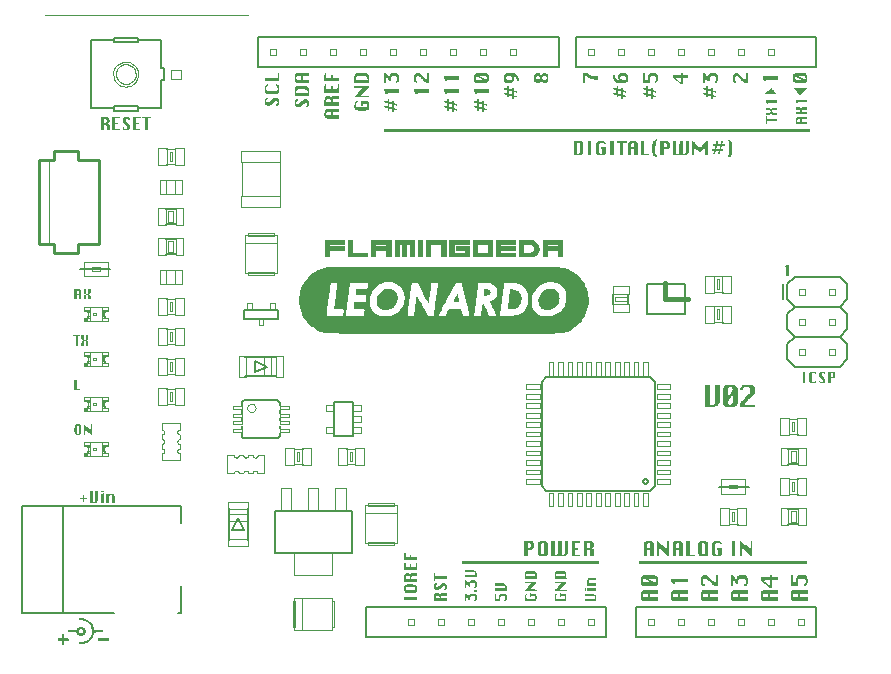
<source format=gto>
G04 (created by PCBNEW-RS274X (2012-01-19 BZR 3256)-stable) date 2013/3/11 15:33:10*
G01*
G70*
G90*
%MOIN*%
G04 Gerber Fmt 3.4, Leading zero omitted, Abs format*
%FSLAX34Y34*%
G04 APERTURE LIST*
%ADD10C,0.000100*%
%ADD11C,0.002600*%
%ADD12C,0.008000*%
%ADD13C,0.004000*%
%ADD14C,0.002000*%
%ADD15C,0.006000*%
%ADD16C,0.005000*%
%ADD17C,0.002500*%
%ADD18C,0.001000*%
%ADD19C,0.002700*%
%ADD20C,0.010000*%
%ADD21C,0.015000*%
G04 APERTURE END LIST*
G54D10*
G36*
X55553Y-31300D02*
X41804Y-31301D01*
X28055Y-31303D01*
X28054Y-42007D01*
X28053Y-52711D01*
X28051Y-42004D01*
X28050Y-31297D01*
X41801Y-31298D01*
X55553Y-31300D01*
X55553Y-31300D01*
X55553Y-31300D01*
G37*
G36*
X28843Y-52131D02*
X28773Y-52131D01*
X28704Y-52131D01*
X28704Y-52200D01*
X28704Y-52269D01*
X28669Y-52269D01*
X28633Y-52269D01*
X28633Y-52200D01*
X28633Y-52131D01*
X28561Y-52131D01*
X28489Y-52131D01*
X28491Y-52097D01*
X28493Y-52062D01*
X28563Y-52061D01*
X28633Y-52059D01*
X28633Y-51990D01*
X28633Y-51921D01*
X28667Y-51923D01*
X28702Y-51925D01*
X28703Y-51992D01*
X28705Y-52059D01*
X28772Y-52061D01*
X28839Y-52062D01*
X28841Y-52097D01*
X28843Y-52131D01*
X28843Y-52131D01*
X28843Y-52131D01*
G37*
G36*
X29975Y-51861D02*
X29836Y-51863D01*
X29698Y-51864D01*
X29691Y-51900D01*
X29674Y-51965D01*
X29647Y-52024D01*
X29612Y-52079D01*
X29570Y-52126D01*
X29521Y-52167D01*
X29466Y-52201D01*
X29407Y-52227D01*
X29343Y-52244D01*
X29276Y-52251D01*
X29208Y-52249D01*
X29201Y-52248D01*
X29183Y-52246D01*
X29183Y-52208D01*
X29183Y-52171D01*
X29206Y-52176D01*
X29261Y-52181D01*
X29318Y-52176D01*
X29376Y-52161D01*
X29429Y-52139D01*
X29481Y-52108D01*
X29526Y-52068D01*
X29564Y-52022D01*
X29594Y-51970D01*
X29615Y-51914D01*
X29626Y-51854D01*
X29628Y-51818D01*
X29623Y-51757D01*
X29607Y-51699D01*
X29583Y-51644D01*
X29550Y-51594D01*
X29509Y-51551D01*
X29461Y-51514D01*
X29429Y-51496D01*
X29372Y-51472D01*
X29313Y-51459D01*
X29257Y-51455D01*
X29206Y-51459D01*
X29183Y-51464D01*
X29183Y-51427D01*
X29183Y-51390D01*
X29209Y-51387D01*
X29275Y-51383D01*
X29339Y-51389D01*
X29402Y-51406D01*
X29462Y-51431D01*
X29517Y-51465D01*
X29567Y-51506D01*
X29610Y-51555D01*
X29646Y-51610D01*
X29672Y-51668D01*
X29680Y-51691D01*
X29687Y-51715D01*
X29691Y-51733D01*
X29691Y-51735D01*
X29693Y-51749D01*
X29695Y-51759D01*
X29698Y-51767D01*
X29703Y-51772D01*
X29712Y-51776D01*
X29726Y-51778D01*
X29746Y-51779D01*
X29774Y-51779D01*
X29811Y-51779D01*
X29838Y-51779D01*
X29975Y-51779D01*
X29975Y-51820D01*
X29975Y-51861D01*
X29975Y-51861D01*
X29975Y-51861D01*
G37*
G36*
X30184Y-52131D02*
X30008Y-52131D01*
X29831Y-52131D01*
X29833Y-52097D01*
X29835Y-52062D01*
X30008Y-52062D01*
X30181Y-52062D01*
X30183Y-52097D01*
X30184Y-52131D01*
X30184Y-52131D01*
X30184Y-52131D01*
G37*
G36*
X29411Y-51820D02*
X29410Y-51846D01*
X29407Y-51866D01*
X29402Y-51881D01*
X29399Y-51887D01*
X29380Y-51917D01*
X29358Y-51940D01*
X29331Y-51957D01*
X29331Y-51823D01*
X29331Y-51820D01*
X29326Y-51795D01*
X29313Y-51773D01*
X29293Y-51756D01*
X29269Y-51747D01*
X29257Y-51746D01*
X29232Y-51751D01*
X29210Y-51765D01*
X29193Y-51785D01*
X29184Y-51809D01*
X29183Y-51820D01*
X29188Y-51845D01*
X29202Y-51867D01*
X29222Y-51884D01*
X29246Y-51893D01*
X29257Y-51895D01*
X29274Y-51892D01*
X29291Y-51885D01*
X29293Y-51884D01*
X29312Y-51869D01*
X29326Y-51847D01*
X29331Y-51823D01*
X29331Y-51957D01*
X29331Y-51957D01*
X29302Y-51969D01*
X29269Y-51975D01*
X29237Y-51975D01*
X29210Y-51970D01*
X29171Y-51950D01*
X29139Y-51923D01*
X29116Y-51888D01*
X29111Y-51878D01*
X29105Y-51862D01*
X28957Y-51862D01*
X28809Y-51862D01*
X28809Y-51820D01*
X28809Y-51779D01*
X28956Y-51779D01*
X29103Y-51779D01*
X29119Y-51749D01*
X29137Y-51720D01*
X29160Y-51698D01*
X29190Y-51679D01*
X29191Y-51678D01*
X29206Y-51672D01*
X29224Y-51668D01*
X29247Y-51667D01*
X29257Y-51666D01*
X29281Y-51667D01*
X29299Y-51669D01*
X29313Y-51674D01*
X29330Y-51682D01*
X29331Y-51683D01*
X29359Y-51702D01*
X29381Y-51724D01*
X29399Y-51754D01*
X29406Y-51769D01*
X29409Y-51787D01*
X29411Y-51810D01*
X29411Y-51820D01*
X29411Y-51820D01*
X29411Y-51820D01*
G37*
G36*
X41453Y-50828D02*
X41242Y-50828D01*
X41217Y-50828D01*
X41217Y-50729D01*
X41217Y-50698D01*
X41216Y-50679D01*
X41213Y-50666D01*
X41205Y-50655D01*
X41201Y-50651D01*
X41190Y-50642D01*
X41179Y-50637D01*
X41164Y-50635D01*
X41152Y-50635D01*
X41131Y-50636D01*
X41113Y-50638D01*
X41104Y-50641D01*
X41091Y-50651D01*
X41080Y-50670D01*
X41075Y-50694D01*
X41074Y-50706D01*
X41074Y-50729D01*
X41145Y-50729D01*
X41217Y-50729D01*
X41217Y-50828D01*
X41030Y-50828D01*
X41030Y-50716D01*
X41030Y-50678D01*
X41030Y-50649D01*
X41031Y-50628D01*
X41032Y-50613D01*
X41034Y-50603D01*
X41037Y-50595D01*
X41040Y-50588D01*
X41042Y-50585D01*
X41056Y-50569D01*
X41072Y-50555D01*
X41074Y-50554D01*
X41085Y-50547D01*
X41096Y-50544D01*
X41110Y-50542D01*
X41130Y-50542D01*
X41140Y-50542D01*
X41174Y-50546D01*
X41200Y-50554D01*
X41218Y-50567D01*
X41231Y-50587D01*
X41231Y-50588D01*
X41239Y-50605D01*
X41239Y-50587D01*
X41244Y-50566D01*
X41253Y-50555D01*
X41258Y-50550D01*
X41263Y-50547D01*
X41271Y-50544D01*
X41283Y-50543D01*
X41300Y-50542D01*
X41325Y-50542D01*
X41359Y-50542D01*
X41360Y-50542D01*
X41453Y-50542D01*
X41453Y-50588D01*
X41453Y-50635D01*
X41376Y-50635D01*
X41299Y-50635D01*
X41283Y-50651D01*
X41273Y-50662D01*
X41268Y-50674D01*
X41267Y-50690D01*
X41267Y-50698D01*
X41267Y-50729D01*
X41360Y-50729D01*
X41453Y-50729D01*
X41453Y-50778D01*
X41453Y-50828D01*
X41453Y-50828D01*
X41453Y-50828D01*
G37*
G36*
X42449Y-50698D02*
X42449Y-50729D01*
X42448Y-50750D01*
X42446Y-50766D01*
X42443Y-50777D01*
X42439Y-50786D01*
X42438Y-50787D01*
X42420Y-50807D01*
X42394Y-50821D01*
X42379Y-50825D01*
X42367Y-50827D01*
X42362Y-50824D01*
X42361Y-50814D01*
X42361Y-50807D01*
X42362Y-50792D01*
X42366Y-50785D01*
X42374Y-50781D01*
X42389Y-50776D01*
X42398Y-50766D01*
X42403Y-50751D01*
X42405Y-50728D01*
X42405Y-50720D01*
X42405Y-50698D01*
X42403Y-50683D01*
X42399Y-50674D01*
X42392Y-50665D01*
X42392Y-50665D01*
X42385Y-50659D01*
X42377Y-50655D01*
X42367Y-50653D01*
X42351Y-50652D01*
X42327Y-50652D01*
X42320Y-50652D01*
X42294Y-50652D01*
X42276Y-50652D01*
X42264Y-50654D01*
X42256Y-50658D01*
X42249Y-50664D01*
X42245Y-50668D01*
X42237Y-50676D01*
X42233Y-50684D01*
X42230Y-50695D01*
X42229Y-50711D01*
X42229Y-50734D01*
X42229Y-50784D01*
X42208Y-50784D01*
X42199Y-50783D01*
X42192Y-50781D01*
X42185Y-50777D01*
X42177Y-50768D01*
X42166Y-50753D01*
X42151Y-50731D01*
X42143Y-50719D01*
X42100Y-50654D01*
X42098Y-50741D01*
X42097Y-50828D01*
X42075Y-50828D01*
X42053Y-50828D01*
X42053Y-50696D01*
X42053Y-50564D01*
X42076Y-50564D01*
X42100Y-50564D01*
X42142Y-50628D01*
X42185Y-50693D01*
X42185Y-50671D01*
X42189Y-50637D01*
X42200Y-50610D01*
X42218Y-50589D01*
X42231Y-50578D01*
X42245Y-50571D01*
X42262Y-50566D01*
X42283Y-50564D01*
X42312Y-50564D01*
X42335Y-50564D01*
X42367Y-50566D01*
X42390Y-50570D01*
X42407Y-50576D01*
X42420Y-50587D01*
X42433Y-50602D01*
X42437Y-50607D01*
X42442Y-50616D01*
X42445Y-50625D01*
X42447Y-50637D01*
X42448Y-50654D01*
X42449Y-50678D01*
X42449Y-50698D01*
X42449Y-50698D01*
X42449Y-50698D01*
G37*
G36*
X43444Y-50696D02*
X43444Y-50727D01*
X43443Y-50749D01*
X43442Y-50765D01*
X43439Y-50776D01*
X43435Y-50785D01*
X43434Y-50787D01*
X43415Y-50808D01*
X43387Y-50821D01*
X43377Y-50824D01*
X43367Y-50826D01*
X43363Y-50822D01*
X43362Y-50811D01*
X43362Y-50806D01*
X43363Y-50792D01*
X43368Y-50784D01*
X43378Y-50779D01*
X43391Y-50769D01*
X43401Y-50752D01*
X43405Y-50730D01*
X43405Y-50707D01*
X43401Y-50685D01*
X43391Y-50668D01*
X43387Y-50664D01*
X43379Y-50658D01*
X43371Y-50655D01*
X43359Y-50653D01*
X43340Y-50652D01*
X43315Y-50652D01*
X43289Y-50652D01*
X43271Y-50653D01*
X43259Y-50655D01*
X43251Y-50659D01*
X43243Y-50664D01*
X43243Y-50665D01*
X43236Y-50670D01*
X43232Y-50676D01*
X43229Y-50684D01*
X43228Y-50696D01*
X43226Y-50715D01*
X43226Y-50742D01*
X43225Y-50753D01*
X43224Y-50828D01*
X43139Y-50828D01*
X43054Y-50828D01*
X43054Y-50696D01*
X43054Y-50564D01*
X43073Y-50564D01*
X43092Y-50564D01*
X43092Y-50652D01*
X43092Y-50740D01*
X43139Y-50740D01*
X43186Y-50740D01*
X43186Y-50681D01*
X43187Y-50647D01*
X43191Y-50621D01*
X43198Y-50603D01*
X43209Y-50589D01*
X43226Y-50578D01*
X43232Y-50575D01*
X43245Y-50570D01*
X43260Y-50566D01*
X43278Y-50564D01*
X43304Y-50564D01*
X43315Y-50564D01*
X43353Y-50565D01*
X43382Y-50569D01*
X43404Y-50577D01*
X43420Y-50590D01*
X43432Y-50604D01*
X43437Y-50612D01*
X43441Y-50621D01*
X43443Y-50633D01*
X43444Y-50649D01*
X43444Y-50673D01*
X43444Y-50696D01*
X43444Y-50696D01*
X43444Y-50696D01*
G37*
G36*
X44443Y-50696D02*
X44442Y-50732D01*
X44439Y-50759D01*
X44434Y-50779D01*
X44425Y-50794D01*
X44412Y-50807D01*
X44398Y-50815D01*
X44391Y-50819D01*
X44384Y-50822D01*
X44374Y-50824D01*
X44362Y-50826D01*
X44344Y-50827D01*
X44321Y-50827D01*
X44289Y-50827D01*
X44248Y-50827D01*
X44247Y-50827D01*
X44209Y-50827D01*
X44174Y-50826D01*
X44145Y-50825D01*
X44122Y-50824D01*
X44108Y-50822D01*
X44105Y-50821D01*
X44090Y-50813D01*
X44078Y-50804D01*
X44067Y-50792D01*
X44059Y-50780D01*
X44054Y-50765D01*
X44051Y-50745D01*
X44050Y-50718D01*
X44049Y-50692D01*
X44050Y-50661D01*
X44051Y-50640D01*
X44052Y-50624D01*
X44055Y-50613D01*
X44060Y-50604D01*
X44060Y-50604D01*
X44078Y-50583D01*
X44101Y-50570D01*
X44117Y-50566D01*
X44138Y-50562D01*
X44138Y-50585D01*
X44136Y-50601D01*
X44131Y-50607D01*
X44130Y-50608D01*
X44121Y-50611D01*
X44109Y-50618D01*
X44108Y-50619D01*
X44101Y-50626D01*
X44096Y-50633D01*
X44094Y-50644D01*
X44094Y-50663D01*
X44094Y-50674D01*
X44094Y-50696D01*
X44095Y-50710D01*
X44098Y-50718D01*
X44104Y-50725D01*
X44108Y-50728D01*
X44113Y-50732D01*
X44119Y-50735D01*
X44128Y-50737D01*
X44140Y-50738D01*
X44158Y-50739D01*
X44183Y-50739D01*
X44216Y-50739D01*
X44247Y-50739D01*
X44292Y-50739D01*
X44327Y-50738D01*
X44353Y-50737D01*
X44369Y-50735D01*
X44379Y-50733D01*
X44380Y-50732D01*
X44394Y-50716D01*
X44400Y-50695D01*
X44399Y-50684D01*
X44394Y-50670D01*
X44384Y-50661D01*
X44369Y-50655D01*
X44347Y-50652D01*
X44321Y-50652D01*
X44270Y-50652D01*
X44270Y-50674D01*
X44269Y-50688D01*
X44265Y-50694D01*
X44255Y-50696D01*
X44247Y-50696D01*
X44226Y-50696D01*
X44226Y-50629D01*
X44226Y-50563D01*
X44308Y-50564D01*
X44340Y-50565D01*
X44363Y-50566D01*
X44380Y-50568D01*
X44391Y-50570D01*
X44399Y-50574D01*
X44405Y-50578D01*
X44420Y-50590D01*
X44430Y-50604D01*
X44437Y-50621D01*
X44441Y-50643D01*
X44442Y-50673D01*
X44443Y-50696D01*
X44443Y-50696D01*
X44443Y-50696D01*
G37*
G36*
X45438Y-50696D02*
X45438Y-50729D01*
X45436Y-50755D01*
X45433Y-50773D01*
X45428Y-50787D01*
X45419Y-50798D01*
X45406Y-50809D01*
X45400Y-50813D01*
X45395Y-50817D01*
X45389Y-50820D01*
X45380Y-50822D01*
X45368Y-50823D01*
X45350Y-50824D01*
X45325Y-50825D01*
X45293Y-50826D01*
X45251Y-50826D01*
X45249Y-50826D01*
X45204Y-50826D01*
X45168Y-50826D01*
X45141Y-50826D01*
X45121Y-50825D01*
X45107Y-50823D01*
X45099Y-50820D01*
X45097Y-50820D01*
X45074Y-50804D01*
X45056Y-50781D01*
X45051Y-50771D01*
X45049Y-50759D01*
X45047Y-50739D01*
X45045Y-50714D01*
X45045Y-50691D01*
X45046Y-50655D01*
X45049Y-50629D01*
X45054Y-50609D01*
X45063Y-50594D01*
X45076Y-50583D01*
X45089Y-50576D01*
X45110Y-50566D01*
X45123Y-50564D01*
X45130Y-50568D01*
X45133Y-50579D01*
X45133Y-50585D01*
X45132Y-50600D01*
X45128Y-50607D01*
X45119Y-50611D01*
X45104Y-50618D01*
X45095Y-50631D01*
X45090Y-50652D01*
X45089Y-50675D01*
X45089Y-50696D01*
X45092Y-50710D01*
X45097Y-50719D01*
X45102Y-50726D01*
X45116Y-50740D01*
X45243Y-50740D01*
X45370Y-50740D01*
X45383Y-50726D01*
X45395Y-50708D01*
X45397Y-50696D01*
X45392Y-50676D01*
X45383Y-50665D01*
X45376Y-50659D01*
X45368Y-50655D01*
X45357Y-50653D01*
X45339Y-50652D01*
X45317Y-50652D01*
X45265Y-50652D01*
X45265Y-50674D01*
X45265Y-50688D01*
X45261Y-50694D01*
X45251Y-50696D01*
X45243Y-50696D01*
X45221Y-50696D01*
X45221Y-50629D01*
X45221Y-50563D01*
X45303Y-50564D01*
X45338Y-50565D01*
X45364Y-50567D01*
X45384Y-50570D01*
X45398Y-50576D01*
X45409Y-50583D01*
X45420Y-50595D01*
X45427Y-50604D01*
X45431Y-50611D01*
X45435Y-50620D01*
X45437Y-50631D01*
X45438Y-50649D01*
X45438Y-50674D01*
X45438Y-50696D01*
X45438Y-50696D01*
X45438Y-50696D01*
G37*
G36*
X46437Y-50828D02*
X46241Y-50828D01*
X46046Y-50828D01*
X46046Y-50784D01*
X46046Y-50740D01*
X46223Y-50740D01*
X46399Y-50740D01*
X46397Y-50708D01*
X46394Y-50688D01*
X46389Y-50675D01*
X46380Y-50665D01*
X46379Y-50664D01*
X46375Y-50661D01*
X46370Y-50658D01*
X46364Y-50656D01*
X46354Y-50654D01*
X46341Y-50653D01*
X46322Y-50652D01*
X46296Y-50652D01*
X46263Y-50652D01*
X46220Y-50652D01*
X46205Y-50652D01*
X46046Y-50652D01*
X46046Y-50608D01*
X46046Y-50564D01*
X46175Y-50564D01*
X46216Y-50564D01*
X46253Y-50564D01*
X46285Y-50566D01*
X46310Y-50567D01*
X46326Y-50569D01*
X46329Y-50569D01*
X46358Y-50582D01*
X46386Y-50602D01*
X46410Y-50628D01*
X46421Y-50645D01*
X46427Y-50658D01*
X46432Y-50669D01*
X46434Y-50681D01*
X46436Y-50696D01*
X46436Y-50718D01*
X46437Y-50748D01*
X46437Y-50751D01*
X46437Y-50828D01*
X46437Y-50828D01*
X46437Y-50828D01*
G37*
G36*
X48494Y-50696D02*
X48492Y-50757D01*
X48491Y-50819D01*
X48263Y-50820D01*
X48199Y-50820D01*
X48174Y-50820D01*
X48174Y-50696D01*
X48174Y-50632D01*
X48174Y-50569D01*
X48104Y-50569D01*
X48074Y-50569D01*
X48052Y-50570D01*
X48037Y-50572D01*
X48026Y-50575D01*
X48017Y-50579D01*
X48000Y-50596D01*
X47990Y-50616D01*
X47989Y-50638D01*
X47996Y-50659D01*
X48011Y-50677D01*
X48032Y-50689D01*
X48035Y-50690D01*
X48047Y-50692D01*
X48067Y-50694D01*
X48092Y-50695D01*
X48113Y-50695D01*
X48174Y-50696D01*
X48174Y-50820D01*
X48145Y-50820D01*
X48098Y-50819D01*
X48061Y-50819D01*
X48034Y-50817D01*
X48017Y-50816D01*
X48012Y-50815D01*
X47991Y-50805D01*
X47967Y-50785D01*
X47962Y-50781D01*
X47948Y-50765D01*
X47937Y-50749D01*
X47929Y-50731D01*
X47925Y-50710D01*
X47922Y-50682D01*
X47922Y-50647D01*
X47922Y-50613D01*
X47923Y-50581D01*
X47924Y-50558D01*
X47926Y-50542D01*
X47929Y-50530D01*
X47933Y-50520D01*
X47938Y-50509D01*
X47939Y-50507D01*
X47963Y-50477D01*
X47992Y-50456D01*
X48009Y-50449D01*
X48019Y-50447D01*
X48039Y-50446D01*
X48069Y-50444D01*
X48108Y-50444D01*
X48158Y-50443D01*
X48218Y-50443D01*
X48261Y-50443D01*
X48494Y-50443D01*
X48492Y-50504D01*
X48491Y-50566D01*
X48366Y-50568D01*
X48240Y-50569D01*
X48240Y-50632D01*
X48240Y-50696D01*
X48367Y-50696D01*
X48494Y-50696D01*
X48494Y-50696D01*
X48494Y-50696D01*
G37*
G36*
X49489Y-50696D02*
X49488Y-50757D01*
X49486Y-50819D01*
X49258Y-50820D01*
X49209Y-50820D01*
X49170Y-50820D01*
X49170Y-50696D01*
X49170Y-50632D01*
X49170Y-50569D01*
X49101Y-50569D01*
X49069Y-50569D01*
X49047Y-50570D01*
X49031Y-50573D01*
X49020Y-50576D01*
X49016Y-50578D01*
X48998Y-50594D01*
X48988Y-50615D01*
X48987Y-50637D01*
X48993Y-50658D01*
X49007Y-50676D01*
X49027Y-50688D01*
X49041Y-50691D01*
X49062Y-50693D01*
X49087Y-50695D01*
X49108Y-50695D01*
X49170Y-50696D01*
X49170Y-50820D01*
X49162Y-50820D01*
X49120Y-50820D01*
X49083Y-50819D01*
X49053Y-50819D01*
X49031Y-50818D01*
X49018Y-50817D01*
X49016Y-50817D01*
X48981Y-50801D01*
X48953Y-50778D01*
X48933Y-50749D01*
X48931Y-50744D01*
X48928Y-50729D01*
X48925Y-50707D01*
X48923Y-50678D01*
X48922Y-50646D01*
X48922Y-50612D01*
X48923Y-50580D01*
X48924Y-50552D01*
X48927Y-50530D01*
X48930Y-50518D01*
X48944Y-50496D01*
X48964Y-50474D01*
X48989Y-50457D01*
X48997Y-50453D01*
X49003Y-50450D01*
X49010Y-50448D01*
X49019Y-50447D01*
X49032Y-50445D01*
X49049Y-50444D01*
X49071Y-50444D01*
X49100Y-50443D01*
X49136Y-50443D01*
X49181Y-50443D01*
X49235Y-50443D01*
X49254Y-50443D01*
X49489Y-50443D01*
X49489Y-50506D01*
X49489Y-50569D01*
X49362Y-50569D01*
X49236Y-50569D01*
X49236Y-50632D01*
X49236Y-50696D01*
X49363Y-50696D01*
X49489Y-50696D01*
X49489Y-50696D01*
X49489Y-50696D01*
G37*
G36*
X50484Y-50822D02*
X50258Y-50821D01*
X50208Y-50821D01*
X50171Y-50821D01*
X50171Y-50696D01*
X50171Y-50632D01*
X50171Y-50569D01*
X50096Y-50569D01*
X50021Y-50569D01*
X50003Y-50588D01*
X49991Y-50602D01*
X49985Y-50615D01*
X49984Y-50631D01*
X49988Y-50657D01*
X50002Y-50676D01*
X50023Y-50688D01*
X50028Y-50690D01*
X50041Y-50692D01*
X50063Y-50693D01*
X50088Y-50695D01*
X50109Y-50695D01*
X50171Y-50696D01*
X50171Y-50821D01*
X50161Y-50821D01*
X50119Y-50820D01*
X50082Y-50820D01*
X50051Y-50819D01*
X50029Y-50818D01*
X50016Y-50817D01*
X50013Y-50817D01*
X49982Y-50804D01*
X49954Y-50783D01*
X49933Y-50755D01*
X49924Y-50735D01*
X49922Y-50722D01*
X49920Y-50700D01*
X49919Y-50671D01*
X49918Y-50637D01*
X49918Y-50627D01*
X49918Y-50588D01*
X49920Y-50557D01*
X49923Y-50534D01*
X49929Y-50515D01*
X49937Y-50500D01*
X49948Y-50486D01*
X49957Y-50477D01*
X49966Y-50469D01*
X49974Y-50462D01*
X49983Y-50457D01*
X49993Y-50453D01*
X50005Y-50449D01*
X50022Y-50447D01*
X50043Y-50445D01*
X50070Y-50444D01*
X50104Y-50443D01*
X50146Y-50443D01*
X50197Y-50443D01*
X50250Y-50443D01*
X50484Y-50443D01*
X50484Y-50506D01*
X50484Y-50569D01*
X50358Y-50569D01*
X50232Y-50569D01*
X50232Y-50632D01*
X50232Y-50696D01*
X50358Y-50696D01*
X50484Y-50696D01*
X50484Y-50759D01*
X50484Y-50822D01*
X50484Y-50822D01*
X50484Y-50822D01*
G37*
G36*
X51486Y-50696D02*
X51484Y-50757D01*
X51483Y-50819D01*
X51255Y-50820D01*
X51191Y-50820D01*
X51167Y-50820D01*
X51167Y-50696D01*
X51167Y-50632D01*
X51167Y-50569D01*
X51096Y-50569D01*
X51066Y-50569D01*
X51044Y-50570D01*
X51029Y-50572D01*
X51018Y-50575D01*
X51009Y-50579D01*
X50991Y-50596D01*
X50982Y-50616D01*
X50981Y-50638D01*
X50988Y-50659D01*
X51003Y-50677D01*
X51024Y-50689D01*
X51027Y-50690D01*
X51039Y-50692D01*
X51059Y-50694D01*
X51084Y-50695D01*
X51105Y-50695D01*
X51167Y-50696D01*
X51167Y-50820D01*
X51137Y-50820D01*
X51090Y-50819D01*
X51053Y-50819D01*
X51026Y-50817D01*
X51009Y-50816D01*
X51004Y-50815D01*
X50983Y-50805D01*
X50959Y-50785D01*
X50954Y-50781D01*
X50940Y-50765D01*
X50929Y-50749D01*
X50921Y-50731D01*
X50917Y-50710D01*
X50914Y-50682D01*
X50914Y-50647D01*
X50914Y-50613D01*
X50915Y-50581D01*
X50916Y-50558D01*
X50918Y-50542D01*
X50921Y-50530D01*
X50925Y-50520D01*
X50931Y-50509D01*
X50932Y-50507D01*
X50955Y-50477D01*
X50984Y-50456D01*
X51001Y-50449D01*
X51011Y-50447D01*
X51031Y-50446D01*
X51061Y-50444D01*
X51100Y-50444D01*
X51150Y-50443D01*
X51210Y-50443D01*
X51253Y-50443D01*
X51486Y-50443D01*
X51484Y-50504D01*
X51483Y-50566D01*
X51358Y-50568D01*
X51233Y-50569D01*
X51233Y-50632D01*
X51233Y-50696D01*
X51359Y-50696D01*
X51486Y-50696D01*
X51486Y-50696D01*
X51486Y-50696D01*
G37*
G36*
X52481Y-50696D02*
X52480Y-50757D01*
X52478Y-50819D01*
X52250Y-50820D01*
X52200Y-50820D01*
X52162Y-50820D01*
X52162Y-50696D01*
X52162Y-50632D01*
X52162Y-50569D01*
X52093Y-50569D01*
X52061Y-50569D01*
X52039Y-50570D01*
X52023Y-50573D01*
X52012Y-50576D01*
X52008Y-50578D01*
X51990Y-50594D01*
X51980Y-50615D01*
X51979Y-50637D01*
X51985Y-50658D01*
X51999Y-50676D01*
X52019Y-50688D01*
X52033Y-50691D01*
X52054Y-50693D01*
X52079Y-50695D01*
X52100Y-50695D01*
X52162Y-50696D01*
X52162Y-50820D01*
X52154Y-50820D01*
X52112Y-50820D01*
X52075Y-50819D01*
X52045Y-50819D01*
X52023Y-50818D01*
X52010Y-50817D01*
X52008Y-50817D01*
X51973Y-50801D01*
X51945Y-50778D01*
X51925Y-50749D01*
X51923Y-50744D01*
X51920Y-50729D01*
X51917Y-50707D01*
X51915Y-50678D01*
X51914Y-50646D01*
X51914Y-50612D01*
X51915Y-50580D01*
X51916Y-50552D01*
X51919Y-50530D01*
X51922Y-50518D01*
X51936Y-50496D01*
X51957Y-50474D01*
X51981Y-50457D01*
X51989Y-50453D01*
X51995Y-50450D01*
X52002Y-50448D01*
X52011Y-50447D01*
X52024Y-50445D01*
X52041Y-50444D01*
X52063Y-50444D01*
X52092Y-50443D01*
X52128Y-50443D01*
X52173Y-50443D01*
X52227Y-50443D01*
X52246Y-50443D01*
X52481Y-50443D01*
X52481Y-50506D01*
X52481Y-50569D01*
X52355Y-50569D01*
X52228Y-50569D01*
X52228Y-50632D01*
X52228Y-50696D01*
X52355Y-50696D01*
X52481Y-50696D01*
X52481Y-50696D01*
X52481Y-50696D01*
G37*
G36*
X53477Y-50822D02*
X53250Y-50821D01*
X53200Y-50821D01*
X53163Y-50821D01*
X53163Y-50696D01*
X53163Y-50632D01*
X53163Y-50569D01*
X53088Y-50569D01*
X53013Y-50569D01*
X52995Y-50588D01*
X52983Y-50602D01*
X52977Y-50615D01*
X52976Y-50631D01*
X52981Y-50657D01*
X52994Y-50676D01*
X53015Y-50688D01*
X53020Y-50690D01*
X53033Y-50692D01*
X53055Y-50693D01*
X53080Y-50695D01*
X53101Y-50695D01*
X53163Y-50696D01*
X53163Y-50821D01*
X53153Y-50821D01*
X53111Y-50820D01*
X53074Y-50820D01*
X53043Y-50819D01*
X53021Y-50818D01*
X53008Y-50817D01*
X53005Y-50817D01*
X52974Y-50804D01*
X52947Y-50783D01*
X52925Y-50755D01*
X52916Y-50735D01*
X52914Y-50722D01*
X52912Y-50700D01*
X52911Y-50671D01*
X52910Y-50637D01*
X52910Y-50627D01*
X52911Y-50588D01*
X52912Y-50557D01*
X52915Y-50534D01*
X52921Y-50515D01*
X52929Y-50500D01*
X52940Y-50486D01*
X52949Y-50477D01*
X52958Y-50469D01*
X52966Y-50462D01*
X52974Y-50457D01*
X52985Y-50453D01*
X52998Y-50449D01*
X53014Y-50447D01*
X53035Y-50445D01*
X53062Y-50444D01*
X53096Y-50443D01*
X53138Y-50443D01*
X53189Y-50443D01*
X53243Y-50443D01*
X53477Y-50443D01*
X53477Y-50506D01*
X53477Y-50569D01*
X53350Y-50569D01*
X53223Y-50569D01*
X53223Y-50632D01*
X53223Y-50696D01*
X53350Y-50696D01*
X53477Y-50696D01*
X53477Y-50759D01*
X53477Y-50822D01*
X53477Y-50822D01*
X53477Y-50822D01*
G37*
G36*
X40458Y-50778D02*
X40029Y-50778D01*
X40029Y-50685D01*
X40458Y-50685D01*
X40458Y-50778D01*
X40458Y-50778D01*
X40458Y-50778D01*
G37*
G36*
X40458Y-50402D02*
X40456Y-50443D01*
X40452Y-50475D01*
X40444Y-50499D01*
X40430Y-50518D01*
X40413Y-50531D01*
X40408Y-50533D01*
X40408Y-50404D01*
X40402Y-50384D01*
X40392Y-50371D01*
X40376Y-50355D01*
X40244Y-50355D01*
X40203Y-50355D01*
X40171Y-50355D01*
X40147Y-50355D01*
X40130Y-50356D01*
X40118Y-50357D01*
X40110Y-50359D01*
X40104Y-50362D01*
X40099Y-50366D01*
X40097Y-50368D01*
X40085Y-50381D01*
X40082Y-50398D01*
X40082Y-50401D01*
X40084Y-50419D01*
X40095Y-50433D01*
X40097Y-50435D01*
X40102Y-50439D01*
X40107Y-50442D01*
X40114Y-50445D01*
X40124Y-50446D01*
X40139Y-50447D01*
X40160Y-50448D01*
X40188Y-50448D01*
X40225Y-50448D01*
X40245Y-50448D01*
X40292Y-50448D01*
X40328Y-50447D01*
X40355Y-50446D01*
X40373Y-50444D01*
X40384Y-50442D01*
X40387Y-50441D01*
X40402Y-50424D01*
X40408Y-50404D01*
X40408Y-50533D01*
X40394Y-50539D01*
X40382Y-50541D01*
X40361Y-50543D01*
X40333Y-50545D01*
X40300Y-50546D01*
X40264Y-50546D01*
X40227Y-50547D01*
X40191Y-50546D01*
X40157Y-50546D01*
X40129Y-50545D01*
X40108Y-50543D01*
X40096Y-50541D01*
X40076Y-50531D01*
X40057Y-50513D01*
X40041Y-50492D01*
X40035Y-50477D01*
X40032Y-50460D01*
X40030Y-50435D01*
X40029Y-50407D01*
X40030Y-50378D01*
X40031Y-50352D01*
X40034Y-50333D01*
X40035Y-50326D01*
X40046Y-50306D01*
X40063Y-50286D01*
X40082Y-50270D01*
X40089Y-50267D01*
X40100Y-50265D01*
X40121Y-50263D01*
X40153Y-50262D01*
X40196Y-50262D01*
X40249Y-50262D01*
X40252Y-50262D01*
X40296Y-50263D01*
X40331Y-50263D01*
X40357Y-50264D01*
X40377Y-50265D01*
X40390Y-50266D01*
X40400Y-50268D01*
X40407Y-50270D01*
X40413Y-50273D01*
X40418Y-50277D01*
X40434Y-50291D01*
X40445Y-50308D01*
X40452Y-50329D01*
X40456Y-50357D01*
X40458Y-50393D01*
X40458Y-50402D01*
X40458Y-50402D01*
X40458Y-50402D01*
G37*
G36*
X42449Y-50520D02*
X42361Y-50520D01*
X42361Y-50432D01*
X42449Y-50432D01*
X42449Y-50520D01*
X42449Y-50520D01*
X42449Y-50520D01*
G37*
G36*
X43445Y-50476D02*
X43249Y-50476D01*
X43054Y-50476D01*
X43054Y-50432D01*
X43054Y-50388D01*
X43231Y-50388D01*
X43407Y-50388D01*
X43405Y-50356D01*
X43402Y-50336D01*
X43397Y-50323D01*
X43388Y-50313D01*
X43387Y-50312D01*
X43383Y-50309D01*
X43378Y-50306D01*
X43372Y-50303D01*
X43362Y-50302D01*
X43349Y-50301D01*
X43330Y-50300D01*
X43304Y-50300D01*
X43271Y-50300D01*
X43228Y-50300D01*
X43213Y-50300D01*
X43054Y-50300D01*
X43054Y-50256D01*
X43054Y-50212D01*
X43184Y-50212D01*
X43224Y-50212D01*
X43261Y-50213D01*
X43293Y-50214D01*
X43318Y-50215D01*
X43334Y-50217D01*
X43337Y-50217D01*
X43366Y-50230D01*
X43394Y-50250D01*
X43418Y-50276D01*
X43429Y-50293D01*
X43435Y-50306D01*
X43439Y-50317D01*
X43442Y-50329D01*
X43444Y-50344D01*
X43444Y-50366D01*
X43444Y-50396D01*
X43445Y-50399D01*
X43445Y-50476D01*
X43445Y-50476D01*
X43445Y-50476D01*
G37*
G36*
X44445Y-50476D02*
X44247Y-50476D01*
X44196Y-50476D01*
X44154Y-50475D01*
X44121Y-50475D01*
X44095Y-50475D01*
X44077Y-50474D01*
X44064Y-50473D01*
X44056Y-50472D01*
X44052Y-50470D01*
X44050Y-50468D01*
X44049Y-50465D01*
X44049Y-50465D01*
X44053Y-50458D01*
X44063Y-50444D01*
X44080Y-50423D01*
X44101Y-50398D01*
X44127Y-50368D01*
X44157Y-50334D01*
X44158Y-50334D01*
X44265Y-50214D01*
X44158Y-50213D01*
X44049Y-50211D01*
X44049Y-50189D01*
X44049Y-50168D01*
X44247Y-50168D01*
X44299Y-50168D01*
X44341Y-50168D01*
X44375Y-50168D01*
X44400Y-50168D01*
X44418Y-50169D01*
X44431Y-50170D01*
X44439Y-50171D01*
X44443Y-50173D01*
X44445Y-50175D01*
X44445Y-50177D01*
X44442Y-50184D01*
X44432Y-50197D01*
X44416Y-50216D01*
X44395Y-50240D01*
X44371Y-50268D01*
X44344Y-50299D01*
X44336Y-50308D01*
X44227Y-50429D01*
X44336Y-50430D01*
X44445Y-50432D01*
X44445Y-50454D01*
X44445Y-50476D01*
X44445Y-50476D01*
X44445Y-50476D01*
G37*
G36*
X45441Y-50476D02*
X45243Y-50476D01*
X45191Y-50476D01*
X45149Y-50475D01*
X45116Y-50475D01*
X45091Y-50475D01*
X45072Y-50474D01*
X45060Y-50473D01*
X45051Y-50472D01*
X45047Y-50470D01*
X45045Y-50468D01*
X45045Y-50465D01*
X45049Y-50459D01*
X45059Y-50446D01*
X45074Y-50426D01*
X45095Y-50402D01*
X45119Y-50374D01*
X45146Y-50344D01*
X45155Y-50333D01*
X45265Y-50212D01*
X45155Y-50212D01*
X45045Y-50212D01*
X45045Y-50190D01*
X45045Y-50168D01*
X45243Y-50168D01*
X45295Y-50168D01*
X45337Y-50168D01*
X45370Y-50168D01*
X45395Y-50168D01*
X45414Y-50169D01*
X45426Y-50170D01*
X45434Y-50171D01*
X45439Y-50173D01*
X45441Y-50175D01*
X45441Y-50178D01*
X45437Y-50184D01*
X45427Y-50198D01*
X45412Y-50217D01*
X45391Y-50241D01*
X45367Y-50269D01*
X45340Y-50300D01*
X45331Y-50310D01*
X45221Y-50432D01*
X45331Y-50432D01*
X45441Y-50432D01*
X45441Y-50454D01*
X45441Y-50476D01*
X45441Y-50476D01*
X45441Y-50476D01*
G37*
G36*
X46085Y-50476D02*
X46046Y-50476D01*
X46046Y-50388D01*
X46085Y-50388D01*
X46085Y-50476D01*
X46085Y-50476D01*
X46085Y-50476D01*
G37*
G36*
X46437Y-50476D02*
X46134Y-50476D01*
X46134Y-50388D01*
X46437Y-50388D01*
X46437Y-50476D01*
X46437Y-50476D01*
X46437Y-50476D01*
G37*
G36*
X41453Y-50311D02*
X41453Y-50338D01*
X41451Y-50366D01*
X41448Y-50388D01*
X41445Y-50398D01*
X41430Y-50421D01*
X41407Y-50437D01*
X41381Y-50445D01*
X41360Y-50448D01*
X41360Y-50424D01*
X41361Y-50407D01*
X41364Y-50400D01*
X41369Y-50399D01*
X41382Y-50394D01*
X41394Y-50381D01*
X41402Y-50363D01*
X41404Y-50349D01*
X41400Y-50327D01*
X41388Y-50312D01*
X41370Y-50305D01*
X41363Y-50305D01*
X41356Y-50305D01*
X41348Y-50307D01*
X41340Y-50311D01*
X41329Y-50318D01*
X41315Y-50329D01*
X41296Y-50345D01*
X41271Y-50367D01*
X41254Y-50383D01*
X41224Y-50408D01*
X41200Y-50427D01*
X41181Y-50439D01*
X41173Y-50442D01*
X41142Y-50447D01*
X41111Y-50446D01*
X41093Y-50441D01*
X41074Y-50431D01*
X41054Y-50414D01*
X41039Y-50395D01*
X41035Y-50387D01*
X41032Y-50373D01*
X41031Y-50350D01*
X41031Y-50320D01*
X41031Y-50314D01*
X41032Y-50288D01*
X41033Y-50270D01*
X41036Y-50258D01*
X41040Y-50250D01*
X41046Y-50242D01*
X41046Y-50242D01*
X41072Y-50222D01*
X41102Y-50210D01*
X41106Y-50210D01*
X41123Y-50206D01*
X41123Y-50231D01*
X41123Y-50246D01*
X41118Y-50255D01*
X41108Y-50262D01*
X41103Y-50265D01*
X41090Y-50272D01*
X41084Y-50280D01*
X41081Y-50293D01*
X41081Y-50301D01*
X41083Y-50324D01*
X41092Y-50340D01*
X41109Y-50348D01*
X41120Y-50349D01*
X41128Y-50348D01*
X41137Y-50345D01*
X41148Y-50338D01*
X41162Y-50327D01*
X41182Y-50311D01*
X41208Y-50289D01*
X41214Y-50283D01*
X41249Y-50253D01*
X41277Y-50232D01*
X41297Y-50217D01*
X41309Y-50212D01*
X41344Y-50207D01*
X41377Y-50210D01*
X41406Y-50222D01*
X41430Y-50240D01*
X41446Y-50265D01*
X41448Y-50268D01*
X41452Y-50286D01*
X41453Y-50311D01*
X41453Y-50311D01*
X41453Y-50311D01*
G37*
G36*
X42449Y-50252D02*
X42449Y-50283D01*
X42448Y-50305D01*
X42446Y-50320D01*
X42443Y-50331D01*
X42439Y-50340D01*
X42438Y-50342D01*
X42420Y-50362D01*
X42394Y-50375D01*
X42379Y-50379D01*
X42367Y-50381D01*
X42362Y-50378D01*
X42361Y-50368D01*
X42361Y-50361D01*
X42362Y-50346D01*
X42366Y-50339D01*
X42374Y-50336D01*
X42389Y-50330D01*
X42398Y-50321D01*
X42403Y-50306D01*
X42405Y-50282D01*
X42405Y-50274D01*
X42405Y-50252D01*
X42403Y-50238D01*
X42399Y-50228D01*
X42392Y-50220D01*
X42392Y-50219D01*
X42385Y-50214D01*
X42377Y-50210D01*
X42367Y-50207D01*
X42351Y-50206D01*
X42327Y-50206D01*
X42320Y-50206D01*
X42294Y-50206D01*
X42276Y-50207D01*
X42264Y-50209D01*
X42256Y-50212D01*
X42249Y-50218D01*
X42245Y-50222D01*
X42237Y-50230D01*
X42233Y-50238D01*
X42230Y-50249D01*
X42229Y-50265D01*
X42229Y-50288D01*
X42229Y-50338D01*
X42208Y-50338D01*
X42199Y-50338D01*
X42192Y-50336D01*
X42185Y-50331D01*
X42177Y-50322D01*
X42166Y-50307D01*
X42151Y-50285D01*
X42143Y-50273D01*
X42100Y-50209D01*
X42098Y-50295D01*
X42097Y-50382D01*
X42075Y-50382D01*
X42053Y-50382D01*
X42053Y-50250D01*
X42053Y-50118D01*
X42076Y-50118D01*
X42100Y-50118D01*
X42142Y-50183D01*
X42185Y-50247D01*
X42185Y-50225D01*
X42189Y-50192D01*
X42200Y-50165D01*
X42218Y-50144D01*
X42231Y-50133D01*
X42245Y-50125D01*
X42262Y-50121D01*
X42283Y-50119D01*
X42312Y-50118D01*
X42335Y-50119D01*
X42367Y-50121D01*
X42390Y-50124D01*
X42407Y-50131D01*
X42420Y-50141D01*
X42433Y-50157D01*
X42437Y-50162D01*
X42442Y-50170D01*
X42445Y-50179D01*
X42447Y-50191D01*
X42448Y-50208D01*
X42449Y-50233D01*
X42449Y-50252D01*
X42449Y-50252D01*
X42449Y-50252D01*
G37*
G36*
X52481Y-50129D02*
X52388Y-50129D01*
X52294Y-50129D01*
X52294Y-50256D01*
X52294Y-50382D01*
X52260Y-50382D01*
X52227Y-50382D01*
X52227Y-50194D01*
X52227Y-50168D01*
X52227Y-50147D01*
X52227Y-50134D01*
X52226Y-50131D01*
X52220Y-50130D01*
X52205Y-50130D01*
X52182Y-50130D01*
X52153Y-50130D01*
X52120Y-50130D01*
X52109Y-50130D01*
X51995Y-50132D01*
X52110Y-50224D01*
X52225Y-50316D01*
X52227Y-50224D01*
X52227Y-50194D01*
X52227Y-50382D01*
X52225Y-50382D01*
X52070Y-50258D01*
X51915Y-50134D01*
X51915Y-50068D01*
X51915Y-50003D01*
X52071Y-50003D01*
X52228Y-50003D01*
X52228Y-49972D01*
X52228Y-49942D01*
X52261Y-49942D01*
X52294Y-49942D01*
X52294Y-49972D01*
X52294Y-50002D01*
X52386Y-50004D01*
X52478Y-50005D01*
X52480Y-50067D01*
X52481Y-50129D01*
X52481Y-50129D01*
X52481Y-50129D01*
G37*
G36*
X48493Y-50155D02*
X48492Y-50188D01*
X48489Y-50214D01*
X48484Y-50235D01*
X48476Y-50252D01*
X48465Y-50268D01*
X48453Y-50280D01*
X48432Y-50299D01*
X48425Y-50303D01*
X48425Y-50127D01*
X48420Y-50106D01*
X48408Y-50087D01*
X48396Y-50078D01*
X48389Y-50075D01*
X48381Y-50072D01*
X48369Y-50071D01*
X48353Y-50070D01*
X48330Y-50069D01*
X48299Y-50069D01*
X48270Y-50070D01*
X48161Y-50071D01*
X48265Y-50130D01*
X48296Y-50147D01*
X48324Y-50163D01*
X48348Y-50175D01*
X48365Y-50184D01*
X48375Y-50189D01*
X48377Y-50189D01*
X48386Y-50187D01*
X48400Y-50181D01*
X48400Y-50181D01*
X48415Y-50168D01*
X48424Y-50149D01*
X48425Y-50127D01*
X48425Y-50303D01*
X48413Y-50310D01*
X48399Y-50315D01*
X48386Y-50317D01*
X48364Y-50318D01*
X48334Y-50319D01*
X48299Y-50320D01*
X48259Y-50321D01*
X48254Y-50321D01*
X48254Y-50190D01*
X48248Y-50186D01*
X48234Y-50178D01*
X48212Y-50166D01*
X48186Y-50151D01*
X48156Y-50135D01*
X48143Y-50127D01*
X48108Y-50108D01*
X48082Y-50094D01*
X48062Y-50084D01*
X48048Y-50077D01*
X48039Y-50074D01*
X48032Y-50073D01*
X48026Y-50074D01*
X48021Y-50077D01*
X48020Y-50077D01*
X48002Y-50092D01*
X47991Y-50111D01*
X47989Y-50133D01*
X47994Y-50154D01*
X48007Y-50172D01*
X48026Y-50186D01*
X48035Y-50189D01*
X48045Y-50191D01*
X48063Y-50192D01*
X48087Y-50193D01*
X48114Y-50194D01*
X48143Y-50194D01*
X48173Y-50195D01*
X48200Y-50194D01*
X48224Y-50194D01*
X48242Y-50193D01*
X48252Y-50192D01*
X48254Y-50190D01*
X48254Y-50321D01*
X48218Y-50321D01*
X48176Y-50321D01*
X48135Y-50320D01*
X48097Y-50320D01*
X48064Y-50319D01*
X48037Y-50317D01*
X48019Y-50316D01*
X48012Y-50315D01*
X47991Y-50304D01*
X47966Y-50284D01*
X47962Y-50280D01*
X47948Y-50265D01*
X47937Y-50249D01*
X47929Y-50231D01*
X47925Y-50209D01*
X47922Y-50182D01*
X47922Y-50147D01*
X47922Y-50112D01*
X47923Y-50081D01*
X47924Y-50058D01*
X47926Y-50042D01*
X47929Y-50029D01*
X47933Y-50019D01*
X47938Y-50008D01*
X47939Y-50007D01*
X47963Y-49977D01*
X47992Y-49956D01*
X48009Y-49948D01*
X48021Y-49946D01*
X48045Y-49945D01*
X48079Y-49943D01*
X48124Y-49942D01*
X48181Y-49942D01*
X48207Y-49942D01*
X48268Y-49942D01*
X48318Y-49943D01*
X48357Y-49944D01*
X48385Y-49945D01*
X48402Y-49947D01*
X48406Y-49948D01*
X48438Y-49965D01*
X48464Y-49990D01*
X48475Y-50007D01*
X48482Y-50018D01*
X48486Y-50028D01*
X48489Y-50040D01*
X48490Y-50055D01*
X48492Y-50077D01*
X48493Y-50107D01*
X48493Y-50112D01*
X48493Y-50155D01*
X48493Y-50155D01*
X48493Y-50155D01*
G37*
G36*
X50484Y-50323D02*
X50442Y-50321D01*
X50421Y-50319D01*
X50402Y-50316D01*
X50385Y-50311D01*
X50368Y-50303D01*
X50350Y-50291D01*
X50329Y-50273D01*
X50304Y-50251D01*
X50275Y-50221D01*
X50248Y-50195D01*
X50213Y-50159D01*
X50183Y-50131D01*
X50159Y-50109D01*
X50139Y-50093D01*
X50121Y-50082D01*
X50104Y-50074D01*
X50087Y-50070D01*
X50070Y-50069D01*
X50058Y-50069D01*
X50038Y-50069D01*
X50024Y-50071D01*
X50015Y-50076D01*
X50004Y-50086D01*
X50003Y-50087D01*
X49984Y-50106D01*
X49984Y-50163D01*
X49985Y-50194D01*
X49987Y-50216D01*
X49992Y-50231D01*
X50001Y-50241D01*
X50015Y-50248D01*
X50023Y-50251D01*
X50045Y-50257D01*
X50045Y-50286D01*
X50044Y-50303D01*
X50042Y-50315D01*
X50040Y-50318D01*
X50033Y-50318D01*
X50019Y-50316D01*
X50010Y-50313D01*
X49980Y-50302D01*
X49955Y-50285D01*
X49940Y-50270D01*
X49933Y-50258D01*
X49927Y-50245D01*
X49923Y-50229D01*
X49920Y-50208D01*
X49919Y-50180D01*
X49918Y-50143D01*
X49918Y-50132D01*
X49919Y-50091D01*
X49920Y-50060D01*
X49923Y-50036D01*
X49928Y-50018D01*
X49935Y-50003D01*
X49945Y-49989D01*
X49957Y-49977D01*
X49981Y-49959D01*
X50007Y-49948D01*
X50039Y-49943D01*
X50057Y-49942D01*
X50077Y-49943D01*
X50096Y-49945D01*
X50114Y-49951D01*
X50132Y-49960D01*
X50151Y-49973D01*
X50173Y-49991D01*
X50199Y-50015D01*
X50229Y-50045D01*
X50265Y-50082D01*
X50284Y-50102D01*
X50315Y-50134D01*
X50341Y-50158D01*
X50364Y-50175D01*
X50385Y-50185D01*
X50399Y-50189D01*
X50418Y-50194D01*
X50418Y-50068D01*
X50418Y-49942D01*
X50451Y-49942D01*
X50484Y-49942D01*
X50484Y-50132D01*
X50484Y-50323D01*
X50484Y-50323D01*
X50484Y-50323D01*
G37*
G36*
X51486Y-50145D02*
X51485Y-50179D01*
X51483Y-50208D01*
X51480Y-50230D01*
X51479Y-50232D01*
X51467Y-50259D01*
X51448Y-50283D01*
X51422Y-50301D01*
X51403Y-50310D01*
X51386Y-50315D01*
X51372Y-50318D01*
X51369Y-50319D01*
X51363Y-50320D01*
X51360Y-50315D01*
X51359Y-50303D01*
X51359Y-50290D01*
X51359Y-50258D01*
X51383Y-50247D01*
X51399Y-50237D01*
X51410Y-50225D01*
X51416Y-50208D01*
X51419Y-50183D01*
X51419Y-50166D01*
X51418Y-50131D01*
X51411Y-50105D01*
X51400Y-50087D01*
X51387Y-50077D01*
X51374Y-50073D01*
X51352Y-50070D01*
X51325Y-50069D01*
X51295Y-50068D01*
X51266Y-50069D01*
X51239Y-50070D01*
X51218Y-50073D01*
X51206Y-50076D01*
X51192Y-50084D01*
X51182Y-50093D01*
X51176Y-50104D01*
X51172Y-50119D01*
X51169Y-50141D01*
X51168Y-50172D01*
X51167Y-50182D01*
X51165Y-50256D01*
X51134Y-50255D01*
X51103Y-50255D01*
X51043Y-50164D01*
X50982Y-50072D01*
X50981Y-50197D01*
X50979Y-50322D01*
X50950Y-50322D01*
X50933Y-50321D01*
X50921Y-50319D01*
X50917Y-50318D01*
X50916Y-50312D01*
X50915Y-50296D01*
X50915Y-50271D01*
X50914Y-50240D01*
X50914Y-50203D01*
X50914Y-50161D01*
X50913Y-50128D01*
X50913Y-49942D01*
X50948Y-49942D01*
X50982Y-49942D01*
X51043Y-50034D01*
X51103Y-50126D01*
X51106Y-50077D01*
X51109Y-50044D01*
X51115Y-50020D01*
X51124Y-50001D01*
X51139Y-49984D01*
X51146Y-49978D01*
X51162Y-49965D01*
X51177Y-49956D01*
X51194Y-49949D01*
X51215Y-49945D01*
X51242Y-49943D01*
X51276Y-49942D01*
X51292Y-49942D01*
X51329Y-49943D01*
X51361Y-49944D01*
X51385Y-49946D01*
X51400Y-49949D01*
X51425Y-49961D01*
X51449Y-49982D01*
X51467Y-50008D01*
X51477Y-50031D01*
X51481Y-50050D01*
X51484Y-50078D01*
X51485Y-50111D01*
X51486Y-50145D01*
X51486Y-50145D01*
X51486Y-50145D01*
G37*
G36*
X53476Y-50130D02*
X53476Y-50169D01*
X53475Y-50200D01*
X53473Y-50223D01*
X53469Y-50242D01*
X53463Y-50256D01*
X53455Y-50269D01*
X53452Y-50274D01*
X53439Y-50286D01*
X53419Y-50299D01*
X53396Y-50310D01*
X53374Y-50316D01*
X53369Y-50317D01*
X53360Y-50317D01*
X53355Y-50315D01*
X53352Y-50306D01*
X53351Y-50290D01*
X53351Y-50288D01*
X53350Y-50257D01*
X53371Y-50251D01*
X53387Y-50245D01*
X53398Y-50236D01*
X53405Y-50224D01*
X53409Y-50206D01*
X53410Y-50179D01*
X53411Y-50163D01*
X53411Y-50106D01*
X53392Y-50087D01*
X53373Y-50069D01*
X53293Y-50069D01*
X53255Y-50069D01*
X53227Y-50071D01*
X53206Y-50074D01*
X53191Y-50079D01*
X53181Y-50086D01*
X53173Y-50097D01*
X53173Y-50098D01*
X53170Y-50109D01*
X53167Y-50130D01*
X53165Y-50163D01*
X53163Y-50206D01*
X53163Y-50214D01*
X53160Y-50319D01*
X53035Y-50320D01*
X52910Y-50322D01*
X52910Y-50132D01*
X52910Y-49942D01*
X52943Y-49942D01*
X52976Y-49942D01*
X52976Y-50069D01*
X52976Y-50195D01*
X53037Y-50195D01*
X53097Y-50195D01*
X53097Y-50123D01*
X53098Y-50084D01*
X53100Y-50055D01*
X53104Y-50032D01*
X53110Y-50013D01*
X53120Y-49997D01*
X53128Y-49986D01*
X53142Y-49971D01*
X53156Y-49960D01*
X53172Y-49952D01*
X53192Y-49947D01*
X53218Y-49944D01*
X53250Y-49942D01*
X53286Y-49942D01*
X53326Y-49942D01*
X53356Y-49944D01*
X53380Y-49946D01*
X53398Y-49951D01*
X53413Y-49957D01*
X53426Y-49967D01*
X53437Y-49977D01*
X53451Y-49990D01*
X53461Y-50004D01*
X53467Y-50020D01*
X53472Y-50039D01*
X53475Y-50064D01*
X53476Y-50097D01*
X53476Y-50130D01*
X53476Y-50130D01*
X53476Y-50130D01*
G37*
G36*
X46437Y-50300D02*
X46285Y-50300D01*
X46134Y-50300D01*
X46134Y-50256D01*
X46134Y-50212D01*
X46149Y-50211D01*
X46159Y-50211D01*
X46159Y-50209D01*
X46153Y-50205D01*
X46144Y-50199D01*
X46139Y-50192D01*
X46136Y-50181D01*
X46134Y-50163D01*
X46134Y-50140D01*
X46136Y-50108D01*
X46142Y-50083D01*
X46154Y-50065D01*
X46172Y-50051D01*
X46181Y-50046D01*
X46189Y-50043D01*
X46199Y-50040D01*
X46211Y-50038D01*
X46227Y-50037D01*
X46249Y-50036D01*
X46278Y-50036D01*
X46317Y-50036D01*
X46320Y-50036D01*
X46437Y-50036D01*
X46437Y-50080D01*
X46437Y-50124D01*
X46321Y-50124D01*
X46283Y-50124D01*
X46254Y-50124D01*
X46233Y-50124D01*
X46218Y-50125D01*
X46208Y-50127D01*
X46201Y-50130D01*
X46195Y-50133D01*
X46191Y-50136D01*
X46179Y-50151D01*
X46176Y-50168D01*
X46180Y-50185D01*
X46191Y-50199D01*
X46196Y-50203D01*
X46202Y-50206D01*
X46210Y-50208D01*
X46221Y-50210D01*
X46237Y-50211D01*
X46260Y-50211D01*
X46291Y-50212D01*
X46321Y-50212D01*
X46437Y-50212D01*
X46437Y-50256D01*
X46437Y-50300D01*
X46437Y-50300D01*
X46437Y-50300D01*
G37*
G36*
X49489Y-50069D02*
X49488Y-50130D01*
X49486Y-50192D01*
X49268Y-50194D01*
X49049Y-50195D01*
X49049Y-50225D01*
X49049Y-50256D01*
X49016Y-50256D01*
X48983Y-50256D01*
X48953Y-50195D01*
X48940Y-50168D01*
X48931Y-50148D01*
X48926Y-50133D01*
X48923Y-50119D01*
X48923Y-50103D01*
X48923Y-50102D01*
X48923Y-50069D01*
X49206Y-50069D01*
X49489Y-50069D01*
X49489Y-50069D01*
X49489Y-50069D01*
G37*
G36*
X40458Y-50069D02*
X40457Y-50117D01*
X40455Y-50165D01*
X40246Y-50166D01*
X40221Y-50166D01*
X40221Y-50069D01*
X40221Y-50038D01*
X40221Y-50019D01*
X40217Y-50006D01*
X40209Y-49995D01*
X40205Y-49991D01*
X40196Y-49983D01*
X40186Y-49978D01*
X40174Y-49976D01*
X40154Y-49975D01*
X40150Y-49975D01*
X40129Y-49975D01*
X40115Y-49977D01*
X40105Y-49982D01*
X40096Y-49989D01*
X40095Y-49991D01*
X40085Y-50002D01*
X40080Y-50014D01*
X40079Y-50030D01*
X40079Y-50038D01*
X40079Y-50069D01*
X40150Y-50069D01*
X40221Y-50069D01*
X40221Y-50166D01*
X40199Y-50167D01*
X40155Y-50167D01*
X40117Y-50166D01*
X40084Y-50166D01*
X40058Y-50166D01*
X40041Y-50165D01*
X40033Y-50164D01*
X40033Y-50164D01*
X40031Y-50157D01*
X40030Y-50141D01*
X40029Y-50118D01*
X40029Y-50091D01*
X40029Y-50061D01*
X40030Y-50031D01*
X40031Y-50002D01*
X40032Y-49977D01*
X40033Y-49958D01*
X40035Y-49947D01*
X40035Y-49947D01*
X40048Y-49923D01*
X40067Y-49902D01*
X40085Y-49889D01*
X40100Y-49885D01*
X40122Y-49882D01*
X40140Y-49882D01*
X40176Y-49885D01*
X40204Y-49895D01*
X40225Y-49913D01*
X40233Y-49925D01*
X40244Y-49945D01*
X40244Y-49928D01*
X40247Y-49911D01*
X40255Y-49896D01*
X40266Y-49882D01*
X40362Y-49882D01*
X40458Y-49882D01*
X40458Y-49928D01*
X40458Y-49975D01*
X40383Y-49975D01*
X40346Y-49975D01*
X40317Y-49977D01*
X40297Y-49981D01*
X40284Y-49988D01*
X40276Y-49999D01*
X40272Y-50015D01*
X40271Y-50036D01*
X40271Y-50039D01*
X40271Y-50069D01*
X40365Y-50069D01*
X40458Y-50069D01*
X40458Y-50069D01*
X40458Y-50069D01*
G37*
G36*
X41453Y-50069D02*
X41074Y-50069D01*
X41074Y-50162D01*
X41030Y-50162D01*
X41030Y-49876D01*
X41074Y-49876D01*
X41074Y-49970D01*
X41453Y-49970D01*
X41453Y-50069D01*
X41453Y-50069D01*
X41453Y-50069D01*
G37*
G36*
X44446Y-50080D02*
X44402Y-50080D01*
X44402Y-49992D01*
X44402Y-49966D01*
X44398Y-49938D01*
X44387Y-49917D01*
X44380Y-49911D01*
X44373Y-49908D01*
X44358Y-49906D01*
X44336Y-49905D01*
X44304Y-49904D01*
X44262Y-49904D01*
X44246Y-49904D01*
X44120Y-49904D01*
X44107Y-49917D01*
X44099Y-49928D01*
X44095Y-49940D01*
X44094Y-49959D01*
X44094Y-49961D01*
X44094Y-49992D01*
X44247Y-49992D01*
X44402Y-49992D01*
X44402Y-50080D01*
X44248Y-50080D01*
X44049Y-50080D01*
X44049Y-49979D01*
X44050Y-49943D01*
X44050Y-49916D01*
X44051Y-49897D01*
X44052Y-49883D01*
X44054Y-49874D01*
X44058Y-49866D01*
X44062Y-49859D01*
X44070Y-49847D01*
X44078Y-49838D01*
X44087Y-49831D01*
X44098Y-49825D01*
X44113Y-49822D01*
X44132Y-49820D01*
X44159Y-49818D01*
X44193Y-49817D01*
X44238Y-49817D01*
X44241Y-49817D01*
X44283Y-49816D01*
X44316Y-49816D01*
X44341Y-49816D01*
X44359Y-49817D01*
X44372Y-49818D01*
X44381Y-49820D01*
X44389Y-49823D01*
X44396Y-49826D01*
X44398Y-49828D01*
X44413Y-49837D01*
X44424Y-49847D01*
X44432Y-49859D01*
X44437Y-49874D01*
X44441Y-49896D01*
X44443Y-49925D01*
X44444Y-49962D01*
X44444Y-49979D01*
X44446Y-50080D01*
X44446Y-50080D01*
X44446Y-50080D01*
G37*
G36*
X45442Y-50080D02*
X45397Y-50080D01*
X45397Y-49992D01*
X45397Y-49961D01*
X45396Y-49941D01*
X45392Y-49928D01*
X45384Y-49918D01*
X45383Y-49917D01*
X45370Y-49904D01*
X45243Y-49904D01*
X45116Y-49904D01*
X45102Y-49917D01*
X45094Y-49928D01*
X45090Y-49940D01*
X45089Y-49959D01*
X45089Y-49961D01*
X45089Y-49992D01*
X45243Y-49992D01*
X45397Y-49992D01*
X45397Y-50080D01*
X45243Y-50080D01*
X45044Y-50080D01*
X45046Y-49975D01*
X45047Y-49936D01*
X45048Y-49907D01*
X45050Y-49884D01*
X45053Y-49868D01*
X45059Y-49856D01*
X45066Y-49846D01*
X45076Y-49837D01*
X45086Y-49830D01*
X45091Y-49826D01*
X45097Y-49823D01*
X45106Y-49821D01*
X45119Y-49820D01*
X45137Y-49819D01*
X45162Y-49818D01*
X45195Y-49817D01*
X45235Y-49817D01*
X45281Y-49816D01*
X45318Y-49816D01*
X45347Y-49817D01*
X45368Y-49819D01*
X45385Y-49823D01*
X45397Y-49828D01*
X45407Y-49835D01*
X45416Y-49844D01*
X45423Y-49853D01*
X45429Y-49860D01*
X45432Y-49867D01*
X45435Y-49875D01*
X45437Y-49887D01*
X45438Y-49903D01*
X45439Y-49926D01*
X45440Y-49958D01*
X45440Y-49976D01*
X45442Y-50080D01*
X45442Y-50080D01*
X45442Y-50080D01*
G37*
G36*
X42450Y-50030D02*
X42251Y-50030D01*
X42053Y-50030D01*
X42053Y-49986D01*
X42053Y-49942D01*
X42229Y-49942D01*
X42405Y-49942D01*
X42405Y-49909D01*
X42404Y-49890D01*
X42402Y-49878D01*
X42396Y-49870D01*
X42391Y-49865D01*
X42386Y-49862D01*
X42380Y-49860D01*
X42373Y-49858D01*
X42362Y-49856D01*
X42347Y-49855D01*
X42326Y-49854D01*
X42297Y-49854D01*
X42260Y-49854D01*
X42214Y-49854D01*
X42053Y-49854D01*
X42053Y-49810D01*
X42053Y-49765D01*
X42197Y-49767D01*
X42241Y-49768D01*
X42275Y-49768D01*
X42302Y-49769D01*
X42321Y-49770D01*
X42335Y-49772D01*
X42346Y-49773D01*
X42354Y-49776D01*
X42362Y-49780D01*
X42365Y-49781D01*
X42396Y-49803D01*
X42422Y-49830D01*
X42436Y-49852D01*
X42440Y-49863D01*
X42443Y-49876D01*
X42445Y-49894D01*
X42447Y-49919D01*
X42448Y-49952D01*
X42450Y-50030D01*
X42450Y-50030D01*
X42450Y-50030D01*
G37*
G36*
X40455Y-49785D02*
X40245Y-49787D01*
X40189Y-49787D01*
X40143Y-49787D01*
X40107Y-49787D01*
X40079Y-49787D01*
X40058Y-49786D01*
X40044Y-49785D01*
X40035Y-49783D01*
X40032Y-49782D01*
X40032Y-49781D01*
X40031Y-49774D01*
X40030Y-49757D01*
X40030Y-49733D01*
X40030Y-49703D01*
X40030Y-49669D01*
X40030Y-49661D01*
X40032Y-49549D01*
X40055Y-49547D01*
X40079Y-49545D01*
X40079Y-49617D01*
X40079Y-49689D01*
X40150Y-49689D01*
X40221Y-49689D01*
X40221Y-49642D01*
X40221Y-49596D01*
X40246Y-49596D01*
X40271Y-49596D01*
X40271Y-49642D01*
X40271Y-49689D01*
X40340Y-49689D01*
X40408Y-49689D01*
X40410Y-49619D01*
X40411Y-49549D01*
X40433Y-49549D01*
X40455Y-49549D01*
X40455Y-49667D01*
X40455Y-49785D01*
X40455Y-49785D01*
X40455Y-49785D01*
G37*
G36*
X46524Y-49574D02*
X41954Y-49574D01*
X41954Y-49480D01*
X46524Y-49480D01*
X46524Y-49574D01*
X46524Y-49574D01*
X46524Y-49574D01*
G37*
G36*
X53466Y-49574D02*
X47861Y-49574D01*
X47861Y-49480D01*
X53466Y-49480D01*
X53466Y-49574D01*
X53466Y-49574D01*
X53466Y-49574D01*
G37*
G36*
X40458Y-49359D02*
X40457Y-49407D01*
X40455Y-49455D01*
X40245Y-49457D01*
X40189Y-49457D01*
X40143Y-49457D01*
X40107Y-49457D01*
X40079Y-49457D01*
X40058Y-49456D01*
X40044Y-49455D01*
X40035Y-49453D01*
X40032Y-49452D01*
X40032Y-49451D01*
X40031Y-49444D01*
X40030Y-49427D01*
X40030Y-49403D01*
X40030Y-49373D01*
X40030Y-49339D01*
X40030Y-49331D01*
X40032Y-49219D01*
X40055Y-49217D01*
X40079Y-49215D01*
X40079Y-49287D01*
X40079Y-49359D01*
X40150Y-49359D01*
X40221Y-49359D01*
X40221Y-49312D01*
X40221Y-49266D01*
X40246Y-49266D01*
X40271Y-49266D01*
X40271Y-49312D01*
X40271Y-49359D01*
X40365Y-49359D01*
X40458Y-49359D01*
X40458Y-49359D01*
X40458Y-49359D01*
G37*
G36*
X44369Y-48957D02*
X44368Y-48987D01*
X44366Y-49010D01*
X44362Y-49026D01*
X44355Y-49041D01*
X44344Y-49055D01*
X44340Y-49060D01*
X44324Y-49075D01*
X44308Y-49087D01*
X44288Y-49094D01*
X44263Y-49098D01*
X44253Y-49099D01*
X44253Y-48958D01*
X44253Y-48933D01*
X44252Y-48918D01*
X44249Y-48907D01*
X44244Y-48899D01*
X44237Y-48891D01*
X44227Y-48883D01*
X44218Y-48878D01*
X44205Y-48876D01*
X44185Y-48875D01*
X44182Y-48875D01*
X44143Y-48875D01*
X44143Y-48958D01*
X44143Y-49040D01*
X44182Y-49040D01*
X44203Y-49040D01*
X44217Y-49038D01*
X44226Y-49033D01*
X44236Y-49025D01*
X44237Y-49024D01*
X44244Y-49016D01*
X44249Y-49008D01*
X44252Y-48997D01*
X44253Y-48981D01*
X44253Y-48958D01*
X44253Y-49099D01*
X44231Y-49100D01*
X44210Y-49100D01*
X44143Y-49101D01*
X44143Y-49213D01*
X44143Y-49326D01*
X44085Y-49326D01*
X44028Y-49326D01*
X44028Y-49070D01*
X44028Y-48815D01*
X44151Y-48815D01*
X44196Y-48815D01*
X44231Y-48815D01*
X44259Y-48817D01*
X44280Y-48819D01*
X44296Y-48823D01*
X44309Y-48829D01*
X44320Y-48836D01*
X44331Y-48845D01*
X44332Y-48847D01*
X44348Y-48864D01*
X44359Y-48883D01*
X44365Y-48906D01*
X44368Y-48935D01*
X44369Y-48957D01*
X44369Y-48957D01*
X44369Y-48957D01*
G37*
G36*
X44819Y-48986D02*
X44819Y-49024D01*
X44818Y-49071D01*
X44818Y-49078D01*
X44817Y-49253D01*
X44803Y-49273D01*
X44789Y-49289D01*
X44772Y-49305D01*
X44768Y-49308D01*
X44759Y-49314D01*
X44752Y-49318D01*
X44742Y-49321D01*
X44729Y-49322D01*
X44711Y-49323D01*
X44704Y-49324D01*
X44704Y-49233D01*
X44704Y-49070D01*
X44704Y-48907D01*
X44688Y-48891D01*
X44668Y-48878D01*
X44646Y-48874D01*
X44624Y-48882D01*
X44611Y-48892D01*
X44594Y-48909D01*
X44594Y-49071D01*
X44594Y-49233D01*
X44610Y-49249D01*
X44625Y-49261D01*
X44641Y-49265D01*
X44649Y-49266D01*
X44668Y-49263D01*
X44683Y-49255D01*
X44688Y-49249D01*
X44704Y-49233D01*
X44704Y-49324D01*
X44686Y-49324D01*
X44655Y-49325D01*
X44617Y-49325D01*
X44589Y-49324D01*
X44568Y-49323D01*
X44554Y-49321D01*
X44547Y-49318D01*
X44533Y-49310D01*
X44517Y-49296D01*
X44513Y-49292D01*
X44504Y-49282D01*
X44496Y-49272D01*
X44490Y-49262D01*
X44486Y-49249D01*
X44483Y-49233D01*
X44481Y-49212D01*
X44479Y-49185D01*
X44479Y-49150D01*
X44479Y-49107D01*
X44479Y-49069D01*
X44479Y-49018D01*
X44479Y-48977D01*
X44480Y-48945D01*
X44482Y-48919D01*
X44484Y-48899D01*
X44488Y-48884D01*
X44493Y-48872D01*
X44500Y-48862D01*
X44508Y-48853D01*
X44515Y-48847D01*
X44529Y-48835D01*
X44544Y-48826D01*
X44562Y-48820D01*
X44585Y-48817D01*
X44615Y-48815D01*
X44649Y-48815D01*
X44687Y-48815D01*
X44716Y-48817D01*
X44738Y-48821D01*
X44755Y-48827D01*
X44770Y-48836D01*
X44783Y-48847D01*
X44796Y-48862D01*
X44808Y-48880D01*
X44809Y-48882D01*
X44812Y-48888D01*
X44815Y-48896D01*
X44816Y-48905D01*
X44818Y-48917D01*
X44818Y-48934D01*
X44819Y-48956D01*
X44819Y-48986D01*
X44819Y-48986D01*
X44819Y-48986D01*
G37*
G36*
X45504Y-48993D02*
X45504Y-49043D01*
X45504Y-49083D01*
X45504Y-49114D01*
X45503Y-49139D01*
X45502Y-49158D01*
X45500Y-49172D01*
X45498Y-49184D01*
X45496Y-49193D01*
X45494Y-49198D01*
X45480Y-49226D01*
X45459Y-49255D01*
X45432Y-49281D01*
X45403Y-49302D01*
X45392Y-49308D01*
X45381Y-49313D01*
X45370Y-49317D01*
X45359Y-49320D01*
X45345Y-49322D01*
X45326Y-49324D01*
X45300Y-49324D01*
X45265Y-49325D01*
X45261Y-49325D01*
X45225Y-49326D01*
X45198Y-49326D01*
X45180Y-49325D01*
X45169Y-49324D01*
X45163Y-49322D01*
X45161Y-49319D01*
X45161Y-49319D01*
X45159Y-49314D01*
X45153Y-49314D01*
X45140Y-49318D01*
X45124Y-49322D01*
X45098Y-49324D01*
X45062Y-49325D01*
X45027Y-49326D01*
X44935Y-49326D01*
X44935Y-49070D01*
X44935Y-48815D01*
X44993Y-48815D01*
X45051Y-48815D01*
X45051Y-49044D01*
X45051Y-49273D01*
X45090Y-49269D01*
X45113Y-49267D01*
X45128Y-49263D01*
X45138Y-49257D01*
X45144Y-49252D01*
X45158Y-49238D01*
X45161Y-49028D01*
X45163Y-48817D01*
X45220Y-48816D01*
X45276Y-48814D01*
X45276Y-49043D01*
X45276Y-49273D01*
X45314Y-49270D01*
X45344Y-49266D01*
X45364Y-49258D01*
X45378Y-49246D01*
X45386Y-49228D01*
X45387Y-49217D01*
X45389Y-49196D01*
X45390Y-49165D01*
X45391Y-49126D01*
X45391Y-49080D01*
X45391Y-49027D01*
X45391Y-49011D01*
X45392Y-48814D01*
X45448Y-48816D01*
X45504Y-48817D01*
X45504Y-48993D01*
X45504Y-48993D01*
X45504Y-48993D01*
G37*
G36*
X45898Y-48815D02*
X45896Y-48843D01*
X45895Y-48872D01*
X45811Y-48874D01*
X45727Y-48875D01*
X45727Y-48958D01*
X45727Y-49040D01*
X45783Y-49041D01*
X45840Y-49043D01*
X45840Y-49070D01*
X45840Y-49098D01*
X45783Y-49099D01*
X45727Y-49101D01*
X45727Y-49186D01*
X45727Y-49271D01*
X45812Y-49271D01*
X45897Y-49271D01*
X45897Y-49299D01*
X45897Y-49326D01*
X45755Y-49326D01*
X45612Y-49326D01*
X45612Y-49070D01*
X45612Y-48815D01*
X45755Y-48815D01*
X45898Y-48815D01*
X45898Y-48815D01*
X45898Y-48815D01*
G37*
G36*
X46349Y-49326D02*
X46291Y-49326D01*
X46233Y-49326D01*
X46233Y-49229D01*
X46233Y-49132D01*
X46233Y-48958D01*
X46233Y-48933D01*
X46232Y-48918D01*
X46229Y-48907D01*
X46224Y-48899D01*
X46217Y-48891D01*
X46207Y-48883D01*
X46198Y-48878D01*
X46185Y-48876D01*
X46165Y-48875D01*
X46162Y-48875D01*
X46123Y-48875D01*
X46123Y-48958D01*
X46123Y-49040D01*
X46162Y-49040D01*
X46183Y-49040D01*
X46197Y-49038D01*
X46206Y-49033D01*
X46216Y-49025D01*
X46217Y-49024D01*
X46224Y-49016D01*
X46229Y-49008D01*
X46232Y-48997D01*
X46233Y-48981D01*
X46233Y-48958D01*
X46233Y-49132D01*
X46216Y-49116D01*
X46206Y-49108D01*
X46195Y-49103D01*
X46181Y-49101D01*
X46161Y-49101D01*
X46123Y-49101D01*
X46123Y-49213D01*
X46123Y-49326D01*
X46065Y-49326D01*
X46008Y-49326D01*
X46008Y-49070D01*
X46008Y-48815D01*
X46131Y-48815D01*
X46176Y-48815D01*
X46211Y-48815D01*
X46239Y-48817D01*
X46260Y-48819D01*
X46276Y-48823D01*
X46289Y-48829D01*
X46300Y-48836D01*
X46311Y-48845D01*
X46312Y-48847D01*
X46330Y-48867D01*
X46341Y-48888D01*
X46347Y-48914D01*
X46348Y-48947D01*
X46348Y-48952D01*
X46346Y-48977D01*
X46344Y-48994D01*
X46340Y-49007D01*
X46333Y-49019D01*
X46329Y-49024D01*
X46315Y-49041D01*
X46300Y-49054D01*
X46293Y-49058D01*
X46282Y-49064D01*
X46279Y-49067D01*
X46285Y-49067D01*
X46289Y-49067D01*
X46306Y-49070D01*
X46318Y-49074D01*
X46328Y-49079D01*
X46335Y-49086D01*
X46341Y-49097D01*
X46344Y-49112D01*
X46347Y-49132D01*
X46348Y-49161D01*
X46348Y-49198D01*
X46349Y-49219D01*
X46349Y-49326D01*
X46349Y-49326D01*
X46349Y-49326D01*
G37*
G36*
X48356Y-49326D02*
X48298Y-49326D01*
X48240Y-49326D01*
X48240Y-49213D01*
X48240Y-49101D01*
X48240Y-49040D01*
X48240Y-48974D01*
X48240Y-48946D01*
X48240Y-48926D01*
X48238Y-48914D01*
X48236Y-48905D01*
X48231Y-48898D01*
X48224Y-48891D01*
X48204Y-48878D01*
X48182Y-48874D01*
X48161Y-48881D01*
X48146Y-48892D01*
X48140Y-48900D01*
X48135Y-48907D01*
X48132Y-48916D01*
X48131Y-48930D01*
X48131Y-48949D01*
X48131Y-48975D01*
X48131Y-49040D01*
X48186Y-49040D01*
X48240Y-49040D01*
X48240Y-49101D01*
X48186Y-49101D01*
X48131Y-49101D01*
X48131Y-49213D01*
X48131Y-49326D01*
X48073Y-49326D01*
X48015Y-49326D01*
X48015Y-49117D01*
X48015Y-49060D01*
X48015Y-49013D01*
X48016Y-48975D01*
X48017Y-48945D01*
X48018Y-48921D01*
X48020Y-48903D01*
X48023Y-48888D01*
X48027Y-48877D01*
X48033Y-48868D01*
X48039Y-48860D01*
X48047Y-48851D01*
X48047Y-48851D01*
X48061Y-48838D01*
X48076Y-48828D01*
X48094Y-48821D01*
X48117Y-48817D01*
X48147Y-48815D01*
X48184Y-48815D01*
X48222Y-48815D01*
X48251Y-48817D01*
X48274Y-48820D01*
X48291Y-48826D01*
X48306Y-48835D01*
X48319Y-48847D01*
X48333Y-48862D01*
X48344Y-48880D01*
X48346Y-48882D01*
X48348Y-48887D01*
X48350Y-48894D01*
X48352Y-48903D01*
X48353Y-48915D01*
X48354Y-48931D01*
X48355Y-48953D01*
X48356Y-48981D01*
X48356Y-49017D01*
X48356Y-49061D01*
X48356Y-49114D01*
X48356Y-49326D01*
X48356Y-49326D01*
X48356Y-49326D01*
G37*
G36*
X48868Y-49326D02*
X48852Y-49326D01*
X48847Y-49325D01*
X48838Y-49320D01*
X48827Y-49312D01*
X48811Y-49300D01*
X48790Y-49282D01*
X48764Y-49259D01*
X48731Y-49230D01*
X48691Y-49194D01*
X48683Y-49188D01*
X48529Y-49049D01*
X48528Y-49188D01*
X48526Y-49326D01*
X48496Y-49326D01*
X48466Y-49326D01*
X48466Y-49070D01*
X48466Y-48815D01*
X48480Y-48815D01*
X48486Y-48816D01*
X48496Y-48823D01*
X48511Y-48834D01*
X48531Y-48850D01*
X48556Y-48872D01*
X48589Y-48900D01*
X48628Y-48936D01*
X48649Y-48954D01*
X48804Y-49094D01*
X48806Y-48954D01*
X48807Y-48814D01*
X48836Y-48816D01*
X48865Y-48817D01*
X48866Y-49072D01*
X48868Y-49326D01*
X48868Y-49326D01*
X48868Y-49326D01*
G37*
G36*
X49319Y-49326D02*
X49261Y-49326D01*
X49203Y-49326D01*
X49203Y-49213D01*
X49203Y-49101D01*
X49203Y-49040D01*
X49203Y-48974D01*
X49203Y-48946D01*
X49202Y-48926D01*
X49201Y-48914D01*
X49198Y-48905D01*
X49193Y-48898D01*
X49187Y-48891D01*
X49167Y-48878D01*
X49145Y-48874D01*
X49123Y-48881D01*
X49109Y-48892D01*
X49102Y-48900D01*
X49098Y-48907D01*
X49095Y-48916D01*
X49093Y-48930D01*
X49093Y-48949D01*
X49093Y-48975D01*
X49093Y-49040D01*
X49148Y-49040D01*
X49203Y-49040D01*
X49203Y-49101D01*
X49148Y-49101D01*
X49093Y-49101D01*
X49093Y-49213D01*
X49093Y-49326D01*
X49035Y-49326D01*
X48978Y-49326D01*
X48978Y-49117D01*
X48978Y-49060D01*
X48978Y-49013D01*
X48978Y-48975D01*
X48979Y-48945D01*
X48981Y-48921D01*
X48983Y-48903D01*
X48986Y-48888D01*
X48990Y-48877D01*
X48995Y-48868D01*
X49001Y-48860D01*
X49009Y-48851D01*
X49009Y-48851D01*
X49024Y-48838D01*
X49039Y-48828D01*
X49057Y-48821D01*
X49080Y-48817D01*
X49110Y-48815D01*
X49147Y-48815D01*
X49185Y-48815D01*
X49214Y-48817D01*
X49236Y-48820D01*
X49254Y-48826D01*
X49268Y-48835D01*
X49282Y-48847D01*
X49295Y-48862D01*
X49307Y-48880D01*
X49308Y-48882D01*
X49311Y-48887D01*
X49313Y-48894D01*
X49315Y-48903D01*
X49316Y-48915D01*
X49317Y-48931D01*
X49318Y-48953D01*
X49318Y-48981D01*
X49318Y-49017D01*
X49318Y-49061D01*
X49319Y-49114D01*
X49319Y-49326D01*
X49319Y-49326D01*
X49319Y-49326D01*
G37*
G36*
X49715Y-49326D02*
X49428Y-49326D01*
X49428Y-48815D01*
X49544Y-48815D01*
X49544Y-49271D01*
X49715Y-49271D01*
X49715Y-49326D01*
X49715Y-49326D01*
X49715Y-49326D01*
G37*
G36*
X50170Y-48986D02*
X50170Y-49024D01*
X50170Y-49071D01*
X50170Y-49078D01*
X50168Y-49253D01*
X50154Y-49273D01*
X50141Y-49289D01*
X50124Y-49305D01*
X50119Y-49308D01*
X50111Y-49314D01*
X50103Y-49318D01*
X50094Y-49321D01*
X50081Y-49322D01*
X50063Y-49323D01*
X50055Y-49324D01*
X50055Y-49233D01*
X50055Y-49070D01*
X50055Y-48907D01*
X50039Y-48891D01*
X50019Y-48878D01*
X49997Y-48874D01*
X49976Y-48882D01*
X49962Y-48892D01*
X49946Y-48909D01*
X49946Y-49071D01*
X49946Y-49233D01*
X49962Y-49249D01*
X49976Y-49261D01*
X49993Y-49265D01*
X50001Y-49266D01*
X50019Y-49263D01*
X50034Y-49255D01*
X50039Y-49249D01*
X50055Y-49233D01*
X50055Y-49324D01*
X50037Y-49324D01*
X50006Y-49325D01*
X49968Y-49325D01*
X49940Y-49324D01*
X49919Y-49323D01*
X49906Y-49321D01*
X49899Y-49318D01*
X49885Y-49310D01*
X49869Y-49296D01*
X49865Y-49292D01*
X49855Y-49282D01*
X49848Y-49272D01*
X49842Y-49262D01*
X49837Y-49249D01*
X49834Y-49233D01*
X49832Y-49212D01*
X49831Y-49185D01*
X49830Y-49150D01*
X49830Y-49107D01*
X49830Y-49069D01*
X49830Y-49018D01*
X49831Y-48977D01*
X49832Y-48945D01*
X49833Y-48919D01*
X49836Y-48899D01*
X49840Y-48884D01*
X49845Y-48872D01*
X49851Y-48862D01*
X49860Y-48853D01*
X49866Y-48847D01*
X49881Y-48835D01*
X49896Y-48826D01*
X49914Y-48820D01*
X49936Y-48817D01*
X49966Y-48815D01*
X50001Y-48815D01*
X50038Y-48815D01*
X50067Y-48817D01*
X50090Y-48821D01*
X50107Y-48827D01*
X50122Y-48836D01*
X50134Y-48847D01*
X50148Y-48862D01*
X50159Y-48880D01*
X50161Y-48882D01*
X50164Y-48888D01*
X50166Y-48896D01*
X50168Y-48905D01*
X50169Y-48917D01*
X50170Y-48934D01*
X50170Y-48956D01*
X50170Y-48986D01*
X50170Y-48986D01*
X50170Y-48986D01*
G37*
G36*
X50623Y-49040D02*
X50621Y-49150D01*
X50620Y-49190D01*
X50619Y-49221D01*
X50617Y-49244D01*
X50614Y-49261D01*
X50608Y-49274D01*
X50601Y-49285D01*
X50590Y-49294D01*
X50576Y-49305D01*
X50573Y-49307D01*
X50550Y-49323D01*
X50458Y-49325D01*
X50420Y-49325D01*
X50391Y-49324D01*
X50371Y-49323D01*
X50357Y-49321D01*
X50350Y-49318D01*
X50335Y-49310D01*
X50320Y-49296D01*
X50316Y-49292D01*
X50306Y-49282D01*
X50299Y-49272D01*
X50293Y-49262D01*
X50289Y-49249D01*
X50285Y-49233D01*
X50283Y-49212D01*
X50282Y-49185D01*
X50281Y-49150D01*
X50281Y-49107D01*
X50281Y-49069D01*
X50281Y-49022D01*
X50281Y-48984D01*
X50282Y-48954D01*
X50283Y-48932D01*
X50284Y-48915D01*
X50285Y-48903D01*
X50287Y-48894D01*
X50290Y-48886D01*
X50291Y-48883D01*
X50311Y-48854D01*
X50338Y-48831D01*
X50354Y-48823D01*
X50368Y-48819D01*
X50392Y-48817D01*
X50420Y-48815D01*
X50452Y-48814D01*
X50484Y-48815D01*
X50513Y-48816D01*
X50537Y-48818D01*
X50552Y-48821D01*
X50578Y-48834D01*
X50600Y-48856D01*
X50615Y-48882D01*
X50622Y-48912D01*
X50622Y-48919D01*
X50621Y-48926D01*
X50616Y-48929D01*
X50605Y-48930D01*
X50593Y-48929D01*
X50576Y-48927D01*
X50567Y-48924D01*
X50563Y-48918D01*
X50562Y-48915D01*
X50558Y-48903D01*
X50548Y-48890D01*
X50548Y-48889D01*
X50541Y-48883D01*
X50533Y-48879D01*
X50523Y-48876D01*
X50507Y-48875D01*
X50482Y-48875D01*
X50482Y-48875D01*
X50457Y-48875D01*
X50441Y-48876D01*
X50430Y-48878D01*
X50422Y-48883D01*
X50414Y-48890D01*
X50413Y-48891D01*
X50397Y-48907D01*
X50397Y-49070D01*
X50397Y-49233D01*
X50413Y-49249D01*
X50432Y-49262D01*
X50454Y-49267D01*
X50476Y-49263D01*
X50493Y-49252D01*
X50499Y-49246D01*
X50502Y-49239D01*
X50505Y-49230D01*
X50506Y-49215D01*
X50506Y-49194D01*
X50507Y-49170D01*
X50507Y-49101D01*
X50479Y-49101D01*
X50451Y-49101D01*
X50451Y-49070D01*
X50451Y-49040D01*
X50537Y-49040D01*
X50623Y-49040D01*
X50623Y-49040D01*
X50623Y-49040D01*
G37*
G36*
X51068Y-49326D02*
X51010Y-49326D01*
X50952Y-49326D01*
X50953Y-49072D01*
X50955Y-48817D01*
X51011Y-48816D01*
X51068Y-48814D01*
X51068Y-49070D01*
X51068Y-49326D01*
X51068Y-49326D01*
X51068Y-49326D01*
G37*
G36*
X51640Y-49326D02*
X51624Y-49326D01*
X51619Y-49325D01*
X51610Y-49320D01*
X51599Y-49312D01*
X51583Y-49300D01*
X51562Y-49282D01*
X51536Y-49259D01*
X51503Y-49230D01*
X51463Y-49194D01*
X51455Y-49188D01*
X51301Y-49049D01*
X51300Y-49188D01*
X51298Y-49326D01*
X51268Y-49326D01*
X51238Y-49326D01*
X51238Y-49070D01*
X51238Y-48815D01*
X51252Y-48815D01*
X51258Y-48816D01*
X51268Y-48823D01*
X51283Y-48834D01*
X51303Y-48850D01*
X51328Y-48872D01*
X51361Y-48900D01*
X51400Y-48936D01*
X51421Y-48954D01*
X51576Y-49094D01*
X51578Y-48954D01*
X51579Y-48814D01*
X51608Y-48816D01*
X51637Y-48817D01*
X51638Y-49072D01*
X51640Y-49326D01*
X51640Y-49326D01*
X51640Y-49326D01*
G37*
G36*
X29832Y-47283D02*
X29832Y-47327D01*
X29832Y-47361D01*
X29831Y-47388D01*
X29830Y-47408D01*
X29828Y-47423D01*
X29826Y-47435D01*
X29823Y-47445D01*
X29821Y-47450D01*
X29803Y-47487D01*
X29776Y-47516D01*
X29743Y-47538D01*
X29729Y-47545D01*
X29718Y-47549D01*
X29705Y-47552D01*
X29691Y-47554D01*
X29671Y-47555D01*
X29643Y-47555D01*
X29630Y-47555D01*
X29552Y-47555D01*
X29552Y-47349D01*
X29552Y-47143D01*
X29598Y-47143D01*
X29645Y-47143D01*
X29645Y-47324D01*
X29645Y-47506D01*
X29678Y-47506D01*
X29698Y-47505D01*
X29711Y-47502D01*
X29722Y-47495D01*
X29725Y-47492D01*
X29738Y-47478D01*
X29738Y-47311D01*
X29738Y-47143D01*
X29785Y-47143D01*
X29832Y-47143D01*
X29832Y-47283D01*
X29832Y-47283D01*
X29832Y-47283D01*
G37*
G36*
X30014Y-47555D02*
X29967Y-47555D01*
X29920Y-47555D01*
X29921Y-47394D01*
X29923Y-47233D01*
X29968Y-47232D01*
X30014Y-47230D01*
X30014Y-47393D01*
X30014Y-47555D01*
X30014Y-47555D01*
X30014Y-47555D01*
G37*
G36*
X30382Y-47555D02*
X30335Y-47555D01*
X30288Y-47555D01*
X30288Y-47436D01*
X30288Y-47394D01*
X30288Y-47362D01*
X30287Y-47337D01*
X30284Y-47319D01*
X30281Y-47306D01*
X30277Y-47297D01*
X30271Y-47291D01*
X30267Y-47287D01*
X30250Y-47281D01*
X30231Y-47283D01*
X30213Y-47293D01*
X30198Y-47307D01*
X30196Y-47431D01*
X30194Y-47555D01*
X30148Y-47555D01*
X30101Y-47555D01*
X30103Y-47394D01*
X30104Y-47233D01*
X30150Y-47232D01*
X30195Y-47230D01*
X30195Y-47248D01*
X30196Y-47260D01*
X30198Y-47261D01*
X30201Y-47255D01*
X30212Y-47242D01*
X30229Y-47234D01*
X30255Y-47231D01*
X30269Y-47231D01*
X30299Y-47232D01*
X30322Y-47238D01*
X30341Y-47249D01*
X30351Y-47257D01*
X30360Y-47266D01*
X30368Y-47276D01*
X30373Y-47287D01*
X30377Y-47302D01*
X30380Y-47321D01*
X30381Y-47347D01*
X30382Y-47380D01*
X30382Y-47422D01*
X30382Y-47431D01*
X30382Y-47555D01*
X30382Y-47555D01*
X30382Y-47555D01*
G37*
G36*
X29458Y-47418D02*
X29414Y-47418D01*
X29370Y-47418D01*
X29369Y-47463D01*
X29367Y-47508D01*
X29344Y-47510D01*
X29321Y-47512D01*
X29321Y-47465D01*
X29321Y-47418D01*
X29273Y-47418D01*
X29226Y-47418D01*
X29228Y-47394D01*
X29230Y-47371D01*
X29275Y-47369D01*
X29321Y-47368D01*
X29321Y-47324D01*
X29321Y-47280D01*
X29345Y-47280D01*
X29370Y-47280D01*
X29370Y-47324D01*
X29370Y-47368D01*
X29414Y-47368D01*
X29458Y-47368D01*
X29458Y-47393D01*
X29458Y-47418D01*
X29458Y-47418D01*
X29458Y-47418D01*
G37*
G36*
X30014Y-47187D02*
X29966Y-47187D01*
X29919Y-47187D01*
X29921Y-47163D01*
X29923Y-47140D01*
X29968Y-47138D01*
X30014Y-47137D01*
X30014Y-47162D01*
X30014Y-47187D01*
X30014Y-47187D01*
X30014Y-47187D01*
G37*
G36*
X29271Y-45139D02*
X29271Y-45168D01*
X29270Y-45190D01*
X29269Y-45206D01*
X29267Y-45217D01*
X29264Y-45225D01*
X29260Y-45232D01*
X29260Y-45233D01*
X29248Y-45249D01*
X29234Y-45261D01*
X29215Y-45268D01*
X29194Y-45271D01*
X29194Y-45123D01*
X29194Y-45100D01*
X29194Y-45063D01*
X29194Y-45034D01*
X29193Y-45014D01*
X29192Y-45000D01*
X29190Y-44990D01*
X29187Y-44984D01*
X29184Y-44979D01*
X29182Y-44977D01*
X29166Y-44967D01*
X29147Y-44966D01*
X29130Y-44976D01*
X29130Y-44976D01*
X29125Y-44981D01*
X29122Y-44986D01*
X29120Y-44993D01*
X29118Y-45004D01*
X29118Y-45020D01*
X29117Y-45044D01*
X29117Y-45075D01*
X29117Y-45099D01*
X29117Y-45136D01*
X29117Y-45164D01*
X29118Y-45185D01*
X29119Y-45199D01*
X29121Y-45208D01*
X29124Y-45214D01*
X29127Y-45219D01*
X29129Y-45221D01*
X29145Y-45232D01*
X29163Y-45232D01*
X29181Y-45222D01*
X29181Y-45222D01*
X29186Y-45218D01*
X29189Y-45213D01*
X29191Y-45205D01*
X29193Y-45195D01*
X29193Y-45178D01*
X29194Y-45155D01*
X29194Y-45123D01*
X29194Y-45271D01*
X29190Y-45271D01*
X29156Y-45272D01*
X29156Y-45272D01*
X29128Y-45272D01*
X29108Y-45271D01*
X29094Y-45268D01*
X29084Y-45264D01*
X29080Y-45262D01*
X29067Y-45253D01*
X29058Y-45245D01*
X29051Y-45234D01*
X29046Y-45220D01*
X29043Y-45201D01*
X29041Y-45176D01*
X29040Y-45143D01*
X29040Y-45100D01*
X29040Y-45059D01*
X29041Y-45026D01*
X29042Y-45002D01*
X29045Y-44983D01*
X29049Y-44970D01*
X29055Y-44959D01*
X29063Y-44950D01*
X29073Y-44940D01*
X29073Y-44940D01*
X29081Y-44934D01*
X29089Y-44930D01*
X29099Y-44928D01*
X29114Y-44926D01*
X29136Y-44926D01*
X29156Y-44926D01*
X29183Y-44926D01*
X29203Y-44927D01*
X29216Y-44928D01*
X29225Y-44931D01*
X29232Y-44936D01*
X29238Y-44940D01*
X29248Y-44950D01*
X29256Y-44959D01*
X29262Y-44970D01*
X29266Y-44983D01*
X29269Y-45002D01*
X29270Y-45026D01*
X29271Y-45058D01*
X29271Y-45100D01*
X29271Y-45100D01*
X29271Y-45139D01*
X29271Y-45139D01*
X29271Y-45139D01*
G37*
G36*
X29618Y-45099D02*
X29617Y-45148D01*
X29617Y-45186D01*
X29617Y-45216D01*
X29616Y-45238D01*
X29616Y-45253D01*
X29614Y-45263D01*
X29613Y-45269D01*
X29611Y-45272D01*
X29608Y-45272D01*
X29608Y-45272D01*
X29601Y-45268D01*
X29588Y-45258D01*
X29569Y-45243D01*
X29545Y-45223D01*
X29518Y-45199D01*
X29494Y-45177D01*
X29389Y-45082D01*
X29388Y-45177D01*
X29386Y-45273D01*
X29367Y-45273D01*
X29348Y-45273D01*
X29348Y-45099D01*
X29348Y-45051D01*
X29348Y-45013D01*
X29348Y-44983D01*
X29349Y-44961D01*
X29350Y-44945D01*
X29351Y-44935D01*
X29353Y-44929D01*
X29355Y-44927D01*
X29358Y-44926D01*
X29358Y-44926D01*
X29364Y-44930D01*
X29378Y-44940D01*
X29397Y-44955D01*
X29420Y-44975D01*
X29447Y-44999D01*
X29472Y-45020D01*
X29576Y-45114D01*
X29578Y-45020D01*
X29579Y-44926D01*
X29598Y-44926D01*
X29618Y-44926D01*
X29618Y-45099D01*
X29618Y-45099D01*
X29618Y-45099D01*
G37*
G36*
X29232Y-43788D02*
X29040Y-43788D01*
X29040Y-43441D01*
X29117Y-43441D01*
X29117Y-43749D01*
X29232Y-43749D01*
X29232Y-43788D01*
X29232Y-43788D01*
X29232Y-43788D01*
G37*
G36*
X53394Y-43551D02*
X53312Y-43551D01*
X53312Y-43172D01*
X53394Y-43172D01*
X53394Y-43551D01*
X53394Y-43551D01*
X53394Y-43551D01*
G37*
G36*
X53774Y-43242D02*
X53772Y-43250D01*
X53764Y-43254D01*
X53754Y-43254D01*
X53742Y-43253D01*
X53735Y-43249D01*
X53735Y-43248D01*
X53731Y-43241D01*
X53723Y-43230D01*
X53721Y-43229D01*
X53712Y-43221D01*
X53702Y-43217D01*
X53686Y-43216D01*
X53672Y-43216D01*
X53651Y-43216D01*
X53637Y-43219D01*
X53628Y-43224D01*
X53622Y-43229D01*
X53617Y-43234D01*
X53614Y-43239D01*
X53612Y-43245D01*
X53610Y-43255D01*
X53609Y-43271D01*
X53609Y-43292D01*
X53609Y-43321D01*
X53609Y-43360D01*
X53609Y-43360D01*
X53609Y-43399D01*
X53609Y-43429D01*
X53609Y-43451D01*
X53610Y-43466D01*
X53612Y-43477D01*
X53614Y-43484D01*
X53618Y-43490D01*
X53620Y-43493D01*
X53627Y-43500D01*
X53634Y-43504D01*
X53644Y-43506D01*
X53662Y-43506D01*
X53674Y-43506D01*
X53695Y-43505D01*
X53708Y-43503D01*
X53717Y-43499D01*
X53723Y-43493D01*
X53727Y-43487D01*
X53737Y-43474D01*
X53749Y-43469D01*
X53756Y-43469D01*
X53768Y-43470D01*
X53773Y-43475D01*
X53773Y-43484D01*
X53769Y-43505D01*
X53756Y-43525D01*
X53739Y-43540D01*
X53732Y-43543D01*
X53715Y-43547D01*
X53691Y-43550D01*
X53663Y-43551D01*
X53633Y-43551D01*
X53606Y-43549D01*
X53583Y-43546D01*
X53571Y-43542D01*
X53556Y-43531D01*
X53542Y-43516D01*
X53539Y-43513D01*
X53535Y-43507D01*
X53532Y-43500D01*
X53530Y-43492D01*
X53528Y-43481D01*
X53527Y-43466D01*
X53526Y-43444D01*
X53526Y-43415D01*
X53526Y-43377D01*
X53526Y-43365D01*
X53526Y-43324D01*
X53526Y-43292D01*
X53527Y-43268D01*
X53528Y-43251D01*
X53529Y-43238D01*
X53532Y-43229D01*
X53535Y-43221D01*
X53537Y-43216D01*
X53548Y-43200D01*
X53559Y-43189D01*
X53574Y-43181D01*
X53595Y-43177D01*
X53622Y-43175D01*
X53652Y-43174D01*
X53684Y-43175D01*
X53707Y-43176D01*
X53722Y-43178D01*
X53734Y-43182D01*
X53738Y-43184D01*
X53754Y-43197D01*
X53767Y-43217D01*
X53773Y-43238D01*
X53774Y-43242D01*
X53774Y-43242D01*
X53774Y-43242D01*
G37*
G36*
X54070Y-43450D02*
X54068Y-43472D01*
X54068Y-43474D01*
X54060Y-43502D01*
X54044Y-43525D01*
X54030Y-43537D01*
X54015Y-43544D01*
X53993Y-43548D01*
X53966Y-43550D01*
X53940Y-43550D01*
X53916Y-43548D01*
X53901Y-43543D01*
X53884Y-43530D01*
X53870Y-43511D01*
X53862Y-43490D01*
X53862Y-43484D01*
X53863Y-43473D01*
X53869Y-43469D01*
X53881Y-43469D01*
X53895Y-43470D01*
X53900Y-43476D01*
X53900Y-43477D01*
X53905Y-43490D01*
X53918Y-43501D01*
X53935Y-43506D01*
X53943Y-43507D01*
X53961Y-43505D01*
X53973Y-43500D01*
X53980Y-43487D01*
X53982Y-43484D01*
X53985Y-43473D01*
X53984Y-43462D01*
X53979Y-43449D01*
X53968Y-43433D01*
X53952Y-43413D01*
X53928Y-43386D01*
X53927Y-43385D01*
X53903Y-43358D01*
X53886Y-43337D01*
X53874Y-43320D01*
X53866Y-43305D01*
X53863Y-43291D01*
X53862Y-43275D01*
X53862Y-43260D01*
X53867Y-43229D01*
X53877Y-43205D01*
X53894Y-43189D01*
X53919Y-43179D01*
X53952Y-43175D01*
X53969Y-43174D01*
X54002Y-43176D01*
X54027Y-43182D01*
X54044Y-43192D01*
X54056Y-43209D01*
X54064Y-43233D01*
X54065Y-43236D01*
X54067Y-43248D01*
X54065Y-43253D01*
X54055Y-43254D01*
X54048Y-43254D01*
X54033Y-43253D01*
X54027Y-43248D01*
X54027Y-43246D01*
X54022Y-43233D01*
X54009Y-43222D01*
X53992Y-43216D01*
X53985Y-43216D01*
X53965Y-43220D01*
X53951Y-43232D01*
X53944Y-43250D01*
X53944Y-43254D01*
X53944Y-43260D01*
X53946Y-43267D01*
X53951Y-43275D01*
X53958Y-43286D01*
X53970Y-43301D01*
X53987Y-43321D01*
X54011Y-43348D01*
X54017Y-43355D01*
X54040Y-43384D01*
X54056Y-43407D01*
X54066Y-43429D01*
X54070Y-43450D01*
X54070Y-43450D01*
X54070Y-43450D01*
G37*
G36*
X54406Y-43333D02*
X54382Y-43356D01*
X54358Y-43381D01*
X54324Y-43381D01*
X54324Y-43285D01*
X54324Y-43279D01*
X54323Y-43257D01*
X54322Y-43244D01*
X54318Y-43236D01*
X54311Y-43229D01*
X54309Y-43227D01*
X54291Y-43218D01*
X54268Y-43216D01*
X54241Y-43216D01*
X54241Y-43279D01*
X54241Y-43342D01*
X54268Y-43342D01*
X54292Y-43339D01*
X54309Y-43331D01*
X54317Y-43324D01*
X54321Y-43316D01*
X54323Y-43304D01*
X54324Y-43285D01*
X54324Y-43381D01*
X54299Y-43381D01*
X54241Y-43381D01*
X54241Y-43466D01*
X54241Y-43551D01*
X54200Y-43551D01*
X54159Y-43551D01*
X54159Y-43361D01*
X54159Y-43172D01*
X54248Y-43172D01*
X54289Y-43172D01*
X54321Y-43174D01*
X54346Y-43178D01*
X54364Y-43183D01*
X54378Y-43192D01*
X54388Y-43203D01*
X54394Y-43211D01*
X54400Y-43223D01*
X54404Y-43236D01*
X54405Y-43253D01*
X54406Y-43278D01*
X54406Y-43282D01*
X54406Y-43333D01*
X54406Y-43333D01*
X54406Y-43333D01*
G37*
G36*
X29232Y-41995D02*
X29156Y-41995D01*
X29156Y-42303D01*
X29078Y-42303D01*
X29078Y-41995D01*
X29001Y-41995D01*
X29001Y-41956D01*
X29232Y-41956D01*
X29232Y-41995D01*
X29232Y-41995D01*
X29232Y-41995D01*
G37*
G36*
X29503Y-41956D02*
X29501Y-42021D01*
X29500Y-42053D01*
X29497Y-42076D01*
X29492Y-42093D01*
X29484Y-42104D01*
X29472Y-42113D01*
X29456Y-42121D01*
X29435Y-42131D01*
X29452Y-42135D01*
X29466Y-42141D01*
X29481Y-42153D01*
X29485Y-42157D01*
X29492Y-42166D01*
X29497Y-42174D01*
X29500Y-42183D01*
X29501Y-42197D01*
X29502Y-42217D01*
X29502Y-42239D01*
X29502Y-42303D01*
X29463Y-42303D01*
X29425Y-42303D01*
X29425Y-42237D01*
X29425Y-42208D01*
X29424Y-42188D01*
X29422Y-42175D01*
X29420Y-42167D01*
X29415Y-42161D01*
X29414Y-42160D01*
X29398Y-42150D01*
X29379Y-42150D01*
X29362Y-42159D01*
X29360Y-42161D01*
X29355Y-42168D01*
X29351Y-42175D01*
X29349Y-42187D01*
X29348Y-42204D01*
X29348Y-42229D01*
X29348Y-42238D01*
X29348Y-42303D01*
X29309Y-42303D01*
X29271Y-42303D01*
X29271Y-42243D01*
X29272Y-42209D01*
X29276Y-42183D01*
X29283Y-42164D01*
X29294Y-42150D01*
X29311Y-42140D01*
X29315Y-42138D01*
X29336Y-42129D01*
X29313Y-42118D01*
X29296Y-42108D01*
X29284Y-42095D01*
X29277Y-42077D01*
X29273Y-42052D01*
X29271Y-42019D01*
X29271Y-42012D01*
X29271Y-41956D01*
X29309Y-41956D01*
X29348Y-41956D01*
X29348Y-42019D01*
X29348Y-42047D01*
X29349Y-42066D01*
X29350Y-42078D01*
X29353Y-42087D01*
X29358Y-42093D01*
X29361Y-42097D01*
X29377Y-42108D01*
X29393Y-42108D01*
X29410Y-42099D01*
X29417Y-42093D01*
X29421Y-42088D01*
X29423Y-42079D01*
X29425Y-42066D01*
X29425Y-42046D01*
X29425Y-42022D01*
X29425Y-41956D01*
X29464Y-41956D01*
X29503Y-41956D01*
X29503Y-41956D01*
X29503Y-41956D01*
G37*
G36*
X46184Y-40793D02*
X46178Y-40902D01*
X46163Y-41008D01*
X46137Y-41111D01*
X46102Y-41209D01*
X46059Y-41304D01*
X46007Y-41394D01*
X45946Y-41478D01*
X45879Y-41556D01*
X45804Y-41627D01*
X45723Y-41692D01*
X45636Y-41749D01*
X45543Y-41798D01*
X45445Y-41838D01*
X45435Y-41841D01*
X45435Y-40682D01*
X45434Y-40647D01*
X45431Y-40617D01*
X45428Y-40593D01*
X45410Y-40523D01*
X45383Y-40457D01*
X45347Y-40396D01*
X45302Y-40342D01*
X45250Y-40294D01*
X45192Y-40254D01*
X45128Y-40223D01*
X45067Y-40203D01*
X45017Y-40193D01*
X44960Y-40187D01*
X44901Y-40186D01*
X44842Y-40189D01*
X44809Y-40193D01*
X44729Y-40210D01*
X44653Y-40238D01*
X44583Y-40274D01*
X44518Y-40319D01*
X44460Y-40373D01*
X44408Y-40434D01*
X44364Y-40502D01*
X44327Y-40576D01*
X44300Y-40657D01*
X44298Y-40663D01*
X44293Y-40683D01*
X44290Y-40700D01*
X44287Y-40717D01*
X44285Y-40737D01*
X44284Y-40762D01*
X44284Y-40794D01*
X44284Y-40823D01*
X44284Y-40872D01*
X44286Y-40911D01*
X44290Y-40945D01*
X44296Y-40976D01*
X44305Y-41005D01*
X44317Y-41036D01*
X44334Y-41070D01*
X44336Y-41075D01*
X44372Y-41135D01*
X44416Y-41187D01*
X44467Y-41232D01*
X44526Y-41269D01*
X44591Y-41298D01*
X44663Y-41318D01*
X44681Y-41321D01*
X44712Y-41325D01*
X44750Y-41327D01*
X44793Y-41327D01*
X44838Y-41326D01*
X44881Y-41323D01*
X44920Y-41319D01*
X44951Y-41313D01*
X44952Y-41313D01*
X45032Y-41290D01*
X45106Y-41257D01*
X45174Y-41215D01*
X45235Y-41165D01*
X45290Y-41106D01*
X45338Y-41038D01*
X45378Y-40964D01*
X45401Y-40911D01*
X45417Y-40858D01*
X45427Y-40803D01*
X45433Y-40742D01*
X45434Y-40724D01*
X45435Y-40682D01*
X45435Y-41841D01*
X45342Y-41869D01*
X45235Y-41890D01*
X45216Y-41893D01*
X45212Y-41893D01*
X45205Y-41894D01*
X45196Y-41894D01*
X45185Y-41895D01*
X45171Y-41895D01*
X45155Y-41896D01*
X45135Y-41896D01*
X45113Y-41896D01*
X45086Y-41897D01*
X45056Y-41897D01*
X45022Y-41898D01*
X44984Y-41898D01*
X44942Y-41898D01*
X44895Y-41898D01*
X44843Y-41899D01*
X44785Y-41899D01*
X44723Y-41899D01*
X44655Y-41899D01*
X44580Y-41899D01*
X44500Y-41900D01*
X44414Y-41900D01*
X44320Y-41900D01*
X44221Y-41900D01*
X44173Y-41900D01*
X44173Y-40776D01*
X44173Y-40739D01*
X44173Y-40732D01*
X44173Y-40694D01*
X44172Y-40665D01*
X44171Y-40642D01*
X44170Y-40624D01*
X44167Y-40609D01*
X44163Y-40594D01*
X44159Y-40577D01*
X44158Y-40574D01*
X44132Y-40505D01*
X44098Y-40442D01*
X44058Y-40385D01*
X44011Y-40337D01*
X43959Y-40297D01*
X43924Y-40277D01*
X43895Y-40263D01*
X43867Y-40251D01*
X43839Y-40241D01*
X43809Y-40233D01*
X43776Y-40227D01*
X43738Y-40222D01*
X43695Y-40219D01*
X43644Y-40217D01*
X43584Y-40215D01*
X43545Y-40214D01*
X43368Y-40211D01*
X43365Y-40235D01*
X43364Y-40244D01*
X43361Y-40263D01*
X43357Y-40291D01*
X43352Y-40328D01*
X43346Y-40372D01*
X43339Y-40424D01*
X43331Y-40481D01*
X43322Y-40544D01*
X43313Y-40611D01*
X43303Y-40682D01*
X43293Y-40756D01*
X43291Y-40774D01*
X43277Y-40872D01*
X43266Y-40959D01*
X43255Y-41036D01*
X43247Y-41103D01*
X43239Y-41159D01*
X43234Y-41206D01*
X43230Y-41242D01*
X43227Y-41269D01*
X43225Y-41286D01*
X43226Y-41294D01*
X43226Y-41295D01*
X43233Y-41296D01*
X43249Y-41298D01*
X43273Y-41299D01*
X43305Y-41300D01*
X43342Y-41301D01*
X43383Y-41301D01*
X43426Y-41302D01*
X43471Y-41302D01*
X43516Y-41302D01*
X43560Y-41301D01*
X43600Y-41300D01*
X43637Y-41300D01*
X43668Y-41298D01*
X43692Y-41297D01*
X43703Y-41296D01*
X43748Y-41289D01*
X43794Y-41278D01*
X43836Y-41266D01*
X43873Y-41252D01*
X43886Y-41246D01*
X43946Y-41210D01*
X44001Y-41164D01*
X44051Y-41110D01*
X44093Y-41049D01*
X44128Y-40981D01*
X44155Y-40907D01*
X44158Y-40896D01*
X44163Y-40877D01*
X44167Y-40860D01*
X44170Y-40844D01*
X44172Y-40826D01*
X44173Y-40804D01*
X44173Y-40776D01*
X44173Y-41900D01*
X44113Y-41900D01*
X43999Y-41900D01*
X43877Y-41900D01*
X43748Y-41900D01*
X43610Y-41900D01*
X43465Y-41901D01*
X43310Y-41901D01*
X43147Y-41901D01*
X43136Y-41901D01*
X43136Y-40527D01*
X43135Y-40488D01*
X43126Y-40432D01*
X43108Y-40382D01*
X43081Y-40337D01*
X43044Y-40298D01*
X42998Y-40265D01*
X42972Y-40251D01*
X42954Y-40242D01*
X42936Y-40235D01*
X42918Y-40230D01*
X42898Y-40225D01*
X42874Y-40221D01*
X42845Y-40219D01*
X42811Y-40217D01*
X42769Y-40216D01*
X42718Y-40215D01*
X42687Y-40214D01*
X42510Y-40211D01*
X42507Y-40230D01*
X42506Y-40238D01*
X42503Y-40256D01*
X42499Y-40284D01*
X42494Y-40319D01*
X42488Y-40363D01*
X42481Y-40414D01*
X42473Y-40471D01*
X42465Y-40533D01*
X42456Y-40600D01*
X42446Y-40671D01*
X42436Y-40745D01*
X42433Y-40768D01*
X42420Y-40863D01*
X42408Y-40947D01*
X42398Y-41022D01*
X42390Y-41086D01*
X42383Y-41141D01*
X42377Y-41187D01*
X42373Y-41225D01*
X42370Y-41254D01*
X42368Y-41275D01*
X42367Y-41288D01*
X42367Y-41294D01*
X42367Y-41294D01*
X42373Y-41297D01*
X42384Y-41299D01*
X42403Y-41300D01*
X42430Y-41301D01*
X42466Y-41302D01*
X42480Y-41302D01*
X42516Y-41302D01*
X42544Y-41301D01*
X42563Y-41301D01*
X42575Y-41300D01*
X42583Y-41298D01*
X42587Y-41295D01*
X42588Y-41292D01*
X42589Y-41289D01*
X42590Y-41281D01*
X42593Y-41263D01*
X42596Y-41237D01*
X42601Y-41204D01*
X42606Y-41165D01*
X42612Y-41122D01*
X42619Y-41075D01*
X42620Y-41068D01*
X42626Y-41021D01*
X42632Y-40977D01*
X42637Y-40939D01*
X42642Y-40906D01*
X42645Y-40880D01*
X42648Y-40862D01*
X42649Y-40854D01*
X42649Y-40853D01*
X42652Y-40857D01*
X42659Y-40869D01*
X42670Y-40891D01*
X42685Y-40920D01*
X42704Y-40956D01*
X42725Y-40999D01*
X42749Y-41048D01*
X42776Y-41102D01*
X42804Y-41160D01*
X42834Y-41223D01*
X42835Y-41223D01*
X42873Y-41302D01*
X42982Y-41302D01*
X43021Y-41301D01*
X43050Y-41301D01*
X43071Y-41300D01*
X43086Y-41298D01*
X43094Y-41296D01*
X43098Y-41294D01*
X43098Y-41290D01*
X43096Y-41282D01*
X43092Y-41270D01*
X43085Y-41252D01*
X43074Y-41228D01*
X43060Y-41197D01*
X43041Y-41158D01*
X43019Y-41111D01*
X42993Y-41059D01*
X42971Y-41012D01*
X42950Y-40969D01*
X42930Y-40929D01*
X42914Y-40895D01*
X42900Y-40866D01*
X42890Y-40845D01*
X42884Y-40831D01*
X42882Y-40827D01*
X42886Y-40823D01*
X42898Y-40817D01*
X42916Y-40811D01*
X42917Y-40810D01*
X42962Y-40792D01*
X43000Y-40770D01*
X43035Y-40743D01*
X43049Y-40729D01*
X43085Y-40687D01*
X43112Y-40639D01*
X43129Y-40585D01*
X43136Y-40527D01*
X43136Y-41901D01*
X42975Y-41901D01*
X42794Y-41901D01*
X42604Y-41901D01*
X42403Y-41901D01*
X42205Y-41901D01*
X42205Y-41292D01*
X42204Y-41286D01*
X42201Y-41271D01*
X42195Y-41246D01*
X42188Y-41213D01*
X42179Y-41173D01*
X42167Y-41126D01*
X42155Y-41075D01*
X42142Y-41018D01*
X42127Y-40958D01*
X42112Y-40896D01*
X42097Y-40831D01*
X42081Y-40765D01*
X42064Y-40700D01*
X42048Y-40634D01*
X42033Y-40571D01*
X42018Y-40510D01*
X42004Y-40452D01*
X41990Y-40399D01*
X41978Y-40351D01*
X41968Y-40308D01*
X41959Y-40273D01*
X41951Y-40245D01*
X41947Y-40230D01*
X41942Y-40213D01*
X41848Y-40213D01*
X41753Y-40213D01*
X41464Y-40747D01*
X41416Y-40835D01*
X41374Y-40914D01*
X41336Y-40984D01*
X41303Y-41046D01*
X41275Y-41100D01*
X41250Y-41146D01*
X41230Y-41185D01*
X41213Y-41217D01*
X41200Y-41243D01*
X41191Y-41263D01*
X41184Y-41277D01*
X41180Y-41287D01*
X41179Y-41291D01*
X41180Y-41292D01*
X41182Y-41295D01*
X41187Y-41298D01*
X41195Y-41299D01*
X41209Y-41300D01*
X41229Y-41301D01*
X41257Y-41301D01*
X41295Y-41302D01*
X41298Y-41302D01*
X41412Y-41301D01*
X41472Y-41189D01*
X41533Y-41076D01*
X41734Y-41076D01*
X41935Y-41076D01*
X41963Y-41187D01*
X41990Y-41299D01*
X42096Y-41300D01*
X42133Y-41301D01*
X42160Y-41301D01*
X42180Y-41300D01*
X42192Y-41299D01*
X42200Y-41298D01*
X42204Y-41295D01*
X42205Y-41292D01*
X42205Y-41901D01*
X42193Y-41901D01*
X41973Y-41901D01*
X41742Y-41901D01*
X41501Y-41901D01*
X41345Y-41901D01*
X41155Y-41900D01*
X41155Y-40225D01*
X41155Y-40219D01*
X41150Y-40217D01*
X41138Y-40215D01*
X41118Y-40214D01*
X41090Y-40213D01*
X41052Y-40213D01*
X41043Y-40213D01*
X41004Y-40213D01*
X40975Y-40213D01*
X40956Y-40214D01*
X40943Y-40216D01*
X40937Y-40218D01*
X40937Y-40219D01*
X40936Y-40227D01*
X40934Y-40245D01*
X40930Y-40270D01*
X40926Y-40304D01*
X40921Y-40343D01*
X40915Y-40387D01*
X40909Y-40435D01*
X40902Y-40486D01*
X40894Y-40538D01*
X40887Y-40591D01*
X40880Y-40643D01*
X40873Y-40693D01*
X40866Y-40739D01*
X40860Y-40782D01*
X40855Y-40819D01*
X40851Y-40849D01*
X40847Y-40872D01*
X40845Y-40886D01*
X40844Y-40890D01*
X40841Y-40888D01*
X40834Y-40878D01*
X40823Y-40860D01*
X40808Y-40833D01*
X40788Y-40797D01*
X40764Y-40753D01*
X40735Y-40699D01*
X40701Y-40636D01*
X40662Y-40564D01*
X40659Y-40557D01*
X40477Y-40215D01*
X40380Y-40214D01*
X40345Y-40213D01*
X40319Y-40213D01*
X40302Y-40213D01*
X40291Y-40215D01*
X40284Y-40216D01*
X40281Y-40219D01*
X40280Y-40223D01*
X40279Y-40225D01*
X40278Y-40232D01*
X40276Y-40249D01*
X40272Y-40276D01*
X40267Y-40311D01*
X40261Y-40354D01*
X40254Y-40404D01*
X40247Y-40461D01*
X40238Y-40523D01*
X40229Y-40589D01*
X40219Y-40660D01*
X40209Y-40734D01*
X40206Y-40762D01*
X40192Y-40860D01*
X40181Y-40948D01*
X40171Y-41024D01*
X40162Y-41091D01*
X40155Y-41148D01*
X40149Y-41195D01*
X40145Y-41233D01*
X40142Y-41261D01*
X40140Y-41281D01*
X40140Y-41292D01*
X40140Y-41295D01*
X40146Y-41297D01*
X40158Y-41299D01*
X40178Y-41301D01*
X40207Y-41301D01*
X40246Y-41302D01*
X40250Y-41302D01*
X40282Y-41301D01*
X40310Y-41301D01*
X40333Y-41300D01*
X40348Y-41299D01*
X40353Y-41297D01*
X40354Y-41290D01*
X40356Y-41274D01*
X40360Y-41249D01*
X40364Y-41216D01*
X40369Y-41177D01*
X40375Y-41133D01*
X40382Y-41086D01*
X40389Y-41035D01*
X40396Y-40982D01*
X40403Y-40929D01*
X40411Y-40877D01*
X40418Y-40826D01*
X40425Y-40778D01*
X40431Y-40734D01*
X40436Y-40695D01*
X40441Y-40662D01*
X40445Y-40636D01*
X40448Y-40618D01*
X40449Y-40610D01*
X40449Y-40610D01*
X40452Y-40614D01*
X40460Y-40626D01*
X40471Y-40646D01*
X40484Y-40671D01*
X40500Y-40700D01*
X40507Y-40711D01*
X40521Y-40738D01*
X40539Y-40772D01*
X40561Y-40814D01*
X40586Y-40860D01*
X40612Y-40910D01*
X40640Y-40962D01*
X40668Y-41015D01*
X40691Y-41057D01*
X40819Y-41299D01*
X40916Y-41300D01*
X40948Y-41301D01*
X40975Y-41300D01*
X40996Y-41300D01*
X41009Y-41299D01*
X41014Y-41298D01*
X41014Y-41292D01*
X41017Y-41275D01*
X41020Y-41250D01*
X41025Y-41216D01*
X41030Y-41174D01*
X41037Y-41125D01*
X41045Y-41069D01*
X41053Y-41008D01*
X41062Y-40941D01*
X41072Y-40871D01*
X41082Y-40797D01*
X41087Y-40760D01*
X41101Y-40657D01*
X41113Y-40565D01*
X41124Y-40484D01*
X41133Y-40414D01*
X41141Y-40355D01*
X41147Y-40306D01*
X41151Y-40269D01*
X41154Y-40241D01*
X41155Y-40225D01*
X41155Y-41900D01*
X41093Y-41900D01*
X40853Y-41900D01*
X40623Y-41900D01*
X40404Y-41900D01*
X40194Y-41900D01*
X40041Y-41900D01*
X40041Y-40737D01*
X40041Y-40654D01*
X40040Y-40642D01*
X40034Y-40592D01*
X40024Y-40549D01*
X40011Y-40507D01*
X39996Y-40472D01*
X39960Y-40408D01*
X39915Y-40350D01*
X39863Y-40300D01*
X39817Y-40266D01*
X39760Y-40234D01*
X39701Y-40211D01*
X39638Y-40195D01*
X39569Y-40187D01*
X39556Y-40187D01*
X39477Y-40187D01*
X39405Y-40194D01*
X39337Y-40210D01*
X39270Y-40234D01*
X39240Y-40248D01*
X39167Y-40289D01*
X39102Y-40339D01*
X39045Y-40396D01*
X38995Y-40461D01*
X38954Y-40531D01*
X38924Y-40603D01*
X38902Y-40677D01*
X38890Y-40752D01*
X38886Y-40828D01*
X38891Y-40903D01*
X38904Y-40976D01*
X38927Y-41044D01*
X38953Y-41098D01*
X38974Y-41129D01*
X39001Y-41163D01*
X39033Y-41197D01*
X39067Y-41227D01*
X39098Y-41251D01*
X39099Y-41251D01*
X39150Y-41278D01*
X39208Y-41301D01*
X39270Y-41317D01*
X39317Y-41325D01*
X39339Y-41327D01*
X39369Y-41328D01*
X39403Y-41328D01*
X39438Y-41327D01*
X39470Y-41326D01*
X39495Y-41324D01*
X39499Y-41323D01*
X39576Y-41308D01*
X39651Y-41284D01*
X39721Y-41251D01*
X39786Y-41210D01*
X39844Y-41163D01*
X39888Y-41117D01*
X39938Y-41049D01*
X39979Y-40976D01*
X40010Y-40899D01*
X40031Y-40819D01*
X40041Y-40737D01*
X40041Y-41900D01*
X39995Y-41900D01*
X39805Y-41900D01*
X39624Y-41900D01*
X39453Y-41900D01*
X39291Y-41900D01*
X39137Y-41900D01*
X38992Y-41900D01*
X38855Y-41900D01*
X38824Y-41899D01*
X38824Y-40236D01*
X38824Y-40225D01*
X38822Y-40219D01*
X38822Y-40218D01*
X38814Y-40217D01*
X38797Y-40216D01*
X38768Y-40215D01*
X38730Y-40214D01*
X38682Y-40214D01*
X38624Y-40214D01*
X38557Y-40214D01*
X38522Y-40214D01*
X38228Y-40215D01*
X38155Y-40746D01*
X38145Y-40821D01*
X38135Y-40894D01*
X38126Y-40962D01*
X38117Y-41027D01*
X38110Y-41086D01*
X38103Y-41139D01*
X38097Y-41185D01*
X38092Y-41224D01*
X38088Y-41254D01*
X38086Y-41276D01*
X38085Y-41287D01*
X38085Y-41289D01*
X38088Y-41302D01*
X38387Y-41302D01*
X38687Y-41302D01*
X38690Y-41289D01*
X38691Y-41280D01*
X38694Y-41261D01*
X38697Y-41237D01*
X38701Y-41208D01*
X38703Y-41192D01*
X38707Y-41155D01*
X38710Y-41128D01*
X38710Y-41110D01*
X38709Y-41101D01*
X38708Y-41099D01*
X38704Y-41097D01*
X38694Y-41096D01*
X38678Y-41095D01*
X38655Y-41094D01*
X38624Y-41093D01*
X38584Y-41093D01*
X38534Y-41092D01*
X38521Y-41092D01*
X38340Y-41092D01*
X38340Y-41080D01*
X38341Y-41071D01*
X38343Y-41053D01*
X38346Y-41028D01*
X38350Y-40999D01*
X38354Y-40967D01*
X38358Y-40936D01*
X38363Y-40906D01*
X38366Y-40880D01*
X38369Y-40860D01*
X38371Y-40849D01*
X38374Y-40834D01*
X38561Y-40834D01*
X38747Y-40834D01*
X38750Y-40822D01*
X38752Y-40812D01*
X38754Y-40794D01*
X38758Y-40769D01*
X38762Y-40740D01*
X38764Y-40722D01*
X38768Y-40687D01*
X38771Y-40661D01*
X38772Y-40643D01*
X38771Y-40632D01*
X38769Y-40627D01*
X38765Y-40625D01*
X38758Y-40623D01*
X38746Y-40622D01*
X38727Y-40621D01*
X38702Y-40620D01*
X38668Y-40620D01*
X38626Y-40620D01*
X38583Y-40620D01*
X38403Y-40620D01*
X38410Y-40566D01*
X38414Y-40536D01*
X38418Y-40505D01*
X38423Y-40477D01*
X38424Y-40470D01*
X38430Y-40427D01*
X38616Y-40427D01*
X38669Y-40427D01*
X38711Y-40427D01*
X38744Y-40426D01*
X38769Y-40425D01*
X38786Y-40424D01*
X38797Y-40423D01*
X38802Y-40421D01*
X38803Y-40420D01*
X38803Y-40413D01*
X38805Y-40396D01*
X38808Y-40373D01*
X38812Y-40344D01*
X38815Y-40318D01*
X38820Y-40282D01*
X38823Y-40255D01*
X38824Y-40236D01*
X38824Y-41899D01*
X38727Y-41899D01*
X38606Y-41899D01*
X38493Y-41899D01*
X38387Y-41899D01*
X38288Y-41899D01*
X38197Y-41899D01*
X38112Y-41898D01*
X38033Y-41898D01*
X38013Y-41898D01*
X38013Y-41119D01*
X38012Y-41107D01*
X38010Y-41100D01*
X38010Y-41100D01*
X38006Y-41098D01*
X37997Y-41096D01*
X37983Y-41094D01*
X37962Y-41093D01*
X37933Y-41092D01*
X37896Y-41092D01*
X37848Y-41091D01*
X37846Y-41091D01*
X37688Y-41090D01*
X37747Y-40663D01*
X37757Y-40596D01*
X37766Y-40532D01*
X37774Y-40471D01*
X37781Y-40415D01*
X37788Y-40365D01*
X37793Y-40321D01*
X37798Y-40284D01*
X37801Y-40255D01*
X37803Y-40235D01*
X37804Y-40226D01*
X37804Y-40225D01*
X37803Y-40221D01*
X37800Y-40218D01*
X37795Y-40215D01*
X37786Y-40214D01*
X37771Y-40213D01*
X37749Y-40213D01*
X37719Y-40213D01*
X37691Y-40213D01*
X37658Y-40213D01*
X37628Y-40213D01*
X37605Y-40213D01*
X37589Y-40213D01*
X37581Y-40214D01*
X37581Y-40214D01*
X37580Y-40219D01*
X37578Y-40235D01*
X37575Y-40260D01*
X37570Y-40294D01*
X37564Y-40336D01*
X37558Y-40385D01*
X37550Y-40440D01*
X37542Y-40501D01*
X37532Y-40567D01*
X37523Y-40638D01*
X37513Y-40712D01*
X37507Y-40751D01*
X37494Y-40848D01*
X37482Y-40934D01*
X37472Y-41009D01*
X37463Y-41075D01*
X37456Y-41132D01*
X37450Y-41179D01*
X37445Y-41218D01*
X37442Y-41248D01*
X37440Y-41271D01*
X37439Y-41286D01*
X37439Y-41293D01*
X37439Y-41294D01*
X37443Y-41296D01*
X37451Y-41298D01*
X37464Y-41299D01*
X37484Y-41300D01*
X37510Y-41300D01*
X37545Y-41301D01*
X37587Y-41301D01*
X37639Y-41301D01*
X37701Y-41302D01*
X37719Y-41302D01*
X37992Y-41302D01*
X38004Y-41205D01*
X38009Y-41167D01*
X38011Y-41139D01*
X38013Y-41119D01*
X38013Y-41898D01*
X37961Y-41898D01*
X37895Y-41898D01*
X37835Y-41897D01*
X37780Y-41897D01*
X37731Y-41897D01*
X37687Y-41897D01*
X37648Y-41896D01*
X37613Y-41896D01*
X37583Y-41895D01*
X37558Y-41895D01*
X37536Y-41895D01*
X37518Y-41894D01*
X37504Y-41894D01*
X37493Y-41893D01*
X37485Y-41893D01*
X37480Y-41892D01*
X37375Y-41873D01*
X37272Y-41843D01*
X37173Y-41803D01*
X37079Y-41755D01*
X36990Y-41697D01*
X36907Y-41632D01*
X36831Y-41558D01*
X36794Y-41517D01*
X36727Y-41427D01*
X36668Y-41333D01*
X36620Y-41235D01*
X36582Y-41130D01*
X36553Y-41021D01*
X36546Y-40989D01*
X36541Y-40954D01*
X36537Y-40910D01*
X36535Y-40861D01*
X36533Y-40809D01*
X36533Y-40757D01*
X36535Y-40707D01*
X36537Y-40661D01*
X36541Y-40623D01*
X36544Y-40609D01*
X36567Y-40503D01*
X36598Y-40404D01*
X36636Y-40312D01*
X36682Y-40225D01*
X36737Y-40141D01*
X36750Y-40123D01*
X36820Y-40038D01*
X36897Y-39961D01*
X36980Y-39893D01*
X37070Y-39834D01*
X37165Y-39784D01*
X37265Y-39743D01*
X37369Y-39712D01*
X37478Y-39691D01*
X37526Y-39685D01*
X37535Y-39685D01*
X37555Y-39684D01*
X37585Y-39684D01*
X37625Y-39683D01*
X37675Y-39683D01*
X37733Y-39683D01*
X37801Y-39683D01*
X37878Y-39682D01*
X37962Y-39682D01*
X38055Y-39682D01*
X38155Y-39681D01*
X38262Y-39681D01*
X38377Y-39681D01*
X38497Y-39681D01*
X38624Y-39680D01*
X38757Y-39680D01*
X38895Y-39680D01*
X39038Y-39680D01*
X39186Y-39680D01*
X39339Y-39680D01*
X39495Y-39679D01*
X39655Y-39679D01*
X39819Y-39679D01*
X39985Y-39679D01*
X40155Y-39679D01*
X40327Y-39679D01*
X40500Y-39679D01*
X40676Y-39679D01*
X40852Y-39679D01*
X41030Y-39679D01*
X41208Y-39679D01*
X41387Y-39679D01*
X41566Y-39679D01*
X41744Y-39679D01*
X41921Y-39679D01*
X42097Y-39679D01*
X42272Y-39679D01*
X42445Y-39679D01*
X42616Y-39679D01*
X42784Y-39679D01*
X42950Y-39679D01*
X43112Y-39679D01*
X43271Y-39679D01*
X43426Y-39680D01*
X43576Y-39680D01*
X43723Y-39680D01*
X43864Y-39680D01*
X44000Y-39680D01*
X44130Y-39680D01*
X44255Y-39681D01*
X44373Y-39681D01*
X44484Y-39681D01*
X44589Y-39681D01*
X44686Y-39682D01*
X44775Y-39682D01*
X44857Y-39682D01*
X44930Y-39682D01*
X44994Y-39683D01*
X45050Y-39683D01*
X45096Y-39683D01*
X45132Y-39684D01*
X45158Y-39684D01*
X45174Y-39684D01*
X45178Y-39685D01*
X45287Y-39701D01*
X45392Y-39727D01*
X45494Y-39763D01*
X45591Y-39808D01*
X45683Y-39863D01*
X45769Y-39925D01*
X45849Y-39996D01*
X45922Y-40074D01*
X45987Y-40160D01*
X46044Y-40252D01*
X46071Y-40303D01*
X46113Y-40401D01*
X46146Y-40499D01*
X46168Y-40598D01*
X46180Y-40700D01*
X46184Y-40793D01*
X46184Y-40793D01*
X46184Y-40793D01*
G37*
G36*
X29271Y-40762D02*
X29232Y-40762D01*
X29194Y-40762D01*
X29194Y-40697D01*
X29194Y-40511D01*
X29192Y-40485D01*
X29186Y-40468D01*
X29174Y-40459D01*
X29154Y-40455D01*
X29144Y-40455D01*
X29117Y-40455D01*
X29117Y-40512D01*
X29117Y-40570D01*
X29143Y-40570D01*
X29164Y-40568D01*
X29178Y-40561D01*
X29181Y-40558D01*
X29189Y-40549D01*
X29192Y-40539D01*
X29194Y-40522D01*
X29194Y-40511D01*
X29194Y-40697D01*
X29194Y-40670D01*
X29193Y-40650D01*
X29192Y-40638D01*
X29189Y-40630D01*
X29184Y-40624D01*
X29181Y-40620D01*
X29167Y-40612D01*
X29148Y-40609D01*
X29143Y-40609D01*
X29117Y-40609D01*
X29117Y-40686D01*
X29117Y-40762D01*
X29078Y-40762D01*
X29040Y-40762D01*
X29040Y-40589D01*
X29040Y-40416D01*
X29130Y-40416D01*
X29221Y-40416D01*
X29240Y-40432D01*
X29258Y-40453D01*
X29268Y-40476D01*
X29270Y-40504D01*
X29270Y-40513D01*
X29263Y-40543D01*
X29249Y-40566D01*
X29232Y-40580D01*
X29219Y-40586D01*
X29231Y-40586D01*
X29244Y-40590D01*
X29257Y-40599D01*
X29258Y-40600D01*
X29263Y-40606D01*
X29267Y-40612D01*
X29269Y-40621D01*
X29270Y-40635D01*
X29271Y-40655D01*
X29271Y-40684D01*
X29271Y-40688D01*
X29271Y-40762D01*
X29271Y-40762D01*
X29271Y-40762D01*
G37*
G36*
X29580Y-40416D02*
X29578Y-40482D01*
X29577Y-40513D01*
X29574Y-40536D01*
X29569Y-40552D01*
X29561Y-40564D01*
X29549Y-40573D01*
X29533Y-40581D01*
X29512Y-40591D01*
X29529Y-40595D01*
X29543Y-40601D01*
X29558Y-40613D01*
X29562Y-40617D01*
X29569Y-40626D01*
X29574Y-40634D01*
X29577Y-40643D01*
X29578Y-40657D01*
X29579Y-40677D01*
X29579Y-40699D01*
X29579Y-40762D01*
X29540Y-40762D01*
X29502Y-40762D01*
X29502Y-40696D01*
X29502Y-40668D01*
X29501Y-40648D01*
X29499Y-40635D01*
X29497Y-40627D01*
X29492Y-40621D01*
X29491Y-40620D01*
X29475Y-40610D01*
X29456Y-40610D01*
X29439Y-40619D01*
X29437Y-40621D01*
X29432Y-40628D01*
X29428Y-40635D01*
X29426Y-40647D01*
X29425Y-40664D01*
X29425Y-40689D01*
X29425Y-40698D01*
X29425Y-40762D01*
X29387Y-40762D01*
X29348Y-40762D01*
X29348Y-40703D01*
X29349Y-40668D01*
X29353Y-40643D01*
X29360Y-40624D01*
X29371Y-40610D01*
X29388Y-40600D01*
X29392Y-40598D01*
X29413Y-40589D01*
X29390Y-40578D01*
X29373Y-40568D01*
X29361Y-40555D01*
X29354Y-40537D01*
X29349Y-40512D01*
X29348Y-40479D01*
X29348Y-40472D01*
X29348Y-40416D01*
X29387Y-40416D01*
X29425Y-40416D01*
X29425Y-40480D01*
X29425Y-40507D01*
X29426Y-40526D01*
X29427Y-40538D01*
X29430Y-40547D01*
X29435Y-40553D01*
X29439Y-40557D01*
X29454Y-40568D01*
X29470Y-40568D01*
X29488Y-40559D01*
X29494Y-40553D01*
X29498Y-40548D01*
X29500Y-40539D01*
X29501Y-40526D01*
X29502Y-40506D01*
X29502Y-40482D01*
X29502Y-40416D01*
X29541Y-40416D01*
X29580Y-40416D01*
X29580Y-40416D01*
X29580Y-40416D01*
G37*
G36*
X52844Y-39987D02*
X52803Y-39987D01*
X52761Y-39987D01*
X52761Y-39838D01*
X52761Y-39690D01*
X52740Y-39690D01*
X52725Y-39690D01*
X52719Y-39686D01*
X52718Y-39676D01*
X52718Y-39671D01*
X52718Y-39661D01*
X52721Y-39654D01*
X52728Y-39648D01*
X52741Y-39640D01*
X52761Y-39630D01*
X52787Y-39618D01*
X52809Y-39610D01*
X52825Y-39607D01*
X52844Y-39607D01*
X52844Y-39797D01*
X52844Y-39987D01*
X52844Y-39987D01*
X52844Y-39987D01*
G37*
G36*
X38060Y-39151D02*
X37554Y-39151D01*
X37554Y-39360D01*
X37378Y-39360D01*
X37378Y-38782D01*
X38060Y-38782D01*
X38060Y-38942D01*
X37554Y-38942D01*
X37554Y-38992D01*
X38060Y-38992D01*
X38060Y-39151D01*
X38060Y-39151D01*
X38060Y-39151D01*
G37*
G36*
X38835Y-39360D02*
X38495Y-39360D01*
X38153Y-39360D01*
X38153Y-39071D01*
X38153Y-38782D01*
X38240Y-38784D01*
X38327Y-38785D01*
X38328Y-38993D01*
X38330Y-39201D01*
X38582Y-39201D01*
X38835Y-39201D01*
X38835Y-39280D01*
X38835Y-39360D01*
X38835Y-39360D01*
X38835Y-39360D01*
G37*
G36*
X39611Y-39360D02*
X39524Y-39359D01*
X39438Y-39357D01*
X39436Y-39254D01*
X39435Y-39174D01*
X39435Y-38992D01*
X39435Y-38967D01*
X39435Y-38942D01*
X39270Y-38942D01*
X39105Y-38942D01*
X39105Y-38967D01*
X39105Y-38992D01*
X39270Y-38992D01*
X39435Y-38992D01*
X39435Y-39174D01*
X39435Y-39151D01*
X39270Y-39151D01*
X39105Y-39151D01*
X39104Y-39254D01*
X39102Y-39357D01*
X39016Y-39359D01*
X38929Y-39360D01*
X38929Y-39071D01*
X38929Y-38782D01*
X39270Y-38782D01*
X39611Y-38782D01*
X39611Y-39071D01*
X39611Y-39360D01*
X39611Y-39360D01*
X39611Y-39360D01*
G37*
G36*
X40392Y-39360D02*
X40216Y-39360D01*
X40216Y-38942D01*
X40139Y-38942D01*
X40139Y-39360D01*
X39963Y-39360D01*
X39963Y-38942D01*
X39886Y-38942D01*
X39886Y-39360D01*
X39710Y-39360D01*
X39710Y-38782D01*
X40392Y-38782D01*
X40392Y-39360D01*
X40392Y-39360D01*
X40392Y-39360D01*
G37*
G36*
X40667Y-39360D02*
X40485Y-39360D01*
X40485Y-38782D01*
X40667Y-38782D01*
X40667Y-39360D01*
X40667Y-39360D01*
X40667Y-39360D01*
G37*
G36*
X41442Y-39360D02*
X41356Y-39359D01*
X41269Y-39357D01*
X41268Y-39150D01*
X41266Y-38942D01*
X41102Y-38942D01*
X40937Y-38942D01*
X40935Y-39150D01*
X40934Y-39357D01*
X40847Y-39359D01*
X40760Y-39360D01*
X40760Y-39071D01*
X40760Y-38782D01*
X41102Y-38782D01*
X41442Y-38782D01*
X41442Y-39071D01*
X41442Y-39360D01*
X41442Y-39360D01*
X41442Y-39360D01*
G37*
G36*
X42218Y-39360D02*
X41877Y-39360D01*
X41536Y-39360D01*
X41536Y-39071D01*
X41536Y-38782D01*
X41877Y-38782D01*
X42218Y-38782D01*
X42218Y-38862D01*
X42218Y-38942D01*
X41965Y-38942D01*
X41712Y-38942D01*
X41712Y-39071D01*
X41712Y-39201D01*
X41877Y-39201D01*
X42042Y-39201D01*
X42042Y-39176D01*
X42042Y-39151D01*
X41903Y-39150D01*
X41764Y-39148D01*
X41763Y-39073D01*
X41761Y-38997D01*
X41990Y-38997D01*
X42218Y-38997D01*
X42218Y-39178D01*
X42218Y-39360D01*
X42218Y-39360D01*
X42218Y-39360D01*
G37*
G36*
X42994Y-39360D02*
X42818Y-39360D01*
X42818Y-39201D01*
X42818Y-39071D01*
X42818Y-38942D01*
X42653Y-38942D01*
X42488Y-38942D01*
X42488Y-39071D01*
X42488Y-39201D01*
X42653Y-39201D01*
X42818Y-39201D01*
X42818Y-39360D01*
X42653Y-39360D01*
X42311Y-39360D01*
X42313Y-39073D01*
X42314Y-38785D01*
X42653Y-38785D01*
X42991Y-38785D01*
X42992Y-39073D01*
X42994Y-39360D01*
X42994Y-39360D01*
X42994Y-39360D01*
G37*
G36*
X43769Y-39360D02*
X43087Y-39360D01*
X43087Y-38782D01*
X43769Y-38782D01*
X43769Y-38942D01*
X43263Y-38942D01*
X43263Y-38992D01*
X43769Y-38992D01*
X43769Y-39151D01*
X43263Y-39151D01*
X43263Y-39201D01*
X43769Y-39201D01*
X43769Y-39360D01*
X43769Y-39360D01*
X43769Y-39360D01*
G37*
G36*
X44544Y-39082D02*
X44542Y-39109D01*
X44541Y-39129D01*
X44538Y-39145D01*
X44532Y-39161D01*
X44523Y-39181D01*
X44516Y-39195D01*
X44488Y-39243D01*
X44455Y-39281D01*
X44415Y-39312D01*
X44392Y-39326D01*
X44377Y-39334D01*
X44362Y-39340D01*
X44362Y-39074D01*
X44362Y-39062D01*
X44356Y-39027D01*
X44341Y-38998D01*
X44317Y-38974D01*
X44300Y-38961D01*
X44273Y-38945D01*
X44156Y-38943D01*
X44039Y-38941D01*
X44039Y-39071D01*
X44039Y-39201D01*
X44151Y-39201D01*
X44192Y-39200D01*
X44224Y-39200D01*
X44247Y-39199D01*
X44265Y-39197D01*
X44277Y-39195D01*
X44285Y-39192D01*
X44314Y-39174D01*
X44338Y-39147D01*
X44350Y-39127D01*
X44358Y-39109D01*
X44362Y-39093D01*
X44362Y-39074D01*
X44362Y-39340D01*
X44362Y-39341D01*
X44347Y-39346D01*
X44332Y-39350D01*
X44313Y-39354D01*
X44291Y-39356D01*
X44264Y-39358D01*
X44231Y-39359D01*
X44191Y-39360D01*
X44142Y-39360D01*
X44084Y-39360D01*
X44078Y-39360D01*
X43863Y-39360D01*
X43863Y-39071D01*
X43863Y-38782D01*
X44085Y-38782D01*
X44141Y-38782D01*
X44187Y-38783D01*
X44224Y-38783D01*
X44254Y-38783D01*
X44277Y-38784D01*
X44296Y-38785D01*
X44310Y-38786D01*
X44322Y-38788D01*
X44332Y-38790D01*
X44341Y-38793D01*
X44342Y-38793D01*
X44387Y-38812D01*
X44430Y-38840D01*
X44468Y-38875D01*
X44500Y-38914D01*
X44507Y-38926D01*
X44526Y-38962D01*
X44537Y-38999D01*
X44543Y-39038D01*
X44544Y-39082D01*
X44544Y-39082D01*
X44544Y-39082D01*
G37*
G36*
X45326Y-39360D02*
X45239Y-39359D01*
X45152Y-39357D01*
X45151Y-39254D01*
X45150Y-39174D01*
X45150Y-38992D01*
X45150Y-38967D01*
X45150Y-38942D01*
X44985Y-38942D01*
X44820Y-38942D01*
X44820Y-38967D01*
X44820Y-38992D01*
X44985Y-38992D01*
X45150Y-38992D01*
X45150Y-39174D01*
X45149Y-39151D01*
X44985Y-39151D01*
X44820Y-39151D01*
X44818Y-39254D01*
X44817Y-39357D01*
X44730Y-39359D01*
X44643Y-39360D01*
X44643Y-39071D01*
X44643Y-38782D01*
X44985Y-38782D01*
X45326Y-38782D01*
X45326Y-39071D01*
X45326Y-39360D01*
X45326Y-39360D01*
X45326Y-39360D01*
G37*
G36*
X48461Y-35990D02*
X48460Y-36005D01*
X48455Y-36014D01*
X48446Y-36016D01*
X48429Y-36013D01*
X48417Y-36010D01*
X48384Y-35995D01*
X48353Y-35971D01*
X48328Y-35939D01*
X48312Y-35906D01*
X48308Y-35897D01*
X48306Y-35887D01*
X48304Y-35875D01*
X48303Y-35859D01*
X48302Y-35838D01*
X48301Y-35811D01*
X48301Y-35776D01*
X48301Y-35731D01*
X48301Y-35723D01*
X48301Y-35671D01*
X48301Y-35628D01*
X48303Y-35594D01*
X48305Y-35567D01*
X48308Y-35545D01*
X48313Y-35528D01*
X48319Y-35514D01*
X48328Y-35501D01*
X48339Y-35488D01*
X48352Y-35474D01*
X48381Y-35450D01*
X48407Y-35435D01*
X48434Y-35428D01*
X48446Y-35428D01*
X48455Y-35428D01*
X48459Y-35433D01*
X48460Y-35444D01*
X48461Y-35454D01*
X48460Y-35470D01*
X48457Y-35479D01*
X48451Y-35483D01*
X48444Y-35484D01*
X48429Y-35492D01*
X48418Y-35503D01*
X48416Y-35508D01*
X48413Y-35514D01*
X48412Y-35523D01*
X48410Y-35536D01*
X48409Y-35554D01*
X48408Y-35579D01*
X48408Y-35611D01*
X48407Y-35651D01*
X48407Y-35701D01*
X48407Y-35709D01*
X48406Y-35765D01*
X48406Y-35812D01*
X48406Y-35849D01*
X48407Y-35879D01*
X48409Y-35902D01*
X48411Y-35919D01*
X48415Y-35931D01*
X48419Y-35940D01*
X48425Y-35946D01*
X48432Y-35950D01*
X48439Y-35953D01*
X48452Y-35960D01*
X48458Y-35967D01*
X48460Y-35978D01*
X48461Y-35990D01*
X48461Y-35990D01*
X48461Y-35990D01*
G37*
G36*
X50973Y-35762D02*
X50973Y-35805D01*
X50972Y-35839D01*
X50971Y-35867D01*
X50968Y-35889D01*
X50963Y-35906D01*
X50958Y-35921D01*
X50950Y-35935D01*
X50941Y-35948D01*
X50936Y-35954D01*
X50911Y-35979D01*
X50880Y-35999D01*
X50847Y-36012D01*
X50838Y-36014D01*
X50814Y-36017D01*
X50814Y-35990D01*
X50815Y-35973D01*
X50818Y-35963D01*
X50824Y-35959D01*
X50827Y-35958D01*
X50840Y-35951D01*
X50852Y-35943D01*
X50864Y-35932D01*
X50864Y-35721D01*
X50864Y-35510D01*
X50850Y-35496D01*
X50838Y-35487D01*
X50826Y-35482D01*
X50826Y-35482D01*
X50819Y-35481D01*
X50816Y-35475D01*
X50815Y-35462D01*
X50814Y-35455D01*
X50815Y-35439D01*
X50817Y-35431D01*
X50823Y-35428D01*
X50832Y-35428D01*
X50860Y-35433D01*
X50889Y-35446D01*
X50916Y-35467D01*
X50940Y-35493D01*
X50958Y-35523D01*
X50959Y-35524D01*
X50962Y-35532D01*
X50965Y-35541D01*
X50967Y-35550D01*
X50969Y-35563D01*
X50970Y-35580D01*
X50971Y-35602D01*
X50972Y-35631D01*
X50973Y-35669D01*
X50973Y-35710D01*
X50973Y-35762D01*
X50973Y-35762D01*
X50973Y-35762D01*
G37*
G36*
X45994Y-35721D02*
X45994Y-35769D01*
X45994Y-35807D01*
X45993Y-35837D01*
X45993Y-35859D01*
X45992Y-35876D01*
X45991Y-35887D01*
X45989Y-35896D01*
X45986Y-35902D01*
X45983Y-35907D01*
X45981Y-35910D01*
X45968Y-35925D01*
X45952Y-35940D01*
X45948Y-35943D01*
X45929Y-35958D01*
X45887Y-35959D01*
X45887Y-35874D01*
X45887Y-35721D01*
X45886Y-35673D01*
X45886Y-35634D01*
X45885Y-35605D01*
X45884Y-35582D01*
X45881Y-35566D01*
X45877Y-35555D01*
X45872Y-35548D01*
X45865Y-35543D01*
X45856Y-35540D01*
X45849Y-35538D01*
X45829Y-35534D01*
X45808Y-35532D01*
X45805Y-35532D01*
X45782Y-35532D01*
X45782Y-35719D01*
X45782Y-35906D01*
X45818Y-35906D01*
X45839Y-35906D01*
X45852Y-35903D01*
X45861Y-35898D01*
X45870Y-35890D01*
X45887Y-35874D01*
X45887Y-35959D01*
X45803Y-35960D01*
X45678Y-35962D01*
X45678Y-35719D01*
X45678Y-35476D01*
X45797Y-35478D01*
X45842Y-35479D01*
X45877Y-35480D01*
X45904Y-35483D01*
X45925Y-35486D01*
X45941Y-35492D01*
X45954Y-35499D01*
X45965Y-35510D01*
X45975Y-35523D01*
X45977Y-35526D01*
X45994Y-35549D01*
X45994Y-35721D01*
X45994Y-35721D01*
X45994Y-35721D01*
G37*
G36*
X46266Y-35961D02*
X46211Y-35961D01*
X46156Y-35961D01*
X46157Y-35720D01*
X46159Y-35480D01*
X46212Y-35478D01*
X46266Y-35477D01*
X46266Y-35719D01*
X46266Y-35961D01*
X46266Y-35961D01*
X46266Y-35961D01*
G37*
G36*
X46750Y-35691D02*
X46750Y-35786D01*
X46749Y-35828D01*
X46748Y-35861D01*
X46745Y-35886D01*
X46740Y-35904D01*
X46732Y-35919D01*
X46721Y-35931D01*
X46707Y-35942D01*
X46705Y-35943D01*
X46696Y-35949D01*
X46688Y-35953D01*
X46678Y-35956D01*
X46664Y-35958D01*
X46645Y-35959D01*
X46619Y-35959D01*
X46596Y-35960D01*
X46559Y-35960D01*
X46531Y-35959D01*
X46512Y-35958D01*
X46498Y-35955D01*
X46494Y-35953D01*
X46468Y-35937D01*
X46447Y-35913D01*
X46439Y-35901D01*
X46437Y-35895D01*
X46435Y-35887D01*
X46434Y-35876D01*
X46432Y-35860D01*
X46432Y-35839D01*
X46432Y-35810D01*
X46432Y-35774D01*
X46432Y-35728D01*
X46432Y-35714D01*
X46434Y-35544D01*
X46451Y-35523D01*
X46465Y-35507D01*
X46479Y-35495D01*
X46495Y-35487D01*
X46514Y-35482D01*
X46541Y-35479D01*
X46576Y-35478D01*
X46578Y-35478D01*
X46625Y-35478D01*
X46663Y-35482D01*
X46692Y-35489D01*
X46714Y-35500D01*
X46730Y-35516D01*
X46741Y-35538D01*
X46744Y-35547D01*
X46749Y-35567D01*
X46750Y-35579D01*
X46744Y-35585D01*
X46732Y-35587D01*
X46724Y-35587D01*
X46708Y-35586D01*
X46699Y-35583D01*
X46693Y-35574D01*
X46689Y-35565D01*
X46681Y-35551D01*
X46670Y-35542D01*
X46656Y-35537D01*
X46632Y-35534D01*
X46606Y-35534D01*
X46581Y-35537D01*
X46562Y-35544D01*
X46560Y-35545D01*
X46550Y-35556D01*
X46542Y-35572D01*
X46541Y-35575D01*
X46540Y-35586D01*
X46538Y-35606D01*
X46537Y-35633D01*
X46536Y-35666D01*
X46536Y-35701D01*
X46536Y-35737D01*
X46536Y-35772D01*
X46536Y-35804D01*
X46537Y-35831D01*
X46538Y-35851D01*
X46539Y-35861D01*
X46548Y-35883D01*
X46564Y-35897D01*
X46583Y-35905D01*
X46604Y-35904D01*
X46624Y-35894D01*
X46629Y-35889D01*
X46634Y-35884D01*
X46637Y-35876D01*
X46639Y-35864D01*
X46640Y-35846D01*
X46640Y-35819D01*
X46640Y-35812D01*
X46640Y-35746D01*
X46612Y-35746D01*
X46584Y-35746D01*
X46586Y-35720D01*
X46588Y-35694D01*
X46669Y-35693D01*
X46750Y-35691D01*
X46750Y-35691D01*
X46750Y-35691D01*
G37*
G36*
X47014Y-35961D02*
X46959Y-35961D01*
X46904Y-35961D01*
X46905Y-35720D01*
X46907Y-35480D01*
X46960Y-35478D01*
X47014Y-35477D01*
X47014Y-35719D01*
X47014Y-35961D01*
X47014Y-35961D01*
X47014Y-35961D01*
G37*
G36*
X47449Y-35532D02*
X47394Y-35532D01*
X47339Y-35532D01*
X47339Y-35746D01*
X47339Y-35961D01*
X47283Y-35961D01*
X47229Y-35961D01*
X47229Y-35746D01*
X47229Y-35532D01*
X47176Y-35532D01*
X47124Y-35532D01*
X47124Y-35504D01*
X47124Y-35477D01*
X47285Y-35478D01*
X47446Y-35480D01*
X47447Y-35506D01*
X47449Y-35532D01*
X47449Y-35532D01*
X47449Y-35532D01*
G37*
G36*
X47817Y-35961D02*
X47762Y-35961D01*
X47707Y-35961D01*
X47707Y-35854D01*
X47707Y-35746D01*
X47707Y-35692D01*
X47707Y-35631D01*
X47707Y-35605D01*
X47705Y-35582D01*
X47703Y-35566D01*
X47701Y-35559D01*
X47689Y-35546D01*
X47671Y-35537D01*
X47652Y-35534D01*
X47647Y-35535D01*
X47632Y-35541D01*
X47618Y-35552D01*
X47613Y-35559D01*
X47609Y-35567D01*
X47606Y-35579D01*
X47605Y-35596D01*
X47604Y-35622D01*
X47603Y-35629D01*
X47601Y-35692D01*
X47654Y-35692D01*
X47707Y-35692D01*
X47707Y-35746D01*
X47655Y-35746D01*
X47603Y-35746D01*
X47603Y-35854D01*
X47603Y-35961D01*
X47550Y-35961D01*
X47498Y-35961D01*
X47499Y-35753D01*
X47501Y-35544D01*
X47518Y-35523D01*
X47531Y-35507D01*
X47544Y-35496D01*
X47558Y-35488D01*
X47575Y-35484D01*
X47599Y-35481D01*
X47629Y-35480D01*
X47655Y-35480D01*
X47694Y-35480D01*
X47724Y-35482D01*
X47747Y-35486D01*
X47764Y-35493D01*
X47779Y-35503D01*
X47791Y-35518D01*
X47798Y-35526D01*
X47814Y-35549D01*
X47816Y-35755D01*
X47817Y-35961D01*
X47817Y-35961D01*
X47817Y-35961D01*
G37*
G36*
X48197Y-35961D02*
X48062Y-35961D01*
X47927Y-35961D01*
X47927Y-35719D01*
X47927Y-35477D01*
X47979Y-35477D01*
X48032Y-35477D01*
X48032Y-35691D01*
X48032Y-35906D01*
X48113Y-35907D01*
X48194Y-35909D01*
X48195Y-35935D01*
X48197Y-35961D01*
X48197Y-35961D01*
X48197Y-35961D01*
G37*
G36*
X48889Y-35632D02*
X48888Y-35657D01*
X48884Y-35676D01*
X48876Y-35692D01*
X48865Y-35707D01*
X48863Y-35709D01*
X48849Y-35724D01*
X48834Y-35734D01*
X48818Y-35741D01*
X48797Y-35745D01*
X48780Y-35746D01*
X48780Y-35613D01*
X48779Y-35585D01*
X48776Y-35566D01*
X48771Y-35555D01*
X48757Y-35544D01*
X48735Y-35536D01*
X48708Y-35532D01*
X48698Y-35532D01*
X48675Y-35532D01*
X48675Y-35612D01*
X48675Y-35692D01*
X48711Y-35692D01*
X48731Y-35691D01*
X48745Y-35689D01*
X48755Y-35683D01*
X48763Y-35675D01*
X48771Y-35667D01*
X48776Y-35658D01*
X48779Y-35647D01*
X48779Y-35630D01*
X48780Y-35613D01*
X48780Y-35746D01*
X48769Y-35746D01*
X48741Y-35746D01*
X48675Y-35746D01*
X48675Y-35854D01*
X48675Y-35961D01*
X48623Y-35961D01*
X48570Y-35961D01*
X48570Y-35719D01*
X48570Y-35476D01*
X48690Y-35478D01*
X48735Y-35479D01*
X48770Y-35480D01*
X48797Y-35483D01*
X48818Y-35486D01*
X48834Y-35492D01*
X48847Y-35499D01*
X48858Y-35510D01*
X48868Y-35523D01*
X48870Y-35526D01*
X48878Y-35539D01*
X48883Y-35550D01*
X48886Y-35565D01*
X48888Y-35585D01*
X48889Y-35599D01*
X48889Y-35632D01*
X48889Y-35632D01*
X48889Y-35632D01*
G37*
G36*
X49527Y-35698D02*
X49527Y-35742D01*
X49526Y-35778D01*
X49523Y-35806D01*
X49520Y-35829D01*
X49515Y-35847D01*
X49509Y-35863D01*
X49500Y-35877D01*
X49489Y-35890D01*
X49475Y-35904D01*
X49473Y-35906D01*
X49453Y-35925D01*
X49434Y-35939D01*
X49413Y-35949D01*
X49389Y-35955D01*
X49359Y-35959D01*
X49322Y-35961D01*
X49294Y-35961D01*
X49256Y-35961D01*
X49229Y-35960D01*
X49213Y-35958D01*
X49207Y-35955D01*
X49203Y-35952D01*
X49191Y-35953D01*
X49184Y-35955D01*
X49170Y-35957D01*
X49149Y-35959D01*
X49121Y-35960D01*
X49091Y-35961D01*
X49078Y-35961D01*
X48994Y-35961D01*
X48994Y-35719D01*
X48994Y-35477D01*
X49046Y-35477D01*
X49098Y-35477D01*
X49098Y-35692D01*
X49098Y-35906D01*
X49131Y-35906D01*
X49151Y-35905D01*
X49169Y-35903D01*
X49177Y-35900D01*
X49184Y-35897D01*
X49190Y-35893D01*
X49195Y-35887D01*
X49199Y-35878D01*
X49201Y-35866D01*
X49203Y-35849D01*
X49205Y-35826D01*
X49206Y-35796D01*
X49207Y-35758D01*
X49207Y-35711D01*
X49207Y-35674D01*
X49209Y-35477D01*
X49261Y-35477D01*
X49313Y-35477D01*
X49313Y-35692D01*
X49313Y-35906D01*
X49348Y-35906D01*
X49370Y-35905D01*
X49384Y-35902D01*
X49395Y-35896D01*
X49399Y-35893D01*
X49415Y-35879D01*
X49418Y-35680D01*
X49420Y-35480D01*
X49474Y-35478D01*
X49527Y-35477D01*
X49527Y-35644D01*
X49527Y-35698D01*
X49527Y-35698D01*
X49527Y-35698D01*
G37*
G36*
X50171Y-35961D02*
X50116Y-35961D01*
X50061Y-35961D01*
X50061Y-35817D01*
X50061Y-35672D01*
X49969Y-35764D01*
X49877Y-35857D01*
X49785Y-35764D01*
X49692Y-35672D01*
X49692Y-35817D01*
X49692Y-35961D01*
X49665Y-35961D01*
X49638Y-35961D01*
X49638Y-35719D01*
X49638Y-35661D01*
X49638Y-35613D01*
X49638Y-35574D01*
X49638Y-35544D01*
X49639Y-35520D01*
X49639Y-35503D01*
X49640Y-35491D01*
X49642Y-35483D01*
X49643Y-35479D01*
X49645Y-35477D01*
X49647Y-35477D01*
X49653Y-35481D01*
X49666Y-35491D01*
X49685Y-35508D01*
X49708Y-35529D01*
X49734Y-35555D01*
X49763Y-35583D01*
X49770Y-35590D01*
X49798Y-35619D01*
X49825Y-35645D01*
X49848Y-35667D01*
X49867Y-35685D01*
X49880Y-35697D01*
X49887Y-35702D01*
X49888Y-35703D01*
X49893Y-35699D01*
X49905Y-35688D01*
X49922Y-35672D01*
X49945Y-35650D01*
X49970Y-35625D01*
X49999Y-35597D01*
X50006Y-35590D01*
X50119Y-35477D01*
X50145Y-35477D01*
X50171Y-35477D01*
X50171Y-35719D01*
X50171Y-35961D01*
X50171Y-35961D01*
X50171Y-35961D01*
G37*
G36*
X50710Y-35587D02*
X50709Y-35613D01*
X50707Y-35639D01*
X50660Y-35641D01*
X50613Y-35642D01*
X50604Y-35682D01*
X50598Y-35703D01*
X50594Y-35722D01*
X50591Y-35734D01*
X50591Y-35734D01*
X50590Y-35741D01*
X50593Y-35745D01*
X50602Y-35746D01*
X50619Y-35746D01*
X50621Y-35746D01*
X50655Y-35746D01*
X50655Y-35774D01*
X50655Y-35802D01*
X50614Y-35802D01*
X50574Y-35802D01*
X50561Y-35854D01*
X50556Y-35874D01*
X50556Y-35648D01*
X50551Y-35645D01*
X50536Y-35643D01*
X50512Y-35642D01*
X50505Y-35642D01*
X50453Y-35642D01*
X50444Y-35682D01*
X50439Y-35703D01*
X50434Y-35722D01*
X50431Y-35734D01*
X50431Y-35734D01*
X50430Y-35740D01*
X50432Y-35744D01*
X50438Y-35746D01*
X50451Y-35746D01*
X50473Y-35746D01*
X50480Y-35746D01*
X50533Y-35746D01*
X50544Y-35700D01*
X50550Y-35678D01*
X50554Y-35661D01*
X50556Y-35650D01*
X50556Y-35648D01*
X50556Y-35874D01*
X50548Y-35906D01*
X50522Y-35906D01*
X50509Y-35906D01*
X50500Y-35904D01*
X50497Y-35899D01*
X50497Y-35888D01*
X50502Y-35869D01*
X50507Y-35851D01*
X50512Y-35831D01*
X50515Y-35815D01*
X50517Y-35806D01*
X50517Y-35806D01*
X50512Y-35804D01*
X50499Y-35802D01*
X50479Y-35802D01*
X50466Y-35802D01*
X50414Y-35802D01*
X50401Y-35854D01*
X50389Y-35906D01*
X50360Y-35906D01*
X50332Y-35906D01*
X50345Y-35855D01*
X50350Y-35833D01*
X50355Y-35816D01*
X50357Y-35805D01*
X50358Y-35803D01*
X50353Y-35802D01*
X50340Y-35802D01*
X50321Y-35802D01*
X50319Y-35802D01*
X50281Y-35802D01*
X50281Y-35774D01*
X50281Y-35746D01*
X50327Y-35746D01*
X50372Y-35746D01*
X50382Y-35707D01*
X50387Y-35685D01*
X50391Y-35667D01*
X50394Y-35655D01*
X50395Y-35655D01*
X50395Y-35648D01*
X50392Y-35644D01*
X50382Y-35642D01*
X50365Y-35641D01*
X50333Y-35639D01*
X50331Y-35613D01*
X50330Y-35587D01*
X50371Y-35587D01*
X50412Y-35587D01*
X50425Y-35533D01*
X50438Y-35480D01*
X50459Y-35478D01*
X50475Y-35477D01*
X50485Y-35479D01*
X50490Y-35485D01*
X50490Y-35497D01*
X50486Y-35516D01*
X50481Y-35533D01*
X50476Y-35555D01*
X50471Y-35573D01*
X50469Y-35583D01*
X50468Y-35586D01*
X50473Y-35586D01*
X50487Y-35587D01*
X50507Y-35587D01*
X50520Y-35587D01*
X50545Y-35587D01*
X50560Y-35586D01*
X50569Y-35584D01*
X50574Y-35580D01*
X50575Y-35577D01*
X50578Y-35566D01*
X50582Y-35550D01*
X50583Y-35543D01*
X50590Y-35515D01*
X50595Y-35497D01*
X50599Y-35485D01*
X50604Y-35480D01*
X50609Y-35477D01*
X50617Y-35477D01*
X50624Y-35477D01*
X50639Y-35478D01*
X50649Y-35479D01*
X50651Y-35480D01*
X50651Y-35486D01*
X50648Y-35501D01*
X50644Y-35521D01*
X50641Y-35534D01*
X50635Y-35556D01*
X50631Y-35573D01*
X50628Y-35584D01*
X50628Y-35586D01*
X50633Y-35586D01*
X50646Y-35587D01*
X50665Y-35587D01*
X50669Y-35587D01*
X50710Y-35587D01*
X50710Y-35587D01*
X50710Y-35587D01*
G37*
G36*
X53543Y-35180D02*
X39358Y-35180D01*
X39358Y-35081D01*
X53543Y-35081D01*
X53543Y-35180D01*
X53543Y-35180D01*
X53543Y-35180D01*
G37*
G36*
X30212Y-35119D02*
X30163Y-35119D01*
X30114Y-35119D01*
X30112Y-35051D01*
X30112Y-34796D01*
X30108Y-34772D01*
X30100Y-34751D01*
X30089Y-34737D01*
X30075Y-34732D01*
X30053Y-34729D01*
X30045Y-34729D01*
X30014Y-34729D01*
X30014Y-34801D01*
X30014Y-34872D01*
X30046Y-34872D01*
X30067Y-34871D01*
X30082Y-34867D01*
X30093Y-34860D01*
X30093Y-34860D01*
X30104Y-34844D01*
X30111Y-34821D01*
X30112Y-34796D01*
X30112Y-35051D01*
X30112Y-35037D01*
X30111Y-35005D01*
X30110Y-34983D01*
X30108Y-34967D01*
X30106Y-34957D01*
X30103Y-34949D01*
X30099Y-34944D01*
X30095Y-34940D01*
X30084Y-34931D01*
X30069Y-34926D01*
X30047Y-34923D01*
X30014Y-34920D01*
X30014Y-35020D01*
X30014Y-35119D01*
X29964Y-35119D01*
X29915Y-35119D01*
X29915Y-34900D01*
X29915Y-34680D01*
X30025Y-34680D01*
X30068Y-34680D01*
X30101Y-34681D01*
X30125Y-34682D01*
X30142Y-34684D01*
X30153Y-34687D01*
X30153Y-34687D01*
X30177Y-34703D01*
X30195Y-34725D01*
X30206Y-34753D01*
X30211Y-34784D01*
X30209Y-34815D01*
X30199Y-34845D01*
X30183Y-34869D01*
X30171Y-34881D01*
X30161Y-34888D01*
X30157Y-34889D01*
X30158Y-34890D01*
X30165Y-34895D01*
X30176Y-34899D01*
X30187Y-34903D01*
X30193Y-34905D01*
X30197Y-34909D01*
X30202Y-34920D01*
X30203Y-34921D01*
X30206Y-34930D01*
X30209Y-34944D01*
X30210Y-34963D01*
X30211Y-34990D01*
X30211Y-35026D01*
X30212Y-35029D01*
X30212Y-35119D01*
X30212Y-35119D01*
X30212Y-35119D01*
G37*
G36*
X30553Y-34680D02*
X30551Y-34703D01*
X30550Y-34726D01*
X30477Y-34728D01*
X30404Y-34729D01*
X30404Y-34801D01*
X30404Y-34872D01*
X30452Y-34873D01*
X30500Y-34875D01*
X30502Y-34898D01*
X30504Y-34921D01*
X30454Y-34921D01*
X30404Y-34921D01*
X30404Y-34996D01*
X30404Y-35070D01*
X30478Y-35070D01*
X30552Y-35070D01*
X30552Y-35095D01*
X30552Y-35119D01*
X30429Y-35119D01*
X30305Y-35119D01*
X30305Y-34900D01*
X30305Y-34680D01*
X30429Y-34680D01*
X30553Y-34680D01*
X30553Y-34680D01*
X30553Y-34680D01*
G37*
G36*
X30888Y-34764D02*
X30887Y-34773D01*
X30882Y-34777D01*
X30871Y-34778D01*
X30863Y-34779D01*
X30848Y-34778D01*
X30841Y-34775D01*
X30839Y-34768D01*
X30839Y-34767D01*
X30835Y-34756D01*
X30826Y-34743D01*
X30825Y-34742D01*
X30807Y-34731D01*
X30788Y-34729D01*
X30769Y-34735D01*
X30754Y-34747D01*
X30746Y-34766D01*
X30745Y-34776D01*
X30746Y-34784D01*
X30749Y-34793D01*
X30755Y-34804D01*
X30766Y-34818D01*
X30782Y-34837D01*
X30805Y-34863D01*
X30832Y-34894D01*
X30852Y-34917D01*
X30867Y-34936D01*
X30877Y-34952D01*
X30883Y-34965D01*
X30886Y-34979D01*
X30888Y-34993D01*
X30888Y-35009D01*
X30885Y-35045D01*
X30875Y-35073D01*
X30857Y-35095D01*
X30837Y-35108D01*
X30816Y-35115D01*
X30789Y-35119D01*
X30759Y-35120D01*
X30730Y-35119D01*
X30705Y-35115D01*
X30691Y-35110D01*
X30669Y-35093D01*
X30653Y-35069D01*
X30647Y-35045D01*
X30645Y-35020D01*
X30669Y-35020D01*
X30685Y-35021D01*
X30693Y-35024D01*
X30696Y-35032D01*
X30697Y-35037D01*
X30706Y-35052D01*
X30721Y-35064D01*
X30741Y-35070D01*
X30747Y-35070D01*
X30766Y-35065D01*
X30781Y-35052D01*
X30788Y-35033D01*
X30789Y-35027D01*
X30789Y-35018D01*
X30787Y-35009D01*
X30783Y-35000D01*
X30776Y-34989D01*
X30764Y-34975D01*
X30748Y-34955D01*
X30725Y-34930D01*
X30716Y-34920D01*
X30696Y-34897D01*
X30678Y-34875D01*
X30664Y-34857D01*
X30655Y-34844D01*
X30654Y-34841D01*
X30649Y-34822D01*
X30646Y-34797D01*
X30647Y-34771D01*
X30650Y-34749D01*
X30652Y-34742D01*
X30664Y-34720D01*
X30684Y-34700D01*
X30705Y-34687D01*
X30724Y-34682D01*
X30750Y-34680D01*
X30780Y-34680D01*
X30808Y-34682D01*
X30832Y-34687D01*
X30842Y-34690D01*
X30861Y-34704D01*
X30877Y-34725D01*
X30886Y-34750D01*
X30888Y-34764D01*
X30888Y-34764D01*
X30888Y-34764D01*
G37*
G36*
X31241Y-34680D02*
X31239Y-34703D01*
X31237Y-34726D01*
X31164Y-34728D01*
X31091Y-34729D01*
X31091Y-34801D01*
X31091Y-34872D01*
X31140Y-34873D01*
X31188Y-34875D01*
X31189Y-34898D01*
X31191Y-34921D01*
X31141Y-34921D01*
X31091Y-34921D01*
X31091Y-34996D01*
X31091Y-35070D01*
X31166Y-35070D01*
X31240Y-35070D01*
X31240Y-35095D01*
X31240Y-35119D01*
X31116Y-35119D01*
X30992Y-35119D01*
X30992Y-34900D01*
X30992Y-34680D01*
X31117Y-34680D01*
X31241Y-34680D01*
X31241Y-34680D01*
X31241Y-34680D01*
G37*
G36*
X31582Y-34680D02*
X31580Y-34703D01*
X31578Y-34726D01*
X31530Y-34728D01*
X31482Y-34729D01*
X31482Y-34924D01*
X31482Y-35119D01*
X31433Y-35119D01*
X31383Y-35119D01*
X31383Y-34924D01*
X31383Y-34729D01*
X31334Y-34729D01*
X31284Y-34729D01*
X31284Y-34704D01*
X31284Y-34680D01*
X31433Y-34680D01*
X31582Y-34680D01*
X31582Y-34680D01*
X31582Y-34680D01*
G37*
G36*
X53444Y-34916D02*
X53262Y-34916D01*
X53240Y-34916D01*
X53240Y-34839D01*
X53240Y-34809D01*
X53238Y-34785D01*
X53232Y-34770D01*
X53219Y-34761D01*
X53198Y-34757D01*
X53181Y-34756D01*
X53154Y-34758D01*
X53135Y-34765D01*
X53124Y-34777D01*
X53119Y-34796D01*
X53119Y-34810D01*
X53119Y-34839D01*
X53180Y-34839D01*
X53240Y-34839D01*
X53240Y-34916D01*
X53081Y-34916D01*
X53081Y-34820D01*
X53081Y-34724D01*
X53097Y-34705D01*
X53119Y-34686D01*
X53147Y-34676D01*
X53180Y-34675D01*
X53183Y-34675D01*
X53213Y-34681D01*
X53235Y-34695D01*
X53252Y-34717D01*
X53252Y-34718D01*
X53262Y-34737D01*
X53262Y-34718D01*
X53266Y-34697D01*
X53275Y-34686D01*
X53281Y-34681D01*
X53287Y-34678D01*
X53297Y-34676D01*
X53312Y-34675D01*
X53334Y-34674D01*
X53365Y-34674D01*
X53366Y-34674D01*
X53444Y-34674D01*
X53444Y-34715D01*
X53444Y-34756D01*
X53375Y-34756D01*
X53341Y-34757D01*
X53317Y-34759D01*
X53301Y-34763D01*
X53291Y-34771D01*
X53286Y-34782D01*
X53284Y-34799D01*
X53284Y-34809D01*
X53284Y-34839D01*
X53364Y-34839D01*
X53444Y-34839D01*
X53444Y-34878D01*
X53444Y-34916D01*
X53444Y-34916D01*
X53444Y-34916D01*
G37*
G36*
X52448Y-34822D02*
X52124Y-34822D01*
X52124Y-34905D01*
X52080Y-34905D01*
X52080Y-34663D01*
X52124Y-34663D01*
X52124Y-34740D01*
X52448Y-34740D01*
X52448Y-34822D01*
X52448Y-34822D01*
X52448Y-34822D01*
G37*
G36*
X37868Y-34735D02*
X37662Y-34735D01*
X37609Y-34735D01*
X37592Y-34734D01*
X37592Y-34624D01*
X37592Y-34572D01*
X37592Y-34520D01*
X37527Y-34520D01*
X37499Y-34520D01*
X37480Y-34521D01*
X37468Y-34522D01*
X37459Y-34525D01*
X37453Y-34530D01*
X37447Y-34535D01*
X37435Y-34554D01*
X37432Y-34575D01*
X37438Y-34596D01*
X37450Y-34610D01*
X37458Y-34616D01*
X37466Y-34621D01*
X37477Y-34623D01*
X37492Y-34624D01*
X37515Y-34624D01*
X37530Y-34624D01*
X37592Y-34624D01*
X37592Y-34734D01*
X37566Y-34734D01*
X37532Y-34734D01*
X37505Y-34734D01*
X37484Y-34733D01*
X37469Y-34732D01*
X37458Y-34731D01*
X37449Y-34729D01*
X37442Y-34726D01*
X37436Y-34723D01*
X37432Y-34722D01*
X37407Y-34702D01*
X37392Y-34682D01*
X37385Y-34671D01*
X37380Y-34660D01*
X37377Y-34649D01*
X37375Y-34633D01*
X37374Y-34611D01*
X37373Y-34584D01*
X37373Y-34539D01*
X37377Y-34502D01*
X37384Y-34474D01*
X37396Y-34451D01*
X37412Y-34434D01*
X37433Y-34421D01*
X37439Y-34418D01*
X37446Y-34416D01*
X37454Y-34414D01*
X37466Y-34413D01*
X37481Y-34412D01*
X37502Y-34411D01*
X37530Y-34410D01*
X37564Y-34410D01*
X37608Y-34410D01*
X37661Y-34410D01*
X37868Y-34410D01*
X37866Y-34464D01*
X37865Y-34517D01*
X37756Y-34519D01*
X37647Y-34520D01*
X37647Y-34572D01*
X37647Y-34624D01*
X37756Y-34626D01*
X37865Y-34627D01*
X37866Y-34681D01*
X37868Y-34735D01*
X37868Y-34735D01*
X37868Y-34735D01*
G37*
G36*
X52448Y-34614D02*
X52384Y-34614D01*
X52350Y-34613D01*
X52325Y-34610D01*
X52307Y-34606D01*
X52294Y-34597D01*
X52283Y-34585D01*
X52275Y-34569D01*
X52262Y-34542D01*
X52259Y-34559D01*
X52253Y-34573D01*
X52242Y-34589D01*
X52237Y-34595D01*
X52218Y-34614D01*
X52149Y-34614D01*
X52080Y-34614D01*
X52080Y-34575D01*
X52080Y-34537D01*
X52148Y-34537D01*
X52177Y-34536D01*
X52197Y-34536D01*
X52211Y-34534D01*
X52219Y-34532D01*
X52226Y-34528D01*
X52231Y-34523D01*
X52242Y-34505D01*
X52244Y-34487D01*
X52235Y-34469D01*
X52232Y-34466D01*
X52226Y-34461D01*
X52218Y-34458D01*
X52208Y-34456D01*
X52192Y-34455D01*
X52168Y-34454D01*
X52149Y-34454D01*
X52080Y-34454D01*
X52080Y-34413D01*
X52080Y-34372D01*
X52140Y-34372D01*
X52178Y-34373D01*
X52206Y-34376D01*
X52220Y-34379D01*
X52236Y-34391D01*
X52251Y-34408D01*
X52260Y-34426D01*
X52261Y-34435D01*
X52263Y-34438D01*
X52269Y-34431D01*
X52274Y-34421D01*
X52285Y-34403D01*
X52299Y-34388D01*
X52304Y-34384D01*
X52314Y-34378D01*
X52324Y-34375D01*
X52337Y-34373D01*
X52356Y-34372D01*
X52384Y-34372D01*
X52386Y-34372D01*
X52448Y-34372D01*
X52448Y-34413D01*
X52448Y-34454D01*
X52380Y-34454D01*
X52350Y-34454D01*
X52329Y-34455D01*
X52316Y-34457D01*
X52306Y-34460D01*
X52299Y-34464D01*
X52299Y-34464D01*
X52288Y-34479D01*
X52287Y-34497D01*
X52294Y-34515D01*
X52302Y-34524D01*
X52309Y-34529D01*
X52317Y-34533D01*
X52327Y-34535D01*
X52344Y-34536D01*
X52367Y-34537D01*
X52382Y-34537D01*
X52448Y-34537D01*
X52448Y-34575D01*
X52448Y-34614D01*
X52448Y-34614D01*
X52448Y-34614D01*
G37*
G36*
X53444Y-34591D02*
X53379Y-34591D01*
X53343Y-34591D01*
X53317Y-34588D01*
X53298Y-34582D01*
X53285Y-34573D01*
X53276Y-34559D01*
X53272Y-34551D01*
X53267Y-34538D01*
X53263Y-34531D01*
X53262Y-34531D01*
X53258Y-34536D01*
X53253Y-34547D01*
X53252Y-34551D01*
X53244Y-34566D01*
X53233Y-34578D01*
X53218Y-34585D01*
X53196Y-34589D01*
X53165Y-34591D01*
X53145Y-34591D01*
X53081Y-34591D01*
X53081Y-34553D01*
X53081Y-34515D01*
X53146Y-34515D01*
X53174Y-34514D01*
X53194Y-34513D01*
X53208Y-34512D01*
X53217Y-34509D01*
X53224Y-34504D01*
X53225Y-34503D01*
X53237Y-34488D01*
X53240Y-34469D01*
X53235Y-34451D01*
X53229Y-34443D01*
X53223Y-34438D01*
X53216Y-34435D01*
X53204Y-34433D01*
X53187Y-34432D01*
X53161Y-34432D01*
X53149Y-34432D01*
X53081Y-34432D01*
X53081Y-34391D01*
X53081Y-34350D01*
X53140Y-34350D01*
X53175Y-34350D01*
X53201Y-34354D01*
X53220Y-34360D01*
X53234Y-34370D01*
X53245Y-34385D01*
X53248Y-34392D01*
X53255Y-34406D01*
X53261Y-34414D01*
X53262Y-34415D01*
X53266Y-34411D01*
X53272Y-34399D01*
X53276Y-34392D01*
X53286Y-34375D01*
X53298Y-34363D01*
X53315Y-34356D01*
X53339Y-34351D01*
X53370Y-34350D01*
X53384Y-34350D01*
X53444Y-34350D01*
X53444Y-34391D01*
X53444Y-34432D01*
X53375Y-34432D01*
X53346Y-34432D01*
X53325Y-34433D01*
X53312Y-34434D01*
X53303Y-34437D01*
X53297Y-34441D01*
X53295Y-34443D01*
X53285Y-34460D01*
X53284Y-34479D01*
X53292Y-34496D01*
X53299Y-34503D01*
X53306Y-34508D01*
X53315Y-34511D01*
X53328Y-34513D01*
X53346Y-34514D01*
X53374Y-34514D01*
X53378Y-34515D01*
X53444Y-34515D01*
X53444Y-34553D01*
X53444Y-34591D01*
X53444Y-34591D01*
X53444Y-34591D01*
G37*
G36*
X39803Y-34438D02*
X39803Y-34452D01*
X39801Y-34460D01*
X39796Y-34464D01*
X39784Y-34463D01*
X39765Y-34458D01*
X39750Y-34454D01*
X39725Y-34447D01*
X39708Y-34444D01*
X39699Y-34445D01*
X39695Y-34452D01*
X39694Y-34465D01*
X39693Y-34482D01*
X39693Y-34520D01*
X39666Y-34520D01*
X39638Y-34520D01*
X39638Y-34474D01*
X39638Y-34427D01*
X39638Y-34317D01*
X39638Y-34263D01*
X39592Y-34251D01*
X39570Y-34246D01*
X39553Y-34242D01*
X39541Y-34240D01*
X39540Y-34240D01*
X39537Y-34245D01*
X39535Y-34260D01*
X39534Y-34283D01*
X39534Y-34291D01*
X39534Y-34343D01*
X39585Y-34357D01*
X39607Y-34363D01*
X39624Y-34368D01*
X39635Y-34371D01*
X39637Y-34371D01*
X39638Y-34366D01*
X39638Y-34353D01*
X39638Y-34333D01*
X39638Y-34317D01*
X39638Y-34427D01*
X39615Y-34421D01*
X39595Y-34415D01*
X39572Y-34409D01*
X39565Y-34407D01*
X39549Y-34402D01*
X39538Y-34400D01*
X39536Y-34399D01*
X39535Y-34404D01*
X39534Y-34417D01*
X39534Y-34432D01*
X39534Y-34465D01*
X39507Y-34465D01*
X39479Y-34465D01*
X39478Y-34425D01*
X39476Y-34386D01*
X39423Y-34372D01*
X39369Y-34358D01*
X39369Y-34329D01*
X39369Y-34301D01*
X39420Y-34314D01*
X39442Y-34320D01*
X39460Y-34324D01*
X39472Y-34327D01*
X39475Y-34327D01*
X39477Y-34322D01*
X39478Y-34309D01*
X39479Y-34289D01*
X39479Y-34276D01*
X39479Y-34251D01*
X39478Y-34235D01*
X39475Y-34226D01*
X39472Y-34222D01*
X39469Y-34221D01*
X39458Y-34218D01*
X39442Y-34214D01*
X39435Y-34212D01*
X39407Y-34205D01*
X39389Y-34200D01*
X39377Y-34196D01*
X39371Y-34191D01*
X39369Y-34185D01*
X39369Y-34176D01*
X39369Y-34168D01*
X39370Y-34152D01*
X39372Y-34142D01*
X39373Y-34141D01*
X39380Y-34142D01*
X39395Y-34146D01*
X39414Y-34150D01*
X39419Y-34152D01*
X39445Y-34158D01*
X39462Y-34162D01*
X39472Y-34161D01*
X39477Y-34155D01*
X39479Y-34143D01*
X39479Y-34125D01*
X39479Y-34124D01*
X39479Y-34086D01*
X39506Y-34086D01*
X39534Y-34086D01*
X39535Y-34133D01*
X39537Y-34181D01*
X39575Y-34191D01*
X39596Y-34196D01*
X39615Y-34201D01*
X39626Y-34204D01*
X39626Y-34204D01*
X39633Y-34205D01*
X39637Y-34202D01*
X39638Y-34193D01*
X39638Y-34175D01*
X39638Y-34174D01*
X39638Y-34141D01*
X39666Y-34141D01*
X39693Y-34141D01*
X39695Y-34180D01*
X39696Y-34220D01*
X39750Y-34234D01*
X39803Y-34247D01*
X39803Y-34276D01*
X39803Y-34304D01*
X39753Y-34291D01*
X39730Y-34286D01*
X39712Y-34281D01*
X39700Y-34279D01*
X39697Y-34278D01*
X39696Y-34283D01*
X39695Y-34297D01*
X39694Y-34317D01*
X39695Y-34331D01*
X39696Y-34385D01*
X39750Y-34398D01*
X39803Y-34411D01*
X39803Y-34438D01*
X39803Y-34438D01*
X39803Y-34438D01*
G37*
G36*
X41800Y-34432D02*
X41800Y-34447D01*
X41798Y-34459D01*
X41794Y-34465D01*
X41793Y-34465D01*
X41785Y-34464D01*
X41769Y-34460D01*
X41749Y-34455D01*
X41745Y-34454D01*
X41724Y-34449D01*
X41708Y-34445D01*
X41698Y-34443D01*
X41697Y-34443D01*
X41693Y-34447D01*
X41691Y-34460D01*
X41690Y-34482D01*
X41690Y-34520D01*
X41663Y-34520D01*
X41635Y-34520D01*
X41635Y-34474D01*
X41635Y-34427D01*
X41635Y-34327D01*
X41635Y-34314D01*
X41635Y-34263D01*
X41588Y-34251D01*
X41561Y-34244D01*
X41543Y-34241D01*
X41533Y-34242D01*
X41527Y-34248D01*
X41525Y-34261D01*
X41525Y-34282D01*
X41525Y-34291D01*
X41525Y-34343D01*
X41568Y-34354D01*
X41596Y-34361D01*
X41614Y-34365D01*
X41626Y-34364D01*
X41632Y-34359D01*
X41635Y-34346D01*
X41635Y-34327D01*
X41635Y-34427D01*
X41612Y-34421D01*
X41590Y-34415D01*
X41569Y-34410D01*
X41566Y-34409D01*
X41550Y-34405D01*
X41537Y-34402D01*
X41535Y-34401D01*
X41529Y-34401D01*
X41526Y-34406D01*
X41525Y-34417D01*
X41525Y-34432D01*
X41525Y-34465D01*
X41498Y-34465D01*
X41470Y-34465D01*
X41470Y-34425D01*
X41470Y-34385D01*
X41416Y-34371D01*
X41363Y-34358D01*
X41361Y-34332D01*
X41361Y-34318D01*
X41362Y-34310D01*
X41368Y-34306D01*
X41379Y-34307D01*
X41398Y-34311D01*
X41420Y-34317D01*
X41441Y-34322D01*
X41457Y-34326D01*
X41465Y-34327D01*
X41466Y-34327D01*
X41468Y-34322D01*
X41469Y-34309D01*
X41469Y-34289D01*
X41469Y-34274D01*
X41467Y-34221D01*
X41414Y-34208D01*
X41360Y-34194D01*
X41360Y-34167D01*
X41360Y-34154D01*
X41362Y-34146D01*
X41367Y-34142D01*
X41378Y-34143D01*
X41396Y-34147D01*
X41415Y-34152D01*
X41436Y-34157D01*
X41452Y-34161D01*
X41462Y-34162D01*
X41463Y-34162D01*
X41467Y-34158D01*
X41469Y-34146D01*
X41470Y-34124D01*
X41470Y-34086D01*
X41498Y-34086D01*
X41525Y-34086D01*
X41525Y-34132D01*
X41525Y-34179D01*
X41546Y-34184D01*
X41565Y-34189D01*
X41586Y-34194D01*
X41591Y-34195D01*
X41608Y-34200D01*
X41622Y-34204D01*
X41625Y-34204D01*
X41631Y-34205D01*
X41634Y-34200D01*
X41635Y-34188D01*
X41635Y-34174D01*
X41635Y-34141D01*
X41663Y-34141D01*
X41690Y-34141D01*
X41690Y-34180D01*
X41690Y-34221D01*
X41744Y-34234D01*
X41797Y-34248D01*
X41799Y-34274D01*
X41799Y-34287D01*
X41798Y-34295D01*
X41792Y-34299D01*
X41781Y-34299D01*
X41762Y-34295D01*
X41739Y-34289D01*
X41719Y-34284D01*
X41703Y-34280D01*
X41695Y-34278D01*
X41694Y-34278D01*
X41692Y-34283D01*
X41691Y-34297D01*
X41691Y-34317D01*
X41691Y-34331D01*
X41693Y-34385D01*
X41740Y-34396D01*
X41762Y-34402D01*
X41780Y-34408D01*
X41792Y-34411D01*
X41794Y-34412D01*
X41798Y-34420D01*
X41800Y-34432D01*
X41800Y-34432D01*
X41800Y-34432D01*
G37*
G36*
X42795Y-34438D02*
X42795Y-34452D01*
X42793Y-34460D01*
X42788Y-34464D01*
X42777Y-34463D01*
X42759Y-34459D01*
X42741Y-34454D01*
X42720Y-34449D01*
X42703Y-34445D01*
X42693Y-34443D01*
X42692Y-34443D01*
X42688Y-34447D01*
X42686Y-34460D01*
X42686Y-34482D01*
X42686Y-34520D01*
X42658Y-34520D01*
X42630Y-34520D01*
X42630Y-34474D01*
X42630Y-34427D01*
X42630Y-34333D01*
X42630Y-34317D01*
X42630Y-34263D01*
X42584Y-34251D01*
X42562Y-34246D01*
X42544Y-34242D01*
X42534Y-34240D01*
X42532Y-34240D01*
X42529Y-34245D01*
X42527Y-34260D01*
X42526Y-34283D01*
X42526Y-34292D01*
X42526Y-34344D01*
X42547Y-34349D01*
X42567Y-34354D01*
X42588Y-34360D01*
X42607Y-34365D01*
X42622Y-34369D01*
X42629Y-34371D01*
X42629Y-34371D01*
X42630Y-34366D01*
X42630Y-34353D01*
X42630Y-34333D01*
X42630Y-34427D01*
X42610Y-34422D01*
X42592Y-34417D01*
X42571Y-34411D01*
X42558Y-34408D01*
X42526Y-34400D01*
X42526Y-34433D01*
X42526Y-34465D01*
X42496Y-34465D01*
X42465Y-34465D01*
X42465Y-34425D01*
X42465Y-34385D01*
X42413Y-34372D01*
X42361Y-34360D01*
X42361Y-34332D01*
X42361Y-34319D01*
X42363Y-34311D01*
X42368Y-34307D01*
X42379Y-34308D01*
X42397Y-34312D01*
X42416Y-34317D01*
X42436Y-34322D01*
X42452Y-34326D01*
X42461Y-34327D01*
X42461Y-34327D01*
X42463Y-34322D01*
X42464Y-34309D01*
X42465Y-34289D01*
X42464Y-34274D01*
X42463Y-34221D01*
X42432Y-34213D01*
X42404Y-34206D01*
X42384Y-34201D01*
X42371Y-34197D01*
X42364Y-34192D01*
X42361Y-34187D01*
X42361Y-34179D01*
X42361Y-34168D01*
X42362Y-34152D01*
X42364Y-34142D01*
X42365Y-34141D01*
X42372Y-34142D01*
X42387Y-34146D01*
X42406Y-34150D01*
X42411Y-34152D01*
X42431Y-34157D01*
X42448Y-34161D01*
X42458Y-34162D01*
X42459Y-34162D01*
X42463Y-34158D01*
X42465Y-34146D01*
X42465Y-34124D01*
X42465Y-34086D01*
X42495Y-34086D01*
X42526Y-34086D01*
X42527Y-34133D01*
X42529Y-34181D01*
X42567Y-34191D01*
X42588Y-34196D01*
X42607Y-34201D01*
X42618Y-34204D01*
X42625Y-34205D01*
X42629Y-34202D01*
X42630Y-34193D01*
X42630Y-34175D01*
X42630Y-34174D01*
X42630Y-34141D01*
X42658Y-34141D01*
X42686Y-34141D01*
X42686Y-34180D01*
X42686Y-34221D01*
X42739Y-34234D01*
X42793Y-34248D01*
X42794Y-34274D01*
X42795Y-34287D01*
X42793Y-34295D01*
X42788Y-34299D01*
X42776Y-34299D01*
X42758Y-34295D01*
X42735Y-34289D01*
X42715Y-34284D01*
X42699Y-34280D01*
X42690Y-34278D01*
X42689Y-34278D01*
X42688Y-34283D01*
X42687Y-34297D01*
X42686Y-34317D01*
X42687Y-34331D01*
X42688Y-34385D01*
X42742Y-34398D01*
X42795Y-34411D01*
X42795Y-34438D01*
X42795Y-34438D01*
X42795Y-34438D01*
G37*
G36*
X38863Y-34261D02*
X38862Y-34286D01*
X38862Y-34309D01*
X38861Y-34341D01*
X38860Y-34364D01*
X38859Y-34381D01*
X38857Y-34392D01*
X38853Y-34401D01*
X38848Y-34410D01*
X38844Y-34416D01*
X38826Y-34436D01*
X38805Y-34451D01*
X38803Y-34453D01*
X38795Y-34456D01*
X38788Y-34459D01*
X38779Y-34461D01*
X38767Y-34463D01*
X38752Y-34464D01*
X38731Y-34464D01*
X38703Y-34465D01*
X38667Y-34465D01*
X38622Y-34465D01*
X38616Y-34465D01*
X38565Y-34465D01*
X38523Y-34464D01*
X38491Y-34463D01*
X38467Y-34462D01*
X38450Y-34460D01*
X38440Y-34459D01*
X38437Y-34457D01*
X38419Y-34446D01*
X38401Y-34429D01*
X38386Y-34410D01*
X38377Y-34391D01*
X38376Y-34387D01*
X38375Y-34375D01*
X38374Y-34354D01*
X38374Y-34328D01*
X38374Y-34298D01*
X38374Y-34283D01*
X38375Y-34251D01*
X38376Y-34227D01*
X38378Y-34210D01*
X38380Y-34198D01*
X38383Y-34190D01*
X38388Y-34182D01*
X38389Y-34180D01*
X38408Y-34162D01*
X38432Y-34148D01*
X38458Y-34141D01*
X38466Y-34141D01*
X38477Y-34141D01*
X38482Y-34145D01*
X38483Y-34155D01*
X38483Y-34165D01*
X38483Y-34181D01*
X38479Y-34190D01*
X38470Y-34195D01*
X38465Y-34198D01*
X38449Y-34206D01*
X38438Y-34218D01*
X38432Y-34235D01*
X38429Y-34259D01*
X38429Y-34277D01*
X38429Y-34300D01*
X38430Y-34315D01*
X38433Y-34325D01*
X38439Y-34333D01*
X38445Y-34339D01*
X38461Y-34355D01*
X38615Y-34355D01*
X38769Y-34355D01*
X38786Y-34341D01*
X38797Y-34329D01*
X38802Y-34317D01*
X38802Y-34302D01*
X38800Y-34283D01*
X38793Y-34269D01*
X38789Y-34264D01*
X38783Y-34258D01*
X38776Y-34255D01*
X38766Y-34252D01*
X38751Y-34251D01*
X38729Y-34251D01*
X38709Y-34251D01*
X38643Y-34251D01*
X38643Y-34278D01*
X38643Y-34306D01*
X38617Y-34304D01*
X38591Y-34303D01*
X38589Y-34222D01*
X38588Y-34141D01*
X38688Y-34141D01*
X38730Y-34141D01*
X38763Y-34142D01*
X38787Y-34145D01*
X38806Y-34150D01*
X38820Y-34158D01*
X38831Y-34168D01*
X38841Y-34183D01*
X38848Y-34195D01*
X38854Y-34207D01*
X38858Y-34218D01*
X38861Y-34228D01*
X38862Y-34242D01*
X38863Y-34261D01*
X38863Y-34261D01*
X38863Y-34261D01*
G37*
G36*
X36866Y-34224D02*
X36866Y-34252D01*
X36865Y-34272D01*
X36862Y-34287D01*
X36857Y-34300D01*
X36854Y-34306D01*
X36837Y-34328D01*
X36814Y-34345D01*
X36787Y-34354D01*
X36775Y-34355D01*
X36764Y-34355D01*
X36759Y-34351D01*
X36757Y-34342D01*
X36756Y-34327D01*
X36757Y-34311D01*
X36759Y-34303D01*
X36765Y-34300D01*
X36769Y-34300D01*
X36786Y-34295D01*
X36799Y-34281D01*
X36807Y-34261D01*
X36809Y-34244D01*
X36805Y-34220D01*
X36795Y-34205D01*
X36777Y-34197D01*
X36759Y-34195D01*
X36751Y-34196D01*
X36743Y-34198D01*
X36734Y-34202D01*
X36723Y-34209D01*
X36708Y-34221D01*
X36689Y-34237D01*
X36663Y-34260D01*
X36654Y-34268D01*
X36628Y-34291D01*
X36603Y-34311D01*
X36582Y-34328D01*
X36565Y-34341D01*
X36555Y-34347D01*
X36554Y-34347D01*
X36536Y-34352D01*
X36512Y-34355D01*
X36485Y-34354D01*
X36461Y-34352D01*
X36443Y-34347D01*
X36440Y-34346D01*
X36411Y-34325D01*
X36390Y-34298D01*
X36388Y-34293D01*
X36381Y-34274D01*
X36377Y-34247D01*
X36376Y-34216D01*
X36377Y-34186D01*
X36381Y-34158D01*
X36388Y-34138D01*
X36406Y-34113D01*
X36431Y-34096D01*
X36461Y-34088D01*
X36487Y-34084D01*
X36487Y-34112D01*
X36487Y-34129D01*
X36484Y-34137D01*
X36479Y-34140D01*
X36476Y-34141D01*
X36462Y-34145D01*
X36448Y-34157D01*
X36437Y-34173D01*
X36432Y-34188D01*
X36432Y-34189D01*
X36436Y-34215D01*
X36449Y-34233D01*
X36469Y-34243D01*
X36487Y-34245D01*
X36493Y-34245D01*
X36499Y-34243D01*
X36507Y-34239D01*
X36517Y-34233D01*
X36530Y-34222D01*
X36549Y-34207D01*
X36573Y-34186D01*
X36602Y-34159D01*
X36626Y-34139D01*
X36648Y-34121D01*
X36667Y-34106D01*
X36680Y-34097D01*
X36683Y-34095D01*
X36700Y-34090D01*
X36723Y-34086D01*
X36749Y-34085D01*
X36774Y-34087D01*
X36795Y-34090D01*
X36799Y-34091D01*
X36818Y-34102D01*
X36837Y-34120D01*
X36853Y-34140D01*
X36859Y-34150D01*
X36863Y-34167D01*
X36866Y-34192D01*
X36866Y-34224D01*
X36866Y-34224D01*
X36866Y-34224D01*
G37*
G36*
X35870Y-34151D02*
X35870Y-34174D01*
X35869Y-34203D01*
X35866Y-34224D01*
X35862Y-34240D01*
X35857Y-34253D01*
X35841Y-34273D01*
X35818Y-34289D01*
X35793Y-34299D01*
X35779Y-34300D01*
X35761Y-34300D01*
X35761Y-34273D01*
X35761Y-34256D01*
X35764Y-34248D01*
X35769Y-34245D01*
X35772Y-34245D01*
X35784Y-34241D01*
X35796Y-34232D01*
X35797Y-34231D01*
X35806Y-34220D01*
X35810Y-34206D01*
X35810Y-34190D01*
X35808Y-34166D01*
X35799Y-34150D01*
X35783Y-34142D01*
X35764Y-34141D01*
X35756Y-34141D01*
X35748Y-34142D01*
X35741Y-34145D01*
X35731Y-34150D01*
X35720Y-34158D01*
X35704Y-34171D01*
X35684Y-34188D01*
X35658Y-34211D01*
X35626Y-34240D01*
X35613Y-34252D01*
X35587Y-34274D01*
X35565Y-34288D01*
X35543Y-34296D01*
X35518Y-34299D01*
X35501Y-34300D01*
X35479Y-34299D01*
X35458Y-34296D01*
X35445Y-34292D01*
X35427Y-34281D01*
X35409Y-34264D01*
X35394Y-34244D01*
X35385Y-34225D01*
X35384Y-34221D01*
X35383Y-34207D01*
X35382Y-34186D01*
X35382Y-34161D01*
X35382Y-34145D01*
X35383Y-34118D01*
X35385Y-34100D01*
X35388Y-34087D01*
X35393Y-34076D01*
X35398Y-34070D01*
X35416Y-34052D01*
X35440Y-34038D01*
X35466Y-34031D01*
X35474Y-34031D01*
X35485Y-34031D01*
X35490Y-34035D01*
X35491Y-34045D01*
X35492Y-34055D01*
X35491Y-34071D01*
X35487Y-34080D01*
X35477Y-34086D01*
X35469Y-34089D01*
X35451Y-34099D01*
X35441Y-34112D01*
X35437Y-34130D01*
X35436Y-34140D01*
X35441Y-34164D01*
X35454Y-34180D01*
X35474Y-34189D01*
X35486Y-34190D01*
X35493Y-34190D01*
X35500Y-34188D01*
X35508Y-34185D01*
X35517Y-34179D01*
X35530Y-34170D01*
X35546Y-34157D01*
X35568Y-34138D01*
X35595Y-34114D01*
X35624Y-34089D01*
X35650Y-34066D01*
X35671Y-34049D01*
X35690Y-34039D01*
X35709Y-34033D01*
X35729Y-34031D01*
X35755Y-34031D01*
X35756Y-34031D01*
X35780Y-34033D01*
X35796Y-34035D01*
X35808Y-34039D01*
X35818Y-34045D01*
X35825Y-34050D01*
X35841Y-34066D01*
X35855Y-34085D01*
X35859Y-34091D01*
X35865Y-34104D01*
X35868Y-34116D01*
X35870Y-34130D01*
X35870Y-34151D01*
X35870Y-34151D01*
X35870Y-34151D01*
G37*
G36*
X37868Y-34300D02*
X37620Y-34300D01*
X37592Y-34300D01*
X37592Y-34190D01*
X37592Y-34160D01*
X37590Y-34130D01*
X37581Y-34108D01*
X37568Y-34093D01*
X37565Y-34091D01*
X37555Y-34089D01*
X37537Y-34087D01*
X37515Y-34086D01*
X37508Y-34086D01*
X37485Y-34086D01*
X37470Y-34087D01*
X37461Y-34090D01*
X37454Y-34095D01*
X37447Y-34102D01*
X37439Y-34114D01*
X37435Y-34126D01*
X37433Y-34144D01*
X37433Y-34155D01*
X37433Y-34190D01*
X37513Y-34190D01*
X37592Y-34190D01*
X37592Y-34300D01*
X37373Y-34300D01*
X37373Y-34185D01*
X37373Y-34142D01*
X37373Y-34108D01*
X37375Y-34082D01*
X37378Y-34062D01*
X37381Y-34046D01*
X37387Y-34033D01*
X37394Y-34021D01*
X37398Y-34015D01*
X37418Y-33995D01*
X37443Y-33983D01*
X37475Y-33976D01*
X37496Y-33976D01*
X37536Y-33979D01*
X37567Y-33988D01*
X37591Y-34004D01*
X37606Y-34027D01*
X37607Y-34028D01*
X37612Y-34038D01*
X37614Y-34039D01*
X37614Y-34032D01*
X37618Y-34014D01*
X37627Y-33996D01*
X37639Y-33983D01*
X37642Y-33981D01*
X37651Y-33979D01*
X37669Y-33978D01*
X37696Y-33976D01*
X37729Y-33976D01*
X37760Y-33976D01*
X37868Y-33976D01*
X37866Y-34029D01*
X37865Y-34083D01*
X37769Y-34086D01*
X37674Y-34088D01*
X37661Y-34104D01*
X37653Y-34115D01*
X37649Y-34127D01*
X37648Y-34145D01*
X37647Y-34154D01*
X37647Y-34190D01*
X37756Y-34191D01*
X37865Y-34193D01*
X37866Y-34246D01*
X37868Y-34300D01*
X37868Y-34300D01*
X37868Y-34300D01*
G37*
G36*
X52448Y-34212D02*
X52305Y-34212D01*
X52162Y-34212D01*
X52162Y-34231D01*
X52161Y-34244D01*
X52157Y-34249D01*
X52146Y-34250D01*
X52141Y-34251D01*
X52131Y-34250D01*
X52123Y-34247D01*
X52117Y-34241D01*
X52109Y-34228D01*
X52100Y-34209D01*
X52090Y-34186D01*
X52082Y-34164D01*
X52080Y-34149D01*
X52080Y-34149D01*
X52080Y-34129D01*
X52264Y-34129D01*
X52448Y-34129D01*
X52448Y-34171D01*
X52448Y-34212D01*
X52448Y-34212D01*
X52448Y-34212D01*
G37*
G36*
X53444Y-34185D02*
X53301Y-34185D01*
X53157Y-34185D01*
X53157Y-34204D01*
X53157Y-34217D01*
X53152Y-34222D01*
X53140Y-34223D01*
X53138Y-34223D01*
X53128Y-34222D01*
X53121Y-34219D01*
X53114Y-34211D01*
X53106Y-34197D01*
X53100Y-34185D01*
X53087Y-34154D01*
X53081Y-34130D01*
X53081Y-34124D01*
X53081Y-34102D01*
X53262Y-34102D01*
X53444Y-34102D01*
X53444Y-34143D01*
X53444Y-34185D01*
X53444Y-34185D01*
X53444Y-34185D01*
G37*
G36*
X43791Y-34004D02*
X43791Y-34017D01*
X43789Y-34026D01*
X43783Y-34029D01*
X43772Y-34029D01*
X43753Y-34024D01*
X43737Y-34020D01*
X43712Y-34013D01*
X43696Y-34010D01*
X43687Y-34011D01*
X43682Y-34017D01*
X43681Y-34031D01*
X43681Y-34047D01*
X43681Y-34086D01*
X43653Y-34086D01*
X43626Y-34086D01*
X43626Y-34039D01*
X43626Y-33992D01*
X43626Y-33883D01*
X43626Y-33828D01*
X43579Y-33817D01*
X43558Y-33811D01*
X43540Y-33807D01*
X43529Y-33805D01*
X43527Y-33805D01*
X43524Y-33810D01*
X43522Y-33825D01*
X43521Y-33849D01*
X43521Y-33857D01*
X43521Y-33908D01*
X43572Y-33922D01*
X43594Y-33928D01*
X43612Y-33933D01*
X43622Y-33936D01*
X43625Y-33937D01*
X43625Y-33932D01*
X43626Y-33918D01*
X43626Y-33898D01*
X43626Y-33883D01*
X43626Y-33992D01*
X43603Y-33986D01*
X43582Y-33981D01*
X43560Y-33975D01*
X43552Y-33972D01*
X43536Y-33968D01*
X43526Y-33965D01*
X43523Y-33964D01*
X43522Y-33969D01*
X43522Y-33982D01*
X43521Y-33997D01*
X43521Y-34030D01*
X43494Y-34030D01*
X43467Y-34030D01*
X43465Y-33991D01*
X43464Y-33951D01*
X43410Y-33937D01*
X43356Y-33923D01*
X43356Y-33895D01*
X43356Y-33867D01*
X43407Y-33880D01*
X43430Y-33885D01*
X43448Y-33890D01*
X43460Y-33892D01*
X43462Y-33893D01*
X43464Y-33888D01*
X43466Y-33874D01*
X43466Y-33854D01*
X43467Y-33841D01*
X43466Y-33816D01*
X43465Y-33801D01*
X43463Y-33792D01*
X43459Y-33787D01*
X43457Y-33786D01*
X43446Y-33783D01*
X43429Y-33779D01*
X43422Y-33778D01*
X43395Y-33771D01*
X43376Y-33766D01*
X43365Y-33762D01*
X43359Y-33757D01*
X43357Y-33751D01*
X43356Y-33742D01*
X43356Y-33733D01*
X43357Y-33718D01*
X43359Y-33708D01*
X43361Y-33706D01*
X43368Y-33707D01*
X43382Y-33711D01*
X43402Y-33716D01*
X43406Y-33717D01*
X43432Y-33724D01*
X43449Y-33727D01*
X43460Y-33726D01*
X43465Y-33720D01*
X43466Y-33709D01*
X43467Y-33690D01*
X43467Y-33690D01*
X43467Y-33651D01*
X43494Y-33651D01*
X43521Y-33651D01*
X43523Y-33699D01*
X43524Y-33747D01*
X43563Y-33756D01*
X43584Y-33762D01*
X43602Y-33766D01*
X43614Y-33769D01*
X43614Y-33769D01*
X43620Y-33770D01*
X43624Y-33767D01*
X43626Y-33758D01*
X43626Y-33740D01*
X43626Y-33739D01*
X43626Y-33706D01*
X43653Y-33706D01*
X43681Y-33706D01*
X43682Y-33746D01*
X43684Y-33786D01*
X43737Y-33799D01*
X43791Y-33813D01*
X43791Y-33841D01*
X43791Y-33870D01*
X43740Y-33857D01*
X43718Y-33851D01*
X43699Y-33847D01*
X43688Y-33844D01*
X43685Y-33844D01*
X43683Y-33849D01*
X43682Y-33862D01*
X43682Y-33882D01*
X43682Y-33897D01*
X43684Y-33950D01*
X43737Y-33964D01*
X43791Y-33977D01*
X43791Y-34004D01*
X43791Y-34004D01*
X43791Y-34004D01*
G37*
G36*
X47437Y-34013D02*
X47435Y-34025D01*
X47431Y-34030D01*
X47431Y-34030D01*
X47422Y-34029D01*
X47406Y-34026D01*
X47386Y-34021D01*
X47382Y-34020D01*
X47362Y-34014D01*
X47345Y-34011D01*
X47335Y-34009D01*
X47334Y-34009D01*
X47330Y-34013D01*
X47328Y-34026D01*
X47328Y-34047D01*
X47328Y-34086D01*
X47300Y-34086D01*
X47273Y-34086D01*
X47273Y-34039D01*
X47273Y-33992D01*
X47273Y-33892D01*
X47273Y-33880D01*
X47273Y-33828D01*
X47226Y-33817D01*
X47199Y-33810D01*
X47181Y-33806D01*
X47170Y-33807D01*
X47164Y-33814D01*
X47163Y-33826D01*
X47163Y-33847D01*
X47163Y-33857D01*
X47163Y-33908D01*
X47205Y-33919D01*
X47233Y-33927D01*
X47252Y-33931D01*
X47264Y-33930D01*
X47270Y-33924D01*
X47272Y-33912D01*
X47273Y-33892D01*
X47273Y-33992D01*
X47249Y-33986D01*
X47228Y-33981D01*
X47207Y-33976D01*
X47204Y-33975D01*
X47187Y-33971D01*
X47174Y-33967D01*
X47172Y-33967D01*
X47167Y-33966D01*
X47164Y-33971D01*
X47163Y-33983D01*
X47163Y-33997D01*
X47163Y-34030D01*
X47135Y-34030D01*
X47108Y-34030D01*
X47108Y-33991D01*
X47108Y-33950D01*
X47054Y-33937D01*
X47000Y-33923D01*
X46998Y-33897D01*
X46998Y-33884D01*
X47000Y-33876D01*
X47005Y-33872D01*
X47016Y-33872D01*
X47035Y-33876D01*
X47058Y-33882D01*
X47078Y-33887D01*
X47094Y-33891D01*
X47103Y-33893D01*
X47104Y-33893D01*
X47105Y-33888D01*
X47106Y-33874D01*
X47107Y-33854D01*
X47106Y-33840D01*
X47105Y-33786D01*
X47051Y-33773D01*
X46998Y-33760D01*
X46998Y-33733D01*
X46998Y-33719D01*
X46999Y-33711D01*
X47005Y-33707D01*
X47016Y-33708D01*
X47034Y-33712D01*
X47052Y-33717D01*
X47073Y-33722D01*
X47090Y-33726D01*
X47100Y-33728D01*
X47101Y-33728D01*
X47105Y-33724D01*
X47107Y-33711D01*
X47108Y-33690D01*
X47108Y-33651D01*
X47135Y-33651D01*
X47163Y-33651D01*
X47163Y-33698D01*
X47163Y-33744D01*
X47183Y-33750D01*
X47202Y-33754D01*
X47224Y-33760D01*
X47229Y-33761D01*
X47246Y-33765D01*
X47260Y-33769D01*
X47263Y-33770D01*
X47268Y-33770D01*
X47271Y-33766D01*
X47272Y-33754D01*
X47273Y-33739D01*
X47273Y-33706D01*
X47300Y-33706D01*
X47328Y-33706D01*
X47328Y-33746D01*
X47328Y-33786D01*
X47381Y-33800D01*
X47435Y-33813D01*
X47436Y-33839D01*
X47437Y-33853D01*
X47435Y-33861D01*
X47430Y-33865D01*
X47418Y-33864D01*
X47400Y-33860D01*
X47377Y-33855D01*
X47357Y-33849D01*
X47341Y-33846D01*
X47332Y-33844D01*
X47331Y-33844D01*
X47330Y-33849D01*
X47329Y-33862D01*
X47328Y-33882D01*
X47329Y-33897D01*
X47330Y-33950D01*
X47377Y-33962D01*
X47399Y-33968D01*
X47418Y-33973D01*
X47429Y-33977D01*
X47431Y-33978D01*
X47435Y-33985D01*
X47437Y-33998D01*
X47437Y-34013D01*
X47437Y-34013D01*
X47437Y-34013D01*
G37*
G36*
X48433Y-34004D02*
X48433Y-34017D01*
X48431Y-34026D01*
X48426Y-34029D01*
X48415Y-34029D01*
X48397Y-34024D01*
X48378Y-34020D01*
X48357Y-34014D01*
X48341Y-34011D01*
X48331Y-34009D01*
X48330Y-34009D01*
X48326Y-34013D01*
X48324Y-34026D01*
X48323Y-34047D01*
X48323Y-34086D01*
X48296Y-34086D01*
X48268Y-34086D01*
X48268Y-34039D01*
X48268Y-33992D01*
X48268Y-33883D01*
X48268Y-33828D01*
X48221Y-33817D01*
X48200Y-33811D01*
X48182Y-33807D01*
X48171Y-33805D01*
X48169Y-33805D01*
X48166Y-33810D01*
X48164Y-33825D01*
X48164Y-33849D01*
X48164Y-33857D01*
X48164Y-33909D01*
X48184Y-33915D01*
X48204Y-33920D01*
X48225Y-33925D01*
X48244Y-33931D01*
X48259Y-33934D01*
X48266Y-33936D01*
X48267Y-33936D01*
X48267Y-33932D01*
X48268Y-33918D01*
X48268Y-33898D01*
X48268Y-33883D01*
X48268Y-33992D01*
X48247Y-33987D01*
X48230Y-33983D01*
X48208Y-33977D01*
X48195Y-33974D01*
X48164Y-33965D01*
X48164Y-33998D01*
X48164Y-34030D01*
X48133Y-34030D01*
X48103Y-34030D01*
X48103Y-33990D01*
X48103Y-33950D01*
X48051Y-33938D01*
X47999Y-33925D01*
X47999Y-33898D01*
X47999Y-33884D01*
X48001Y-33876D01*
X48006Y-33872D01*
X48017Y-33873D01*
X48035Y-33877D01*
X48054Y-33882D01*
X48074Y-33887D01*
X48090Y-33891D01*
X48098Y-33893D01*
X48099Y-33893D01*
X48101Y-33888D01*
X48102Y-33874D01*
X48102Y-33854D01*
X48102Y-33840D01*
X48100Y-33786D01*
X48070Y-33779D01*
X48041Y-33772D01*
X48021Y-33767D01*
X48009Y-33762D01*
X48002Y-33758D01*
X47999Y-33752D01*
X47998Y-33744D01*
X47999Y-33733D01*
X47999Y-33718D01*
X48001Y-33708D01*
X48003Y-33706D01*
X48010Y-33707D01*
X48024Y-33711D01*
X48044Y-33716D01*
X48048Y-33717D01*
X48069Y-33722D01*
X48085Y-33726D01*
X48095Y-33728D01*
X48096Y-33728D01*
X48100Y-33724D01*
X48102Y-33711D01*
X48103Y-33690D01*
X48103Y-33651D01*
X48133Y-33651D01*
X48163Y-33651D01*
X48165Y-33699D01*
X48166Y-33747D01*
X48205Y-33756D01*
X48226Y-33762D01*
X48244Y-33766D01*
X48255Y-33769D01*
X48256Y-33769D01*
X48262Y-33770D01*
X48266Y-33767D01*
X48268Y-33758D01*
X48268Y-33740D01*
X48268Y-33739D01*
X48268Y-33706D01*
X48296Y-33706D01*
X48323Y-33706D01*
X48323Y-33746D01*
X48323Y-33786D01*
X48377Y-33800D01*
X48430Y-33813D01*
X48432Y-33839D01*
X48432Y-33853D01*
X48431Y-33861D01*
X48425Y-33865D01*
X48414Y-33864D01*
X48395Y-33860D01*
X48372Y-33855D01*
X48352Y-33849D01*
X48336Y-33846D01*
X48328Y-33844D01*
X48327Y-33844D01*
X48325Y-33849D01*
X48324Y-33862D01*
X48324Y-33882D01*
X48324Y-33897D01*
X48326Y-33950D01*
X48379Y-33964D01*
X48433Y-33977D01*
X48433Y-34004D01*
X48433Y-34004D01*
X48433Y-34004D01*
G37*
G36*
X50429Y-33998D02*
X50429Y-34013D01*
X50427Y-34025D01*
X50423Y-34030D01*
X50423Y-34030D01*
X50414Y-34029D01*
X50398Y-34026D01*
X50378Y-34021D01*
X50375Y-34020D01*
X50354Y-34014D01*
X50337Y-34011D01*
X50327Y-34009D01*
X50326Y-34009D01*
X50322Y-34013D01*
X50320Y-34026D01*
X50319Y-34047D01*
X50319Y-34086D01*
X50292Y-34086D01*
X50265Y-34086D01*
X50265Y-34039D01*
X50265Y-33992D01*
X50265Y-33892D01*
X50265Y-33880D01*
X50265Y-33828D01*
X50218Y-33817D01*
X50191Y-33810D01*
X50173Y-33806D01*
X50162Y-33807D01*
X50157Y-33814D01*
X50155Y-33826D01*
X50154Y-33847D01*
X50154Y-33857D01*
X50154Y-33908D01*
X50197Y-33919D01*
X50225Y-33927D01*
X50244Y-33931D01*
X50256Y-33930D01*
X50262Y-33924D01*
X50264Y-33912D01*
X50265Y-33892D01*
X50265Y-33992D01*
X50241Y-33986D01*
X50220Y-33981D01*
X50199Y-33976D01*
X50196Y-33975D01*
X50179Y-33971D01*
X50166Y-33967D01*
X50164Y-33967D01*
X50159Y-33966D01*
X50156Y-33971D01*
X50155Y-33983D01*
X50154Y-33997D01*
X50154Y-34030D01*
X50127Y-34030D01*
X50100Y-34030D01*
X50100Y-33991D01*
X50100Y-33950D01*
X50046Y-33937D01*
X49992Y-33923D01*
X49991Y-33897D01*
X49990Y-33884D01*
X49992Y-33876D01*
X49997Y-33872D01*
X50008Y-33872D01*
X50027Y-33876D01*
X50050Y-33882D01*
X50070Y-33887D01*
X50086Y-33891D01*
X50095Y-33893D01*
X50096Y-33893D01*
X50097Y-33888D01*
X50098Y-33874D01*
X50099Y-33854D01*
X50098Y-33840D01*
X50097Y-33786D01*
X50043Y-33773D01*
X49989Y-33760D01*
X49989Y-33733D01*
X49990Y-33719D01*
X49991Y-33711D01*
X49997Y-33707D01*
X50008Y-33708D01*
X50026Y-33712D01*
X50045Y-33717D01*
X50065Y-33722D01*
X50082Y-33726D01*
X50092Y-33728D01*
X50093Y-33728D01*
X50097Y-33724D01*
X50099Y-33711D01*
X50100Y-33690D01*
X50100Y-33651D01*
X50127Y-33651D01*
X50154Y-33651D01*
X50154Y-33698D01*
X50154Y-33744D01*
X50175Y-33750D01*
X50194Y-33754D01*
X50215Y-33760D01*
X50220Y-33761D01*
X50238Y-33765D01*
X50251Y-33769D01*
X50255Y-33770D01*
X50260Y-33770D01*
X50263Y-33766D01*
X50264Y-33754D01*
X50265Y-33739D01*
X50265Y-33706D01*
X50292Y-33706D01*
X50319Y-33706D01*
X50319Y-33746D01*
X50319Y-33786D01*
X50373Y-33800D01*
X50427Y-33813D01*
X50428Y-33839D01*
X50429Y-33853D01*
X50427Y-33861D01*
X50422Y-33865D01*
X50411Y-33864D01*
X50392Y-33860D01*
X50369Y-33855D01*
X50349Y-33849D01*
X50333Y-33846D01*
X50324Y-33844D01*
X50323Y-33844D01*
X50322Y-33849D01*
X50321Y-33862D01*
X50320Y-33882D01*
X50321Y-33897D01*
X50322Y-33950D01*
X50370Y-33962D01*
X50392Y-33968D01*
X50410Y-33973D01*
X50421Y-33977D01*
X50423Y-33978D01*
X50427Y-33985D01*
X50429Y-33998D01*
X50429Y-33998D01*
X50429Y-33998D01*
G37*
G36*
X38863Y-34030D02*
X38618Y-34030D01*
X38373Y-34030D01*
X38373Y-34016D01*
X38375Y-34010D01*
X38381Y-34000D01*
X38392Y-33986D01*
X38408Y-33966D01*
X38430Y-33941D01*
X38458Y-33909D01*
X38493Y-33870D01*
X38506Y-33856D01*
X38639Y-33709D01*
X38506Y-33707D01*
X38373Y-33706D01*
X38373Y-33678D01*
X38373Y-33651D01*
X38618Y-33651D01*
X38863Y-33651D01*
X38863Y-33663D01*
X38859Y-33671D01*
X38847Y-33687D01*
X38828Y-33711D01*
X38802Y-33742D01*
X38767Y-33781D01*
X38728Y-33824D01*
X38594Y-33973D01*
X38728Y-33974D01*
X38863Y-33976D01*
X38863Y-34003D01*
X38863Y-34030D01*
X38863Y-34030D01*
X38863Y-34030D01*
G37*
G36*
X36866Y-33976D02*
X36812Y-33976D01*
X36812Y-33865D01*
X36812Y-33835D01*
X36808Y-33806D01*
X36800Y-33783D01*
X36787Y-33768D01*
X36784Y-33767D01*
X36775Y-33765D01*
X36756Y-33764D01*
X36728Y-33762D01*
X36691Y-33762D01*
X36647Y-33761D01*
X36622Y-33761D01*
X36574Y-33761D01*
X36533Y-33762D01*
X36501Y-33763D01*
X36477Y-33764D01*
X36462Y-33766D01*
X36459Y-33767D01*
X36445Y-33780D01*
X36436Y-33802D01*
X36432Y-33830D01*
X36432Y-33835D01*
X36432Y-33865D01*
X36622Y-33865D01*
X36812Y-33865D01*
X36812Y-33976D01*
X36622Y-33976D01*
X36377Y-33976D01*
X36377Y-33854D01*
X36377Y-33810D01*
X36378Y-33776D01*
X36379Y-33750D01*
X36381Y-33732D01*
X36383Y-33720D01*
X36385Y-33716D01*
X36397Y-33696D01*
X36415Y-33677D01*
X36435Y-33662D01*
X36445Y-33657D01*
X36455Y-33655D01*
X36476Y-33653D01*
X36506Y-33652D01*
X36545Y-33651D01*
X36591Y-33651D01*
X36622Y-33651D01*
X36672Y-33651D01*
X36716Y-33652D01*
X36751Y-33653D01*
X36777Y-33654D01*
X36794Y-33656D01*
X36799Y-33657D01*
X36818Y-33668D01*
X36837Y-33685D01*
X36853Y-33705D01*
X36859Y-33716D01*
X36862Y-33725D01*
X36864Y-33740D01*
X36865Y-33762D01*
X36866Y-33791D01*
X36866Y-33830D01*
X36866Y-33854D01*
X36866Y-33976D01*
X36866Y-33976D01*
X36866Y-33976D01*
G37*
G36*
X53449Y-33724D02*
X53445Y-33728D01*
X53435Y-33739D01*
X53418Y-33756D01*
X53397Y-33777D01*
X53372Y-33802D01*
X53344Y-33830D01*
X53340Y-33834D01*
X53232Y-33943D01*
X53122Y-33832D01*
X53012Y-33723D01*
X53230Y-33723D01*
X53278Y-33723D01*
X53322Y-33723D01*
X53362Y-33723D01*
X53395Y-33723D01*
X53422Y-33723D01*
X53440Y-33724D01*
X53448Y-33724D01*
X53449Y-33724D01*
X53449Y-33724D01*
X53449Y-33724D01*
G37*
G36*
X52471Y-33926D02*
X52252Y-33926D01*
X52033Y-33926D01*
X52144Y-33815D01*
X52255Y-33704D01*
X52275Y-33723D01*
X52285Y-33732D01*
X52300Y-33748D01*
X52321Y-33769D01*
X52345Y-33794D01*
X52371Y-33821D01*
X52383Y-33834D01*
X52471Y-33926D01*
X52471Y-33926D01*
X52471Y-33926D01*
G37*
G36*
X35870Y-33731D02*
X35870Y-33767D01*
X35869Y-33799D01*
X35868Y-33821D01*
X35867Y-33837D01*
X35864Y-33849D01*
X35861Y-33858D01*
X35855Y-33867D01*
X35852Y-33872D01*
X35834Y-33891D01*
X35813Y-33907D01*
X35811Y-33908D01*
X35803Y-33912D01*
X35796Y-33915D01*
X35787Y-33917D01*
X35776Y-33918D01*
X35760Y-33919D01*
X35739Y-33920D01*
X35711Y-33920D01*
X35675Y-33920D01*
X35630Y-33920D01*
X35624Y-33920D01*
X35573Y-33920D01*
X35531Y-33920D01*
X35499Y-33919D01*
X35475Y-33918D01*
X35459Y-33916D01*
X35448Y-33914D01*
X35445Y-33913D01*
X35427Y-33902D01*
X35410Y-33885D01*
X35395Y-33865D01*
X35385Y-33847D01*
X35384Y-33842D01*
X35383Y-33830D01*
X35382Y-33810D01*
X35382Y-33783D01*
X35382Y-33753D01*
X35382Y-33739D01*
X35383Y-33706D01*
X35384Y-33682D01*
X35386Y-33666D01*
X35388Y-33654D01*
X35391Y-33645D01*
X35396Y-33638D01*
X35398Y-33635D01*
X35415Y-33618D01*
X35440Y-33604D01*
X35466Y-33596D01*
X35472Y-33595D01*
X35482Y-33595D01*
X35487Y-33598D01*
X35490Y-33608D01*
X35490Y-33619D01*
X35491Y-33635D01*
X35488Y-33644D01*
X35481Y-33650D01*
X35473Y-33653D01*
X35457Y-33662D01*
X35446Y-33673D01*
X35440Y-33690D01*
X35437Y-33714D01*
X35436Y-33732D01*
X35437Y-33755D01*
X35438Y-33770D01*
X35441Y-33780D01*
X35447Y-33788D01*
X35453Y-33794D01*
X35469Y-33811D01*
X35623Y-33811D01*
X35777Y-33811D01*
X35795Y-33795D01*
X35804Y-33786D01*
X35809Y-33778D01*
X35812Y-33768D01*
X35813Y-33753D01*
X35813Y-33732D01*
X35812Y-33700D01*
X35806Y-33677D01*
X35797Y-33662D01*
X35782Y-33654D01*
X35777Y-33653D01*
X35768Y-33650D01*
X35763Y-33645D01*
X35761Y-33635D01*
X35761Y-33621D01*
X35761Y-33592D01*
X35782Y-33596D01*
X35809Y-33603D01*
X35829Y-33613D01*
X35844Y-33627D01*
X35855Y-33640D01*
X35862Y-33655D01*
X35867Y-33674D01*
X35870Y-33699D01*
X35870Y-33731D01*
X35870Y-33731D01*
X35870Y-33731D01*
G37*
G36*
X39858Y-33865D02*
X39669Y-33865D01*
X39479Y-33865D01*
X39479Y-33893D01*
X39479Y-33921D01*
X39450Y-33921D01*
X39421Y-33921D01*
X39395Y-33868D01*
X39383Y-33842D01*
X39375Y-33822D01*
X39371Y-33806D01*
X39369Y-33790D01*
X39369Y-33786D01*
X39369Y-33756D01*
X39614Y-33756D01*
X39858Y-33756D01*
X39858Y-33811D01*
X39858Y-33865D01*
X39858Y-33865D01*
X39858Y-33865D01*
G37*
G36*
X40854Y-33865D02*
X40664Y-33865D01*
X40475Y-33865D01*
X40475Y-33893D01*
X40475Y-33921D01*
X40447Y-33921D01*
X40420Y-33921D01*
X40392Y-33865D01*
X40379Y-33839D01*
X40371Y-33820D01*
X40367Y-33805D01*
X40365Y-33793D01*
X40365Y-33784D01*
X40367Y-33758D01*
X40611Y-33757D01*
X40854Y-33755D01*
X40854Y-33810D01*
X40854Y-33865D01*
X40854Y-33865D01*
X40854Y-33865D01*
G37*
G36*
X41855Y-33865D02*
X41663Y-33865D01*
X41470Y-33865D01*
X41470Y-33893D01*
X41470Y-33921D01*
X41442Y-33921D01*
X41415Y-33921D01*
X41387Y-33865D01*
X41375Y-33839D01*
X41367Y-33820D01*
X41362Y-33805D01*
X41361Y-33793D01*
X41361Y-33784D01*
X41363Y-33758D01*
X41607Y-33758D01*
X41852Y-33758D01*
X41854Y-33812D01*
X41855Y-33865D01*
X41855Y-33865D01*
X41855Y-33865D01*
G37*
G36*
X42851Y-33865D02*
X42661Y-33865D01*
X42471Y-33865D01*
X42471Y-33893D01*
X42471Y-33921D01*
X42442Y-33921D01*
X42413Y-33921D01*
X42387Y-33868D01*
X42375Y-33842D01*
X42367Y-33822D01*
X42362Y-33806D01*
X42361Y-33790D01*
X42361Y-33786D01*
X42361Y-33755D01*
X42604Y-33757D01*
X42848Y-33758D01*
X42849Y-33812D01*
X42851Y-33865D01*
X42851Y-33865D01*
X42851Y-33865D01*
G37*
G36*
X37868Y-33865D02*
X37620Y-33865D01*
X37372Y-33865D01*
X37374Y-33729D01*
X37375Y-33593D01*
X37403Y-33593D01*
X37430Y-33593D01*
X37432Y-33674D01*
X37433Y-33756D01*
X37513Y-33756D01*
X37592Y-33756D01*
X37592Y-33700D01*
X37592Y-33646D01*
X37620Y-33646D01*
X37647Y-33646D01*
X37647Y-33700D01*
X37647Y-33756D01*
X37727Y-33756D01*
X37807Y-33756D01*
X37808Y-33674D01*
X37810Y-33593D01*
X37837Y-33593D01*
X37865Y-33593D01*
X37866Y-33729D01*
X37868Y-33865D01*
X37868Y-33865D01*
X37868Y-33865D01*
G37*
G36*
X49484Y-33382D02*
X49401Y-33382D01*
X49319Y-33382D01*
X49319Y-33489D01*
X49319Y-33596D01*
X49290Y-33596D01*
X49263Y-33595D01*
X49263Y-33469D01*
X49263Y-33459D01*
X49263Y-33382D01*
X49166Y-33382D01*
X49130Y-33382D01*
X49104Y-33382D01*
X49086Y-33383D01*
X49077Y-33385D01*
X49075Y-33387D01*
X49075Y-33388D01*
X49083Y-33395D01*
X49097Y-33407D01*
X49116Y-33422D01*
X49138Y-33440D01*
X49162Y-33460D01*
X49187Y-33479D01*
X49210Y-33498D01*
X49230Y-33514D01*
X49246Y-33526D01*
X49257Y-33534D01*
X49259Y-33535D01*
X49261Y-33530D01*
X49262Y-33516D01*
X49263Y-33495D01*
X49263Y-33469D01*
X49263Y-33595D01*
X49261Y-33595D01*
X49127Y-33488D01*
X48994Y-33380D01*
X48994Y-33326D01*
X48994Y-33271D01*
X49129Y-33271D01*
X49263Y-33271D01*
X49263Y-33244D01*
X49263Y-33217D01*
X49291Y-33217D01*
X49319Y-33217D01*
X49319Y-33244D01*
X49319Y-33271D01*
X49401Y-33271D01*
X49484Y-33271D01*
X49484Y-33327D01*
X49484Y-33382D01*
X49484Y-33382D01*
X49484Y-33382D01*
G37*
G36*
X36866Y-33541D02*
X36662Y-33541D01*
X36607Y-33541D01*
X36591Y-33540D01*
X36591Y-33431D01*
X36591Y-33379D01*
X36591Y-33327D01*
X36528Y-33327D01*
X36501Y-33327D01*
X36482Y-33327D01*
X36469Y-33329D01*
X36461Y-33332D01*
X36454Y-33337D01*
X36448Y-33343D01*
X36436Y-33359D01*
X36432Y-33377D01*
X36432Y-33379D01*
X36435Y-33397D01*
X36446Y-33413D01*
X36448Y-33415D01*
X36455Y-33422D01*
X36462Y-33426D01*
X36471Y-33429D01*
X36485Y-33431D01*
X36504Y-33431D01*
X36528Y-33431D01*
X36591Y-33431D01*
X36591Y-33540D01*
X36563Y-33540D01*
X36528Y-33540D01*
X36500Y-33539D01*
X36479Y-33538D01*
X36464Y-33537D01*
X36453Y-33536D01*
X36445Y-33534D01*
X36440Y-33532D01*
X36411Y-33511D01*
X36390Y-33484D01*
X36388Y-33479D01*
X36383Y-33469D01*
X36380Y-33458D01*
X36378Y-33442D01*
X36377Y-33421D01*
X36377Y-33391D01*
X36377Y-33379D01*
X36377Y-33343D01*
X36379Y-33316D01*
X36381Y-33295D01*
X36386Y-33279D01*
X36393Y-33267D01*
X36403Y-33254D01*
X36406Y-33250D01*
X36414Y-33242D01*
X36422Y-33235D01*
X36430Y-33230D01*
X36441Y-33225D01*
X36454Y-33222D01*
X36471Y-33220D01*
X36494Y-33218D01*
X36523Y-33217D01*
X36560Y-33217D01*
X36606Y-33217D01*
X36661Y-33217D01*
X36663Y-33217D01*
X36866Y-33217D01*
X36866Y-33271D01*
X36866Y-33327D01*
X36756Y-33327D01*
X36647Y-33327D01*
X36647Y-33379D01*
X36647Y-33431D01*
X36756Y-33431D01*
X36866Y-33431D01*
X36866Y-33486D01*
X36866Y-33541D01*
X36866Y-33541D01*
X36866Y-33541D01*
G37*
G36*
X38863Y-33541D02*
X38808Y-33541D01*
X38808Y-33431D01*
X38808Y-33408D01*
X38805Y-33377D01*
X38798Y-33353D01*
X38786Y-33337D01*
X38783Y-33335D01*
X38778Y-33333D01*
X38770Y-33331D01*
X38759Y-33329D01*
X38742Y-33328D01*
X38719Y-33327D01*
X38688Y-33327D01*
X38649Y-33327D01*
X38615Y-33327D01*
X38461Y-33327D01*
X38445Y-33343D01*
X38436Y-33353D01*
X38431Y-33363D01*
X38429Y-33376D01*
X38429Y-33395D01*
X38429Y-33431D01*
X38618Y-33431D01*
X38808Y-33431D01*
X38808Y-33541D01*
X38618Y-33541D01*
X38373Y-33541D01*
X38373Y-33416D01*
X38373Y-33376D01*
X38374Y-33345D01*
X38374Y-33322D01*
X38375Y-33306D01*
X38377Y-33294D01*
X38379Y-33285D01*
X38382Y-33277D01*
X38387Y-33269D01*
X38387Y-33268D01*
X38404Y-33247D01*
X38425Y-33230D01*
X38425Y-33230D01*
X38450Y-33216D01*
X38623Y-33218D01*
X38796Y-33219D01*
X38817Y-33236D01*
X38833Y-33252D01*
X38847Y-33271D01*
X38851Y-33277D01*
X38855Y-33286D01*
X38858Y-33294D01*
X38860Y-33305D01*
X38861Y-33318D01*
X38862Y-33337D01*
X38863Y-33363D01*
X38863Y-33396D01*
X38863Y-33421D01*
X38863Y-33541D01*
X38863Y-33541D01*
X38863Y-33541D01*
G37*
G36*
X39858Y-33411D02*
X39856Y-33443D01*
X39853Y-33468D01*
X39847Y-33487D01*
X39839Y-33501D01*
X39827Y-33513D01*
X39824Y-33516D01*
X39803Y-33528D01*
X39780Y-33537D01*
X39760Y-33541D01*
X39759Y-33541D01*
X39753Y-33539D01*
X39749Y-33532D01*
X39749Y-33517D01*
X39749Y-33514D01*
X39749Y-33498D01*
X39752Y-33489D01*
X39758Y-33485D01*
X39764Y-33483D01*
X39781Y-33477D01*
X39792Y-33466D01*
X39799Y-33448D01*
X39802Y-33420D01*
X39803Y-33417D01*
X39803Y-33390D01*
X39800Y-33368D01*
X39798Y-33359D01*
X39792Y-33347D01*
X39784Y-33338D01*
X39773Y-33332D01*
X39757Y-33329D01*
X39734Y-33327D01*
X39702Y-33327D01*
X39695Y-33327D01*
X39666Y-33327D01*
X39645Y-33327D01*
X39631Y-33328D01*
X39621Y-33331D01*
X39614Y-33335D01*
X39606Y-33340D01*
X39606Y-33341D01*
X39589Y-33355D01*
X39589Y-33420D01*
X39589Y-33486D01*
X39559Y-33486D01*
X39530Y-33486D01*
X39478Y-33408D01*
X39427Y-33330D01*
X39425Y-33436D01*
X39424Y-33541D01*
X39396Y-33541D01*
X39369Y-33541D01*
X39369Y-33379D01*
X39369Y-33217D01*
X39398Y-33217D01*
X39427Y-33217D01*
X39478Y-33294D01*
X39528Y-33372D01*
X39528Y-33345D01*
X39532Y-33308D01*
X39543Y-33278D01*
X39559Y-33255D01*
X39573Y-33241D01*
X39585Y-33231D01*
X39600Y-33224D01*
X39617Y-33220D01*
X39640Y-33218D01*
X39671Y-33217D01*
X39704Y-33218D01*
X39740Y-33218D01*
X39767Y-33220D01*
X39786Y-33223D01*
X39801Y-33227D01*
X39813Y-33235D01*
X39824Y-33245D01*
X39837Y-33260D01*
X39839Y-33263D01*
X39856Y-33284D01*
X39857Y-33369D01*
X39858Y-33411D01*
X39858Y-33411D01*
X39858Y-33411D01*
G37*
G36*
X40854Y-33541D02*
X40818Y-33541D01*
X40794Y-33539D01*
X40771Y-33534D01*
X40749Y-33523D01*
X40726Y-33507D01*
X40700Y-33485D01*
X40670Y-33454D01*
X40643Y-33425D01*
X40622Y-33402D01*
X40599Y-33380D01*
X40578Y-33361D01*
X40562Y-33349D01*
X40543Y-33337D01*
X40529Y-33330D01*
X40514Y-33327D01*
X40496Y-33327D01*
X40493Y-33327D01*
X40465Y-33328D01*
X40446Y-33334D01*
X40444Y-33335D01*
X40432Y-33349D01*
X40424Y-33371D01*
X40420Y-33398D01*
X40421Y-33427D01*
X40425Y-33450D01*
X40432Y-33465D01*
X40443Y-33475D01*
X40453Y-33480D01*
X40466Y-33486D01*
X40472Y-33493D01*
X40474Y-33504D01*
X40474Y-33515D01*
X40474Y-33531D01*
X40470Y-33539D01*
X40460Y-33541D01*
X40444Y-33536D01*
X40434Y-33533D01*
X40410Y-33520D01*
X40389Y-33502D01*
X40374Y-33481D01*
X40370Y-33470D01*
X40368Y-33457D01*
X40366Y-33436D01*
X40365Y-33409D01*
X40364Y-33380D01*
X40364Y-33376D01*
X40365Y-33345D01*
X40365Y-33322D01*
X40367Y-33306D01*
X40370Y-33294D01*
X40374Y-33283D01*
X40377Y-33277D01*
X40389Y-33258D01*
X40405Y-33240D01*
X40410Y-33236D01*
X40422Y-33228D01*
X40433Y-33222D01*
X40447Y-33219D01*
X40468Y-33218D01*
X40477Y-33217D01*
X40498Y-33217D01*
X40516Y-33218D01*
X40532Y-33222D01*
X40548Y-33230D01*
X40566Y-33241D01*
X40586Y-33258D01*
X40611Y-33281D01*
X40641Y-33311D01*
X40653Y-33324D01*
X40689Y-33360D01*
X40719Y-33387D01*
X40743Y-33408D01*
X40763Y-33421D01*
X40779Y-33429D01*
X40791Y-33431D01*
X40793Y-33430D01*
X40796Y-33425D01*
X40797Y-33416D01*
X40798Y-33400D01*
X40799Y-33377D01*
X40799Y-33345D01*
X40799Y-33324D01*
X40799Y-33217D01*
X40826Y-33217D01*
X40854Y-33217D01*
X40854Y-33379D01*
X40854Y-33541D01*
X40854Y-33541D01*
X40854Y-33541D01*
G37*
G36*
X42850Y-33347D02*
X42850Y-33377D01*
X42849Y-33385D01*
X42849Y-33417D01*
X42848Y-33440D01*
X42846Y-33457D01*
X42844Y-33468D01*
X42841Y-33477D01*
X42836Y-33486D01*
X42831Y-33492D01*
X42814Y-33512D01*
X42793Y-33527D01*
X42790Y-33529D01*
X42790Y-33529D01*
X42790Y-33375D01*
X42787Y-33357D01*
X42778Y-33342D01*
X42775Y-33340D01*
X42770Y-33335D01*
X42764Y-33332D01*
X42756Y-33329D01*
X42744Y-33328D01*
X42727Y-33327D01*
X42703Y-33327D01*
X42669Y-33327D01*
X42664Y-33327D01*
X42634Y-33327D01*
X42607Y-33327D01*
X42587Y-33328D01*
X42575Y-33329D01*
X42572Y-33330D01*
X42577Y-33333D01*
X42590Y-33341D01*
X42609Y-33352D01*
X42632Y-33365D01*
X42657Y-33379D01*
X42683Y-33394D01*
X42706Y-33407D01*
X42727Y-33418D01*
X42742Y-33426D01*
X42750Y-33431D01*
X42750Y-33431D01*
X42756Y-33429D01*
X42767Y-33423D01*
X42768Y-33423D01*
X42780Y-33414D01*
X42787Y-33403D01*
X42790Y-33385D01*
X42790Y-33375D01*
X42790Y-33529D01*
X42783Y-33532D01*
X42775Y-33535D01*
X42767Y-33537D01*
X42755Y-33539D01*
X42740Y-33540D01*
X42718Y-33540D01*
X42691Y-33541D01*
X42655Y-33541D01*
X42642Y-33541D01*
X42642Y-33429D01*
X42637Y-33426D01*
X42624Y-33418D01*
X42605Y-33407D01*
X42580Y-33393D01*
X42552Y-33377D01*
X42550Y-33376D01*
X42511Y-33355D01*
X42482Y-33341D01*
X42461Y-33332D01*
X42450Y-33329D01*
X42449Y-33329D01*
X42434Y-33339D01*
X42422Y-33356D01*
X42416Y-33375D01*
X42416Y-33380D01*
X42420Y-33398D01*
X42432Y-33415D01*
X42448Y-33431D01*
X42545Y-33431D01*
X42576Y-33431D01*
X42603Y-33431D01*
X42624Y-33430D01*
X42638Y-33429D01*
X42642Y-33429D01*
X42642Y-33541D01*
X42609Y-33541D01*
X42603Y-33541D01*
X42553Y-33541D01*
X42512Y-33540D01*
X42481Y-33539D01*
X42457Y-33538D01*
X42440Y-33537D01*
X42429Y-33535D01*
X42424Y-33533D01*
X42406Y-33521D01*
X42387Y-33503D01*
X42372Y-33484D01*
X42367Y-33473D01*
X42365Y-33462D01*
X42363Y-33443D01*
X42362Y-33417D01*
X42361Y-33388D01*
X42361Y-33375D01*
X42361Y-33343D01*
X42361Y-33319D01*
X42363Y-33303D01*
X42365Y-33290D01*
X42368Y-33281D01*
X42373Y-33271D01*
X42375Y-33268D01*
X42392Y-33247D01*
X42413Y-33230D01*
X42413Y-33230D01*
X42437Y-33216D01*
X42610Y-33218D01*
X42783Y-33219D01*
X42805Y-33236D01*
X42821Y-33252D01*
X42835Y-33271D01*
X42838Y-33277D01*
X42843Y-33288D01*
X42847Y-33297D01*
X42849Y-33309D01*
X42850Y-33325D01*
X42850Y-33347D01*
X42850Y-33347D01*
X42850Y-33347D01*
G37*
G36*
X43847Y-33486D02*
X43819Y-33486D01*
X43791Y-33486D01*
X43791Y-33454D01*
X43790Y-33433D01*
X43787Y-33412D01*
X43785Y-33402D01*
X43772Y-33373D01*
X43750Y-33350D01*
X43722Y-33334D01*
X43690Y-33327D01*
X43680Y-33327D01*
X43664Y-33327D01*
X43657Y-33328D01*
X43658Y-33331D01*
X43663Y-33335D01*
X43675Y-33350D01*
X43683Y-33373D01*
X43686Y-33402D01*
X43683Y-33436D01*
X43680Y-33453D01*
X43670Y-33481D01*
X43653Y-33506D01*
X43631Y-33526D01*
X43626Y-33528D01*
X43626Y-33379D01*
X43623Y-33360D01*
X43612Y-33344D01*
X43610Y-33343D01*
X43594Y-33327D01*
X43519Y-33327D01*
X43444Y-33327D01*
X43428Y-33343D01*
X43415Y-33362D01*
X43412Y-33383D01*
X43420Y-33404D01*
X43435Y-33421D01*
X43442Y-33425D01*
X43452Y-33428D01*
X43466Y-33430D01*
X43488Y-33431D01*
X43518Y-33431D01*
X43520Y-33431D01*
X43594Y-33431D01*
X43610Y-33415D01*
X43622Y-33399D01*
X43626Y-33381D01*
X43626Y-33379D01*
X43626Y-33528D01*
X43616Y-33534D01*
X43602Y-33537D01*
X43580Y-33540D01*
X43552Y-33541D01*
X43521Y-33541D01*
X43490Y-33541D01*
X43462Y-33539D01*
X43438Y-33537D01*
X43423Y-33533D01*
X43420Y-33532D01*
X43390Y-33511D01*
X43369Y-33484D01*
X43367Y-33479D01*
X43363Y-33469D01*
X43360Y-33458D01*
X43358Y-33443D01*
X43357Y-33421D01*
X43356Y-33392D01*
X43356Y-33379D01*
X43357Y-33339D01*
X43359Y-33309D01*
X43362Y-33289D01*
X43364Y-33281D01*
X43375Y-33263D01*
X43392Y-33245D01*
X43412Y-33230D01*
X43430Y-33220D01*
X43434Y-33219D01*
X43445Y-33218D01*
X43465Y-33218D01*
X43492Y-33217D01*
X43525Y-33217D01*
X43561Y-33217D01*
X43582Y-33218D01*
X43623Y-33218D01*
X43655Y-33219D01*
X43679Y-33220D01*
X43697Y-33221D01*
X43710Y-33223D01*
X43721Y-33225D01*
X43729Y-33228D01*
X43737Y-33232D01*
X43770Y-33253D01*
X43800Y-33282D01*
X43823Y-33315D01*
X43829Y-33325D01*
X43835Y-33341D01*
X43840Y-33355D01*
X43842Y-33372D01*
X43844Y-33394D01*
X43845Y-33421D01*
X43847Y-33486D01*
X43847Y-33486D01*
X43847Y-33486D01*
G37*
G36*
X44839Y-33378D02*
X44838Y-33416D01*
X44837Y-33445D01*
X44835Y-33466D01*
X44831Y-33483D01*
X44823Y-33495D01*
X44813Y-33506D01*
X44799Y-33517D01*
X44791Y-33522D01*
X44787Y-33525D01*
X44787Y-33381D01*
X44787Y-33379D01*
X44783Y-33360D01*
X44772Y-33344D01*
X44770Y-33343D01*
X44762Y-33335D01*
X44754Y-33330D01*
X44744Y-33328D01*
X44728Y-33327D01*
X44704Y-33327D01*
X44680Y-33327D01*
X44664Y-33328D01*
X44653Y-33331D01*
X44646Y-33335D01*
X44640Y-33340D01*
X44631Y-33353D01*
X44627Y-33369D01*
X44627Y-33379D01*
X44629Y-33398D01*
X44635Y-33412D01*
X44640Y-33418D01*
X44648Y-33424D01*
X44656Y-33428D01*
X44668Y-33430D01*
X44686Y-33431D01*
X44704Y-33431D01*
X44728Y-33431D01*
X44744Y-33430D01*
X44754Y-33427D01*
X44762Y-33422D01*
X44770Y-33415D01*
X44783Y-33399D01*
X44787Y-33381D01*
X44787Y-33525D01*
X44777Y-33531D01*
X44764Y-33536D01*
X44746Y-33539D01*
X44725Y-33540D01*
X44701Y-33541D01*
X44683Y-33539D01*
X44668Y-33535D01*
X44657Y-33530D01*
X44631Y-33513D01*
X44612Y-33490D01*
X44602Y-33467D01*
X44598Y-33451D01*
X44590Y-33472D01*
X44576Y-33499D01*
X44569Y-33506D01*
X44569Y-33380D01*
X44566Y-33362D01*
X44559Y-33346D01*
X44547Y-33336D01*
X44530Y-33329D01*
X44504Y-33327D01*
X44488Y-33327D01*
X44459Y-33328D01*
X44439Y-33331D01*
X44426Y-33339D01*
X44417Y-33351D01*
X44413Y-33362D01*
X44409Y-33378D01*
X44412Y-33392D01*
X44415Y-33400D01*
X44424Y-33414D01*
X44435Y-33423D01*
X44451Y-33428D01*
X44475Y-33430D01*
X44490Y-33431D01*
X44513Y-33430D01*
X44529Y-33428D01*
X44540Y-33424D01*
X44547Y-33419D01*
X44563Y-33401D01*
X44569Y-33380D01*
X44569Y-33506D01*
X44555Y-33521D01*
X44535Y-33534D01*
X44512Y-33539D01*
X44483Y-33541D01*
X44453Y-33539D01*
X44426Y-33534D01*
X44412Y-33529D01*
X44391Y-33514D01*
X44373Y-33495D01*
X44371Y-33492D01*
X44365Y-33483D01*
X44360Y-33474D01*
X44357Y-33465D01*
X44356Y-33452D01*
X44354Y-33434D01*
X44354Y-33408D01*
X44353Y-33385D01*
X44353Y-33353D01*
X44353Y-33329D01*
X44353Y-33312D01*
X44355Y-33300D01*
X44358Y-33290D01*
X44363Y-33280D01*
X44364Y-33277D01*
X44377Y-33258D01*
X44393Y-33241D01*
X44398Y-33236D01*
X44410Y-33227D01*
X44422Y-33222D01*
X44437Y-33219D01*
X44458Y-33218D01*
X44463Y-33217D01*
X44486Y-33217D01*
X44508Y-33217D01*
X44524Y-33219D01*
X44525Y-33219D01*
X44546Y-33228D01*
X44565Y-33244D01*
X44581Y-33265D01*
X44589Y-33283D01*
X44596Y-33306D01*
X44603Y-33285D01*
X44618Y-33257D01*
X44640Y-33236D01*
X44669Y-33223D01*
X44706Y-33217D01*
X44721Y-33217D01*
X44744Y-33217D01*
X44759Y-33219D01*
X44772Y-33224D01*
X44786Y-33232D01*
X44790Y-33234D01*
X44806Y-33246D01*
X44819Y-33256D01*
X44827Y-33268D01*
X44833Y-33281D01*
X44836Y-33299D01*
X44838Y-33323D01*
X44839Y-33355D01*
X44839Y-33378D01*
X44839Y-33378D01*
X44839Y-33378D01*
G37*
G36*
X46491Y-33431D02*
X46420Y-33431D01*
X46390Y-33431D01*
X46365Y-33429D01*
X46341Y-33425D01*
X46318Y-33420D01*
X46292Y-33410D01*
X46262Y-33398D01*
X46227Y-33381D01*
X46193Y-33364D01*
X46163Y-33349D01*
X46140Y-33339D01*
X46123Y-33332D01*
X46109Y-33328D01*
X46097Y-33327D01*
X46087Y-33327D01*
X46057Y-33327D01*
X46057Y-33434D01*
X46057Y-33541D01*
X46029Y-33541D01*
X46002Y-33541D01*
X46002Y-33379D01*
X46002Y-33217D01*
X46059Y-33217D01*
X46116Y-33217D01*
X46195Y-33255D01*
X46238Y-33276D01*
X46274Y-33292D01*
X46304Y-33303D01*
X46331Y-33312D01*
X46356Y-33317D01*
X46382Y-33320D01*
X46411Y-33321D01*
X46424Y-33321D01*
X46491Y-33321D01*
X46491Y-33376D01*
X46491Y-33431D01*
X46491Y-33431D01*
X46491Y-33431D01*
G37*
G36*
X47492Y-33390D02*
X47491Y-33420D01*
X47489Y-33442D01*
X47487Y-33458D01*
X47483Y-33470D01*
X47478Y-33481D01*
X47476Y-33485D01*
X47463Y-33503D01*
X47446Y-33519D01*
X47441Y-33523D01*
X47433Y-33529D01*
X47433Y-33373D01*
X47426Y-33353D01*
X47417Y-33341D01*
X47411Y-33335D01*
X47405Y-33331D01*
X47397Y-33329D01*
X47384Y-33327D01*
X47365Y-33327D01*
X47338Y-33327D01*
X47327Y-33327D01*
X47296Y-33327D01*
X47274Y-33327D01*
X47260Y-33328D01*
X47250Y-33330D01*
X47244Y-33334D01*
X47238Y-33339D01*
X47237Y-33340D01*
X47223Y-33360D01*
X47219Y-33383D01*
X47223Y-33398D01*
X47230Y-33410D01*
X47239Y-33419D01*
X47252Y-33425D01*
X47271Y-33429D01*
X47298Y-33430D01*
X47329Y-33431D01*
X47400Y-33431D01*
X47416Y-33415D01*
X47429Y-33395D01*
X47433Y-33373D01*
X47433Y-33529D01*
X47419Y-33538D01*
X47287Y-33539D01*
X47243Y-33540D01*
X47209Y-33540D01*
X47182Y-33539D01*
X47163Y-33538D01*
X47148Y-33536D01*
X47136Y-33534D01*
X47130Y-33532D01*
X47088Y-33512D01*
X47053Y-33483D01*
X47025Y-33445D01*
X47015Y-33426D01*
X47008Y-33411D01*
X47004Y-33397D01*
X47002Y-33381D01*
X47001Y-33360D01*
X47000Y-33332D01*
X47000Y-33269D01*
X47028Y-33269D01*
X47055Y-33269D01*
X47057Y-33302D01*
X47058Y-33332D01*
X47062Y-33353D01*
X47067Y-33370D01*
X47075Y-33383D01*
X47081Y-33390D01*
X47108Y-33414D01*
X47140Y-33428D01*
X47167Y-33431D01*
X47195Y-33431D01*
X47179Y-33415D01*
X47171Y-33407D01*
X47166Y-33399D01*
X47164Y-33388D01*
X47163Y-33371D01*
X47163Y-33350D01*
X47165Y-33313D01*
X47172Y-33283D01*
X47186Y-33259D01*
X47206Y-33238D01*
X47208Y-33236D01*
X47229Y-33219D01*
X47319Y-33218D01*
X47353Y-33217D01*
X47378Y-33217D01*
X47396Y-33218D01*
X47410Y-33219D01*
X47420Y-33222D01*
X47429Y-33226D01*
X47431Y-33227D01*
X47453Y-33241D01*
X47470Y-33259D01*
X47481Y-33281D01*
X47488Y-33310D01*
X47492Y-33346D01*
X47492Y-33390D01*
X47492Y-33390D01*
X47492Y-33390D01*
G37*
G36*
X48488Y-33376D02*
X48487Y-33405D01*
X48486Y-33433D01*
X48485Y-33455D01*
X48483Y-33469D01*
X48482Y-33470D01*
X48472Y-33490D01*
X48455Y-33510D01*
X48433Y-33526D01*
X48413Y-33535D01*
X48394Y-33540D01*
X48384Y-33540D01*
X48379Y-33534D01*
X48378Y-33520D01*
X48378Y-33515D01*
X48379Y-33499D01*
X48382Y-33490D01*
X48391Y-33484D01*
X48400Y-33480D01*
X48415Y-33471D01*
X48424Y-33460D01*
X48427Y-33450D01*
X48432Y-33421D01*
X48432Y-33392D01*
X48428Y-33366D01*
X48419Y-33346D01*
X48410Y-33335D01*
X48402Y-33331D01*
X48389Y-33329D01*
X48370Y-33327D01*
X48343Y-33327D01*
X48324Y-33327D01*
X48290Y-33327D01*
X48263Y-33329D01*
X48244Y-33334D01*
X48230Y-33342D01*
X48221Y-33357D01*
X48216Y-33378D01*
X48214Y-33407D01*
X48213Y-33445D01*
X48213Y-33463D01*
X48213Y-33541D01*
X48106Y-33541D01*
X47999Y-33541D01*
X47999Y-33379D01*
X47999Y-33217D01*
X48026Y-33217D01*
X48054Y-33217D01*
X48054Y-33324D01*
X48054Y-33431D01*
X48106Y-33431D01*
X48158Y-33431D01*
X48158Y-33366D01*
X48159Y-33328D01*
X48163Y-33299D01*
X48170Y-33276D01*
X48182Y-33257D01*
X48199Y-33240D01*
X48204Y-33236D01*
X48225Y-33219D01*
X48323Y-33219D01*
X48421Y-33219D01*
X48442Y-33236D01*
X48458Y-33252D01*
X48472Y-33271D01*
X48476Y-33277D01*
X48481Y-33288D01*
X48484Y-33300D01*
X48486Y-33313D01*
X48487Y-33332D01*
X48488Y-33359D01*
X48488Y-33376D01*
X48488Y-33376D01*
X48488Y-33376D01*
G37*
G36*
X50484Y-33398D02*
X50483Y-33427D01*
X50481Y-33451D01*
X50479Y-33465D01*
X50465Y-33495D01*
X50443Y-33518D01*
X50414Y-33533D01*
X50395Y-33538D01*
X50375Y-33542D01*
X50375Y-33515D01*
X50375Y-33498D01*
X50378Y-33489D01*
X50384Y-33485D01*
X50388Y-33484D01*
X50404Y-33478D01*
X50414Y-33469D01*
X50421Y-33453D01*
X50424Y-33431D01*
X50424Y-33409D01*
X50424Y-33385D01*
X50422Y-33369D01*
X50419Y-33358D01*
X50414Y-33349D01*
X50410Y-33343D01*
X50396Y-33327D01*
X50324Y-33327D01*
X50286Y-33327D01*
X50257Y-33330D01*
X50237Y-33335D01*
X50223Y-33346D01*
X50215Y-33361D01*
X50211Y-33384D01*
X50210Y-33415D01*
X50210Y-33429D01*
X50210Y-33486D01*
X50181Y-33486D01*
X50152Y-33486D01*
X50101Y-33408D01*
X50050Y-33329D01*
X50050Y-33435D01*
X50050Y-33541D01*
X50020Y-33541D01*
X49989Y-33541D01*
X49989Y-33379D01*
X49989Y-33217D01*
X50019Y-33217D01*
X50050Y-33217D01*
X50101Y-33295D01*
X50152Y-33373D01*
X50154Y-33332D01*
X50159Y-33299D01*
X50168Y-33273D01*
X50183Y-33253D01*
X50206Y-33234D01*
X50233Y-33217D01*
X50318Y-33217D01*
X50351Y-33217D01*
X50376Y-33217D01*
X50394Y-33219D01*
X50407Y-33221D01*
X50417Y-33224D01*
X50424Y-33227D01*
X50450Y-33247D01*
X50469Y-33273D01*
X50478Y-33296D01*
X50481Y-33313D01*
X50483Y-33338D01*
X50484Y-33367D01*
X50484Y-33398D01*
X50484Y-33398D01*
X50484Y-33398D01*
G37*
G36*
X51480Y-33541D02*
X51443Y-33541D01*
X51423Y-33540D01*
X51406Y-33538D01*
X51389Y-33532D01*
X51372Y-33523D01*
X51353Y-33509D01*
X51331Y-33489D01*
X51304Y-33464D01*
X51274Y-33434D01*
X51241Y-33401D01*
X51215Y-33376D01*
X51193Y-33357D01*
X51175Y-33343D01*
X51158Y-33334D01*
X51142Y-33329D01*
X51126Y-33327D01*
X51111Y-33327D01*
X51091Y-33327D01*
X51079Y-33330D01*
X51069Y-33336D01*
X51062Y-33343D01*
X51054Y-33351D01*
X51049Y-33360D01*
X51046Y-33371D01*
X51046Y-33388D01*
X51045Y-33405D01*
X51047Y-33436D01*
X51052Y-33458D01*
X51062Y-33473D01*
X51077Y-33481D01*
X51084Y-33483D01*
X51094Y-33486D01*
X51099Y-33492D01*
X51100Y-33503D01*
X51101Y-33514D01*
X51100Y-33530D01*
X51098Y-33538D01*
X51092Y-33541D01*
X51088Y-33541D01*
X51074Y-33538D01*
X51059Y-33534D01*
X51035Y-33522D01*
X51014Y-33505D01*
X51000Y-33486D01*
X50998Y-33483D01*
X50995Y-33470D01*
X50992Y-33450D01*
X50991Y-33422D01*
X50991Y-33384D01*
X50991Y-33378D01*
X50991Y-33345D01*
X50991Y-33321D01*
X50992Y-33304D01*
X50994Y-33292D01*
X50997Y-33282D01*
X51002Y-33273D01*
X51004Y-33268D01*
X51024Y-33243D01*
X51049Y-33226D01*
X51081Y-33218D01*
X51105Y-33217D01*
X51131Y-33218D01*
X51153Y-33221D01*
X51165Y-33225D01*
X51178Y-33233D01*
X51196Y-33248D01*
X51221Y-33271D01*
X51251Y-33300D01*
X51263Y-33312D01*
X51303Y-33353D01*
X51337Y-33384D01*
X51365Y-33408D01*
X51388Y-33423D01*
X51405Y-33430D01*
X51412Y-33431D01*
X51425Y-33431D01*
X51425Y-33324D01*
X51425Y-33217D01*
X51453Y-33217D01*
X51480Y-33217D01*
X51480Y-33379D01*
X51480Y-33541D01*
X51480Y-33541D01*
X51480Y-33541D01*
G37*
G36*
X53471Y-33375D02*
X53471Y-33414D01*
X53469Y-33444D01*
X53467Y-33464D01*
X53463Y-33477D01*
X53451Y-33496D01*
X53433Y-33515D01*
X53415Y-33529D01*
X53415Y-33371D01*
X53406Y-33350D01*
X53400Y-33343D01*
X53384Y-33327D01*
X53286Y-33327D01*
X53251Y-33327D01*
X53226Y-33327D01*
X53209Y-33328D01*
X53200Y-33329D01*
X53197Y-33331D01*
X53199Y-33333D01*
X53202Y-33335D01*
X53247Y-33360D01*
X53284Y-33381D01*
X53313Y-33397D01*
X53335Y-33409D01*
X53352Y-33418D01*
X53364Y-33423D01*
X53372Y-33426D01*
X53378Y-33427D01*
X53380Y-33427D01*
X53392Y-33421D01*
X53403Y-33411D01*
X53404Y-33411D01*
X53415Y-33392D01*
X53415Y-33371D01*
X53415Y-33529D01*
X53413Y-33530D01*
X53403Y-33535D01*
X53393Y-33537D01*
X53372Y-33538D01*
X53342Y-33540D01*
X53303Y-33540D01*
X53262Y-33541D01*
X53262Y-33428D01*
X53260Y-33425D01*
X53255Y-33422D01*
X53254Y-33421D01*
X53243Y-33415D01*
X53225Y-33405D01*
X53202Y-33392D01*
X53175Y-33377D01*
X53159Y-33369D01*
X53130Y-33353D01*
X53109Y-33342D01*
X53094Y-33335D01*
X53084Y-33331D01*
X53076Y-33330D01*
X53070Y-33332D01*
X53065Y-33334D01*
X53052Y-33343D01*
X53045Y-33355D01*
X53042Y-33373D01*
X53042Y-33382D01*
X53044Y-33398D01*
X53053Y-33411D01*
X53059Y-33417D01*
X53065Y-33422D01*
X53071Y-33426D01*
X53080Y-33428D01*
X53091Y-33430D01*
X53108Y-33431D01*
X53132Y-33431D01*
X53164Y-33431D01*
X53173Y-33431D01*
X53208Y-33431D01*
X53233Y-33431D01*
X53249Y-33430D01*
X53258Y-33429D01*
X53262Y-33428D01*
X53262Y-33541D01*
X53257Y-33541D01*
X53227Y-33541D01*
X53181Y-33541D01*
X53144Y-33541D01*
X53115Y-33540D01*
X53094Y-33540D01*
X53078Y-33539D01*
X53066Y-33537D01*
X53057Y-33535D01*
X53050Y-33532D01*
X53042Y-33529D01*
X53042Y-33529D01*
X53021Y-33514D01*
X53003Y-33495D01*
X53001Y-33492D01*
X52994Y-33483D01*
X52990Y-33474D01*
X52987Y-33465D01*
X52985Y-33452D01*
X52984Y-33434D01*
X52983Y-33408D01*
X52983Y-33385D01*
X52982Y-33353D01*
X52982Y-33329D01*
X52983Y-33312D01*
X52985Y-33300D01*
X52988Y-33290D01*
X52992Y-33280D01*
X52994Y-33277D01*
X53006Y-33258D01*
X53022Y-33241D01*
X53027Y-33236D01*
X53049Y-33219D01*
X53222Y-33218D01*
X53395Y-33216D01*
X53419Y-33230D01*
X53440Y-33247D01*
X53457Y-33268D01*
X53457Y-33268D01*
X53462Y-33278D01*
X53466Y-33287D01*
X53469Y-33298D01*
X53470Y-33313D01*
X53471Y-33334D01*
X53471Y-33363D01*
X53471Y-33375D01*
X53471Y-33375D01*
X53471Y-33375D01*
G37*
G36*
X35871Y-33486D02*
X35626Y-33486D01*
X35381Y-33486D01*
X35381Y-33431D01*
X35381Y-33376D01*
X35599Y-33376D01*
X35816Y-33376D01*
X35816Y-33293D01*
X35816Y-33210D01*
X35842Y-33212D01*
X35868Y-33214D01*
X35870Y-33350D01*
X35871Y-33486D01*
X35871Y-33486D01*
X35871Y-33486D01*
G37*
G36*
X37868Y-33486D02*
X37620Y-33486D01*
X37372Y-33486D01*
X37374Y-33350D01*
X37375Y-33214D01*
X37403Y-33214D01*
X37430Y-33214D01*
X37432Y-33295D01*
X37433Y-33376D01*
X37513Y-33376D01*
X37592Y-33376D01*
X37592Y-33321D01*
X37592Y-33266D01*
X37620Y-33266D01*
X37647Y-33266D01*
X37647Y-33321D01*
X37647Y-33376D01*
X37756Y-33377D01*
X37865Y-33379D01*
X37866Y-33432D01*
X37868Y-33486D01*
X37868Y-33486D01*
X37868Y-33486D01*
G37*
G36*
X41855Y-33431D02*
X41663Y-33431D01*
X41470Y-33431D01*
X41470Y-33459D01*
X41470Y-33486D01*
X41442Y-33486D01*
X41415Y-33486D01*
X41387Y-33431D01*
X41375Y-33405D01*
X41367Y-33386D01*
X41362Y-33371D01*
X41361Y-33358D01*
X41361Y-33349D01*
X41363Y-33324D01*
X41607Y-33324D01*
X41852Y-33324D01*
X41854Y-33377D01*
X41855Y-33431D01*
X41855Y-33431D01*
X41855Y-33431D01*
G37*
G36*
X52476Y-33431D02*
X52286Y-33431D01*
X52096Y-33431D01*
X52096Y-33459D01*
X52096Y-33486D01*
X52067Y-33486D01*
X52038Y-33486D01*
X52012Y-33434D01*
X51999Y-33408D01*
X51992Y-33388D01*
X51987Y-33372D01*
X51986Y-33356D01*
X51986Y-33351D01*
X51986Y-33321D01*
X52231Y-33321D01*
X52476Y-33321D01*
X52476Y-33376D01*
X52476Y-33431D01*
X52476Y-33431D01*
X52476Y-33431D01*
G37*
G36*
X39814Y-40679D02*
X39814Y-40741D01*
X39803Y-40803D01*
X39784Y-40863D01*
X39755Y-40919D01*
X39718Y-40970D01*
X39705Y-40984D01*
X39677Y-41013D01*
X39651Y-41035D01*
X39625Y-41053D01*
X39596Y-41070D01*
X39584Y-41076D01*
X39534Y-41096D01*
X39479Y-41108D01*
X39421Y-41114D01*
X39364Y-41112D01*
X39314Y-41103D01*
X39265Y-41085D01*
X39222Y-41059D01*
X39185Y-41025D01*
X39156Y-40986D01*
X39133Y-40941D01*
X39119Y-40892D01*
X39111Y-40840D01*
X39112Y-40785D01*
X39120Y-40729D01*
X39137Y-40673D01*
X39162Y-40617D01*
X39188Y-40576D01*
X39216Y-40539D01*
X39251Y-40504D01*
X39290Y-40473D01*
X39329Y-40448D01*
X39337Y-40444D01*
X39395Y-40421D01*
X39454Y-40407D01*
X39512Y-40401D01*
X39569Y-40405D01*
X39622Y-40418D01*
X39670Y-40440D01*
X39713Y-40470D01*
X39729Y-40484D01*
X39759Y-40519D01*
X39781Y-40555D01*
X39798Y-40596D01*
X39804Y-40617D01*
X39814Y-40679D01*
X39814Y-40679D01*
X39814Y-40679D01*
G37*
G36*
X45209Y-40718D02*
X45205Y-40768D01*
X45193Y-40824D01*
X45175Y-40873D01*
X45150Y-40919D01*
X45117Y-40963D01*
X45086Y-40996D01*
X45048Y-41031D01*
X45011Y-41058D01*
X44972Y-41079D01*
X44926Y-41097D01*
X44921Y-41098D01*
X44896Y-41104D01*
X44864Y-41109D01*
X44829Y-41112D01*
X44793Y-41113D01*
X44760Y-41113D01*
X44734Y-41110D01*
X44729Y-41109D01*
X44680Y-41095D01*
X44638Y-41075D01*
X44601Y-41047D01*
X44585Y-41031D01*
X44551Y-40987D01*
X44526Y-40938D01*
X44511Y-40883D01*
X44505Y-40823D01*
X44505Y-40818D01*
X44507Y-40769D01*
X44515Y-40725D01*
X44529Y-40680D01*
X44550Y-40633D01*
X44584Y-40573D01*
X44625Y-40522D01*
X44673Y-40480D01*
X44727Y-40446D01*
X44787Y-40421D01*
X44807Y-40415D01*
X44843Y-40408D01*
X44884Y-40404D01*
X44926Y-40403D01*
X44965Y-40406D01*
X44990Y-40410D01*
X45038Y-40426D01*
X45083Y-40451D01*
X45122Y-40482D01*
X45155Y-40519D01*
X45162Y-40530D01*
X45182Y-40570D01*
X45197Y-40616D01*
X45206Y-40667D01*
X45209Y-40718D01*
X45209Y-40718D01*
X45209Y-40718D01*
G37*
G36*
X41877Y-40855D02*
X41874Y-40857D01*
X41866Y-40859D01*
X41851Y-40860D01*
X41827Y-40861D01*
X41795Y-40861D01*
X41764Y-40861D01*
X41721Y-40861D01*
X41689Y-40861D01*
X41667Y-40859D01*
X41655Y-40858D01*
X41652Y-40856D01*
X41656Y-40848D01*
X41664Y-40833D01*
X41675Y-40812D01*
X41689Y-40785D01*
X41704Y-40755D01*
X41721Y-40723D01*
X41739Y-40691D01*
X41756Y-40660D01*
X41771Y-40631D01*
X41785Y-40606D01*
X41796Y-40587D01*
X41803Y-40574D01*
X41806Y-40570D01*
X41808Y-40575D01*
X41812Y-40589D01*
X41817Y-40611D01*
X41825Y-40638D01*
X41833Y-40668D01*
X41841Y-40702D01*
X41849Y-40735D01*
X41857Y-40768D01*
X41865Y-40798D01*
X41870Y-40823D01*
X41875Y-40842D01*
X41877Y-40853D01*
X41877Y-40855D01*
X41877Y-40855D01*
X41877Y-40855D01*
G37*
G36*
X42909Y-40535D02*
X42902Y-40558D01*
X42890Y-40581D01*
X42873Y-40599D01*
X42850Y-40612D01*
X42819Y-40622D01*
X42779Y-40630D01*
X42776Y-40630D01*
X42744Y-40634D01*
X42717Y-40636D01*
X42696Y-40635D01*
X42683Y-40633D01*
X42680Y-40629D01*
X42681Y-40622D01*
X42683Y-40605D01*
X42686Y-40582D01*
X42690Y-40553D01*
X42694Y-40524D01*
X42698Y-40492D01*
X42702Y-40465D01*
X42705Y-40443D01*
X42707Y-40429D01*
X42708Y-40423D01*
X42712Y-40422D01*
X42726Y-40422D01*
X42745Y-40422D01*
X42767Y-40423D01*
X42790Y-40425D01*
X42808Y-40427D01*
X42842Y-40433D01*
X42868Y-40444D01*
X42887Y-40459D01*
X42899Y-40477D01*
X42909Y-40506D01*
X42909Y-40535D01*
X42909Y-40535D01*
X42909Y-40535D01*
G37*
G36*
X43945Y-40737D02*
X43940Y-40804D01*
X43927Y-40865D01*
X43905Y-40919D01*
X43874Y-40967D01*
X43834Y-41009D01*
X43815Y-41024D01*
X43783Y-41045D01*
X43748Y-41061D01*
X43709Y-41073D01*
X43663Y-41081D01*
X43610Y-41086D01*
X43558Y-41087D01*
X43476Y-41087D01*
X43479Y-41072D01*
X43480Y-41064D01*
X43483Y-41046D01*
X43487Y-41019D01*
X43491Y-40984D01*
X43497Y-40943D01*
X43504Y-40895D01*
X43511Y-40843D01*
X43519Y-40788D01*
X43525Y-40742D01*
X43568Y-40427D01*
X43623Y-40427D01*
X43689Y-40431D01*
X43747Y-40444D01*
X43799Y-40465D01*
X43843Y-40494D01*
X43864Y-40512D01*
X43896Y-40551D01*
X43920Y-40595D01*
X43936Y-40644D01*
X43944Y-40700D01*
X43945Y-40737D01*
X43945Y-40737D01*
X43945Y-40737D01*
G37*
G54D11*
X53200Y-40400D02*
X53200Y-40600D01*
X53200Y-40600D02*
X53400Y-40600D01*
X53400Y-40400D02*
X53400Y-40600D01*
X53200Y-40400D02*
X53400Y-40400D01*
X54200Y-40400D02*
X54200Y-40600D01*
X54200Y-40600D02*
X54400Y-40600D01*
X54400Y-40400D02*
X54400Y-40600D01*
X54200Y-40400D02*
X54400Y-40400D01*
X54200Y-41400D02*
X54200Y-41600D01*
X54200Y-41600D02*
X54400Y-41600D01*
X54400Y-41400D02*
X54400Y-41600D01*
X54200Y-41400D02*
X54400Y-41400D01*
X53200Y-41400D02*
X53200Y-41600D01*
X53200Y-41600D02*
X53400Y-41600D01*
X53400Y-41400D02*
X53400Y-41600D01*
X53200Y-41400D02*
X53400Y-41400D01*
X54200Y-42400D02*
X54200Y-42600D01*
X54200Y-42600D02*
X54400Y-42600D01*
X54400Y-42400D02*
X54400Y-42600D01*
X54200Y-42400D02*
X54400Y-42400D01*
X53200Y-42400D02*
X53200Y-42600D01*
X53200Y-42600D02*
X53400Y-42600D01*
X53400Y-42400D02*
X53400Y-42600D01*
X53200Y-42400D02*
X53400Y-42400D01*
G54D12*
X53050Y-40000D02*
X52800Y-40250D01*
X52800Y-40750D02*
X53050Y-41000D01*
X53050Y-41000D02*
X52800Y-41250D01*
X52800Y-41750D02*
X53050Y-42000D01*
X53050Y-42000D02*
X52800Y-42250D01*
X52800Y-42750D02*
X53050Y-43000D01*
X53050Y-40000D02*
X54550Y-40000D01*
X54550Y-40000D02*
X54800Y-40250D01*
X54800Y-40250D02*
X54800Y-40750D01*
X54800Y-40750D02*
X54550Y-41000D01*
X54550Y-41000D02*
X54800Y-41250D01*
X54800Y-41250D02*
X54800Y-41750D01*
X54800Y-41750D02*
X54550Y-42000D01*
X54550Y-42000D02*
X54800Y-42250D01*
X54800Y-42250D02*
X54800Y-42750D01*
X54800Y-42750D02*
X54550Y-43000D01*
X54550Y-41000D02*
X53050Y-41000D01*
X54550Y-42000D02*
X53050Y-42000D01*
X54550Y-43000D02*
X53050Y-43000D01*
X52800Y-42250D02*
X52800Y-42750D01*
X52800Y-41250D02*
X52800Y-41750D01*
X52800Y-40250D02*
X52800Y-40750D01*
X52669Y-40750D02*
X52669Y-40250D01*
G54D11*
X29554Y-41132D02*
X29554Y-41004D01*
X29554Y-41004D02*
X29357Y-41004D01*
X29357Y-41132D02*
X29357Y-41004D01*
X29554Y-41132D02*
X29357Y-41132D01*
X29554Y-41377D02*
X29554Y-41318D01*
X29554Y-41318D02*
X29455Y-41318D01*
X29455Y-41377D02*
X29455Y-41318D01*
X29554Y-41377D02*
X29455Y-41377D01*
X29554Y-41182D02*
X29554Y-41123D01*
X29554Y-41123D02*
X29455Y-41123D01*
X29455Y-41182D02*
X29455Y-41123D01*
X29554Y-41182D02*
X29455Y-41182D01*
X29554Y-41328D02*
X29554Y-41172D01*
X29554Y-41172D02*
X29485Y-41172D01*
X29485Y-41328D02*
X29485Y-41172D01*
X29554Y-41328D02*
X29485Y-41328D01*
X30143Y-41132D02*
X30143Y-41004D01*
X30143Y-41004D02*
X29946Y-41004D01*
X29946Y-41132D02*
X29946Y-41004D01*
X30143Y-41132D02*
X29946Y-41132D01*
X30143Y-41496D02*
X30143Y-41368D01*
X30143Y-41368D02*
X29946Y-41368D01*
X29946Y-41496D02*
X29946Y-41368D01*
X30143Y-41496D02*
X29946Y-41496D01*
X30045Y-41182D02*
X30045Y-41123D01*
X30045Y-41123D02*
X29946Y-41123D01*
X29946Y-41182D02*
X29946Y-41123D01*
X30045Y-41182D02*
X29946Y-41182D01*
X30045Y-41377D02*
X30045Y-41318D01*
X30045Y-41318D02*
X29946Y-41318D01*
X29946Y-41377D02*
X29946Y-41318D01*
X30045Y-41377D02*
X29946Y-41377D01*
X30015Y-41328D02*
X30015Y-41172D01*
X30015Y-41172D02*
X29946Y-41172D01*
X29946Y-41328D02*
X29946Y-41172D01*
X30015Y-41328D02*
X29946Y-41328D01*
X29750Y-41289D02*
X29750Y-41211D01*
X29750Y-41211D02*
X29672Y-41211D01*
X29672Y-41289D02*
X29672Y-41211D01*
X29750Y-41289D02*
X29672Y-41289D01*
X29554Y-41486D02*
X29554Y-41368D01*
X29554Y-41368D02*
X29436Y-41368D01*
X29436Y-41486D02*
X29436Y-41368D01*
X29554Y-41486D02*
X29436Y-41486D01*
X29386Y-41496D02*
X29386Y-41368D01*
X29386Y-41368D02*
X29357Y-41368D01*
X29357Y-41496D02*
X29357Y-41368D01*
X29386Y-41496D02*
X29357Y-41496D01*
G54D13*
X29544Y-41024D02*
X29956Y-41024D01*
X29946Y-41476D02*
X29386Y-41476D01*
G54D14*
X29444Y-41427D02*
X29443Y-41432D01*
X29441Y-41437D01*
X29439Y-41442D01*
X29435Y-41446D01*
X29431Y-41450D01*
X29426Y-41452D01*
X29421Y-41454D01*
X29416Y-41454D01*
X29411Y-41454D01*
X29406Y-41452D01*
X29401Y-41450D01*
X29397Y-41447D01*
X29393Y-41442D01*
X29391Y-41438D01*
X29389Y-41432D01*
X29389Y-41427D01*
X29389Y-41422D01*
X29390Y-41417D01*
X29393Y-41412D01*
X29396Y-41408D01*
X29401Y-41405D01*
X29405Y-41402D01*
X29410Y-41400D01*
X29416Y-41400D01*
X29420Y-41400D01*
X29426Y-41401D01*
X29431Y-41404D01*
X29435Y-41407D01*
X29438Y-41411D01*
X29441Y-41416D01*
X29443Y-41421D01*
X29443Y-41427D01*
X29444Y-41427D01*
G54D13*
X29386Y-41386D02*
X29398Y-41383D01*
X29409Y-41380D01*
X29421Y-41376D01*
X29431Y-41370D01*
X29442Y-41364D01*
X29451Y-41357D01*
X29460Y-41349D01*
X29469Y-41340D01*
X29476Y-41331D01*
X29483Y-41321D01*
X29489Y-41310D01*
X29493Y-41299D01*
X29497Y-41288D01*
X29500Y-41276D01*
X29502Y-41264D01*
X29502Y-41252D01*
X29502Y-41241D01*
X29501Y-41229D01*
X29498Y-41217D01*
X29495Y-41206D01*
X29491Y-41194D01*
X29485Y-41184D01*
X29479Y-41173D01*
X29472Y-41164D01*
X29464Y-41155D01*
X29455Y-41146D01*
X29446Y-41139D01*
X29436Y-41132D01*
X29425Y-41126D01*
X29414Y-41122D01*
X29403Y-41118D01*
X29391Y-41115D01*
X29385Y-41114D01*
X30114Y-41114D02*
X30102Y-41117D01*
X30091Y-41120D01*
X30079Y-41124D01*
X30069Y-41130D01*
X30058Y-41136D01*
X30049Y-41143D01*
X30040Y-41151D01*
X30031Y-41160D01*
X30024Y-41169D01*
X30017Y-41179D01*
X30011Y-41190D01*
X30007Y-41201D01*
X30003Y-41212D01*
X30000Y-41224D01*
X29998Y-41236D01*
X29998Y-41248D01*
X29998Y-41259D01*
X29999Y-41271D01*
X30002Y-41283D01*
X30005Y-41294D01*
X30009Y-41306D01*
X30015Y-41316D01*
X30021Y-41327D01*
X30028Y-41336D01*
X30036Y-41345D01*
X30045Y-41354D01*
X30054Y-41361D01*
X30064Y-41368D01*
X30075Y-41374D01*
X30086Y-41378D01*
X30097Y-41382D01*
X30109Y-41385D01*
X30115Y-41386D01*
G54D11*
X29554Y-42632D02*
X29554Y-42504D01*
X29554Y-42504D02*
X29357Y-42504D01*
X29357Y-42632D02*
X29357Y-42504D01*
X29554Y-42632D02*
X29357Y-42632D01*
X29554Y-42877D02*
X29554Y-42818D01*
X29554Y-42818D02*
X29455Y-42818D01*
X29455Y-42877D02*
X29455Y-42818D01*
X29554Y-42877D02*
X29455Y-42877D01*
X29554Y-42682D02*
X29554Y-42623D01*
X29554Y-42623D02*
X29455Y-42623D01*
X29455Y-42682D02*
X29455Y-42623D01*
X29554Y-42682D02*
X29455Y-42682D01*
X29554Y-42828D02*
X29554Y-42672D01*
X29554Y-42672D02*
X29485Y-42672D01*
X29485Y-42828D02*
X29485Y-42672D01*
X29554Y-42828D02*
X29485Y-42828D01*
X30143Y-42632D02*
X30143Y-42504D01*
X30143Y-42504D02*
X29946Y-42504D01*
X29946Y-42632D02*
X29946Y-42504D01*
X30143Y-42632D02*
X29946Y-42632D01*
X30143Y-42996D02*
X30143Y-42868D01*
X30143Y-42868D02*
X29946Y-42868D01*
X29946Y-42996D02*
X29946Y-42868D01*
X30143Y-42996D02*
X29946Y-42996D01*
X30045Y-42682D02*
X30045Y-42623D01*
X30045Y-42623D02*
X29946Y-42623D01*
X29946Y-42682D02*
X29946Y-42623D01*
X30045Y-42682D02*
X29946Y-42682D01*
X30045Y-42877D02*
X30045Y-42818D01*
X30045Y-42818D02*
X29946Y-42818D01*
X29946Y-42877D02*
X29946Y-42818D01*
X30045Y-42877D02*
X29946Y-42877D01*
X30015Y-42828D02*
X30015Y-42672D01*
X30015Y-42672D02*
X29946Y-42672D01*
X29946Y-42828D02*
X29946Y-42672D01*
X30015Y-42828D02*
X29946Y-42828D01*
X29750Y-42789D02*
X29750Y-42711D01*
X29750Y-42711D02*
X29672Y-42711D01*
X29672Y-42789D02*
X29672Y-42711D01*
X29750Y-42789D02*
X29672Y-42789D01*
X29554Y-42986D02*
X29554Y-42868D01*
X29554Y-42868D02*
X29436Y-42868D01*
X29436Y-42986D02*
X29436Y-42868D01*
X29554Y-42986D02*
X29436Y-42986D01*
X29386Y-42996D02*
X29386Y-42868D01*
X29386Y-42868D02*
X29357Y-42868D01*
X29357Y-42996D02*
X29357Y-42868D01*
X29386Y-42996D02*
X29357Y-42996D01*
G54D13*
X29544Y-42524D02*
X29956Y-42524D01*
X29946Y-42976D02*
X29386Y-42976D01*
G54D14*
X29444Y-42927D02*
X29443Y-42932D01*
X29441Y-42937D01*
X29439Y-42942D01*
X29435Y-42946D01*
X29431Y-42950D01*
X29426Y-42952D01*
X29421Y-42954D01*
X29416Y-42954D01*
X29411Y-42954D01*
X29406Y-42952D01*
X29401Y-42950D01*
X29397Y-42947D01*
X29393Y-42942D01*
X29391Y-42938D01*
X29389Y-42932D01*
X29389Y-42927D01*
X29389Y-42922D01*
X29390Y-42917D01*
X29393Y-42912D01*
X29396Y-42908D01*
X29401Y-42905D01*
X29405Y-42902D01*
X29410Y-42900D01*
X29416Y-42900D01*
X29420Y-42900D01*
X29426Y-42901D01*
X29431Y-42904D01*
X29435Y-42907D01*
X29438Y-42911D01*
X29441Y-42916D01*
X29443Y-42921D01*
X29443Y-42927D01*
X29444Y-42927D01*
G54D13*
X29386Y-42886D02*
X29398Y-42883D01*
X29409Y-42880D01*
X29421Y-42876D01*
X29431Y-42870D01*
X29442Y-42864D01*
X29451Y-42857D01*
X29460Y-42849D01*
X29469Y-42840D01*
X29476Y-42831D01*
X29483Y-42821D01*
X29489Y-42810D01*
X29493Y-42799D01*
X29497Y-42788D01*
X29500Y-42776D01*
X29502Y-42764D01*
X29502Y-42752D01*
X29502Y-42741D01*
X29501Y-42729D01*
X29498Y-42717D01*
X29495Y-42706D01*
X29491Y-42694D01*
X29485Y-42684D01*
X29479Y-42673D01*
X29472Y-42664D01*
X29464Y-42655D01*
X29455Y-42646D01*
X29446Y-42639D01*
X29436Y-42632D01*
X29425Y-42626D01*
X29414Y-42622D01*
X29403Y-42618D01*
X29391Y-42615D01*
X29385Y-42614D01*
X30114Y-42614D02*
X30102Y-42617D01*
X30091Y-42620D01*
X30079Y-42624D01*
X30069Y-42630D01*
X30058Y-42636D01*
X30049Y-42643D01*
X30040Y-42651D01*
X30031Y-42660D01*
X30024Y-42669D01*
X30017Y-42679D01*
X30011Y-42690D01*
X30007Y-42701D01*
X30003Y-42712D01*
X30000Y-42724D01*
X29998Y-42736D01*
X29998Y-42748D01*
X29998Y-42759D01*
X29999Y-42771D01*
X30002Y-42783D01*
X30005Y-42794D01*
X30009Y-42806D01*
X30015Y-42816D01*
X30021Y-42827D01*
X30028Y-42836D01*
X30036Y-42845D01*
X30045Y-42854D01*
X30054Y-42861D01*
X30064Y-42868D01*
X30075Y-42874D01*
X30086Y-42878D01*
X30097Y-42882D01*
X30109Y-42885D01*
X30115Y-42886D01*
G54D11*
X29554Y-44132D02*
X29554Y-44004D01*
X29554Y-44004D02*
X29357Y-44004D01*
X29357Y-44132D02*
X29357Y-44004D01*
X29554Y-44132D02*
X29357Y-44132D01*
X29554Y-44377D02*
X29554Y-44318D01*
X29554Y-44318D02*
X29455Y-44318D01*
X29455Y-44377D02*
X29455Y-44318D01*
X29554Y-44377D02*
X29455Y-44377D01*
X29554Y-44182D02*
X29554Y-44123D01*
X29554Y-44123D02*
X29455Y-44123D01*
X29455Y-44182D02*
X29455Y-44123D01*
X29554Y-44182D02*
X29455Y-44182D01*
X29554Y-44328D02*
X29554Y-44172D01*
X29554Y-44172D02*
X29485Y-44172D01*
X29485Y-44328D02*
X29485Y-44172D01*
X29554Y-44328D02*
X29485Y-44328D01*
X30143Y-44132D02*
X30143Y-44004D01*
X30143Y-44004D02*
X29946Y-44004D01*
X29946Y-44132D02*
X29946Y-44004D01*
X30143Y-44132D02*
X29946Y-44132D01*
X30143Y-44496D02*
X30143Y-44368D01*
X30143Y-44368D02*
X29946Y-44368D01*
X29946Y-44496D02*
X29946Y-44368D01*
X30143Y-44496D02*
X29946Y-44496D01*
X30045Y-44182D02*
X30045Y-44123D01*
X30045Y-44123D02*
X29946Y-44123D01*
X29946Y-44182D02*
X29946Y-44123D01*
X30045Y-44182D02*
X29946Y-44182D01*
X30045Y-44377D02*
X30045Y-44318D01*
X30045Y-44318D02*
X29946Y-44318D01*
X29946Y-44377D02*
X29946Y-44318D01*
X30045Y-44377D02*
X29946Y-44377D01*
X30015Y-44328D02*
X30015Y-44172D01*
X30015Y-44172D02*
X29946Y-44172D01*
X29946Y-44328D02*
X29946Y-44172D01*
X30015Y-44328D02*
X29946Y-44328D01*
X29750Y-44289D02*
X29750Y-44211D01*
X29750Y-44211D02*
X29672Y-44211D01*
X29672Y-44289D02*
X29672Y-44211D01*
X29750Y-44289D02*
X29672Y-44289D01*
X29554Y-44486D02*
X29554Y-44368D01*
X29554Y-44368D02*
X29436Y-44368D01*
X29436Y-44486D02*
X29436Y-44368D01*
X29554Y-44486D02*
X29436Y-44486D01*
X29386Y-44496D02*
X29386Y-44368D01*
X29386Y-44368D02*
X29357Y-44368D01*
X29357Y-44496D02*
X29357Y-44368D01*
X29386Y-44496D02*
X29357Y-44496D01*
G54D13*
X29544Y-44024D02*
X29956Y-44024D01*
X29946Y-44476D02*
X29386Y-44476D01*
G54D14*
X29444Y-44427D02*
X29443Y-44432D01*
X29441Y-44437D01*
X29439Y-44442D01*
X29435Y-44446D01*
X29431Y-44450D01*
X29426Y-44452D01*
X29421Y-44454D01*
X29416Y-44454D01*
X29411Y-44454D01*
X29406Y-44452D01*
X29401Y-44450D01*
X29397Y-44447D01*
X29393Y-44442D01*
X29391Y-44438D01*
X29389Y-44432D01*
X29389Y-44427D01*
X29389Y-44422D01*
X29390Y-44417D01*
X29393Y-44412D01*
X29396Y-44408D01*
X29401Y-44405D01*
X29405Y-44402D01*
X29410Y-44400D01*
X29416Y-44400D01*
X29420Y-44400D01*
X29426Y-44401D01*
X29431Y-44404D01*
X29435Y-44407D01*
X29438Y-44411D01*
X29441Y-44416D01*
X29443Y-44421D01*
X29443Y-44427D01*
X29444Y-44427D01*
G54D13*
X29386Y-44386D02*
X29398Y-44383D01*
X29409Y-44380D01*
X29421Y-44376D01*
X29431Y-44370D01*
X29442Y-44364D01*
X29451Y-44357D01*
X29460Y-44349D01*
X29469Y-44340D01*
X29476Y-44331D01*
X29483Y-44321D01*
X29489Y-44310D01*
X29493Y-44299D01*
X29497Y-44288D01*
X29500Y-44276D01*
X29502Y-44264D01*
X29502Y-44252D01*
X29502Y-44241D01*
X29501Y-44229D01*
X29498Y-44217D01*
X29495Y-44206D01*
X29491Y-44194D01*
X29485Y-44184D01*
X29479Y-44173D01*
X29472Y-44164D01*
X29464Y-44155D01*
X29455Y-44146D01*
X29446Y-44139D01*
X29436Y-44132D01*
X29425Y-44126D01*
X29414Y-44122D01*
X29403Y-44118D01*
X29391Y-44115D01*
X29385Y-44114D01*
X30114Y-44114D02*
X30102Y-44117D01*
X30091Y-44120D01*
X30079Y-44124D01*
X30069Y-44130D01*
X30058Y-44136D01*
X30049Y-44143D01*
X30040Y-44151D01*
X30031Y-44160D01*
X30024Y-44169D01*
X30017Y-44179D01*
X30011Y-44190D01*
X30007Y-44201D01*
X30003Y-44212D01*
X30000Y-44224D01*
X29998Y-44236D01*
X29998Y-44248D01*
X29998Y-44259D01*
X29999Y-44271D01*
X30002Y-44283D01*
X30005Y-44294D01*
X30009Y-44306D01*
X30015Y-44316D01*
X30021Y-44327D01*
X30028Y-44336D01*
X30036Y-44345D01*
X30045Y-44354D01*
X30054Y-44361D01*
X30064Y-44368D01*
X30075Y-44374D01*
X30086Y-44378D01*
X30097Y-44382D01*
X30109Y-44385D01*
X30115Y-44386D01*
G54D11*
X29554Y-45632D02*
X29554Y-45504D01*
X29554Y-45504D02*
X29357Y-45504D01*
X29357Y-45632D02*
X29357Y-45504D01*
X29554Y-45632D02*
X29357Y-45632D01*
X29554Y-45877D02*
X29554Y-45818D01*
X29554Y-45818D02*
X29455Y-45818D01*
X29455Y-45877D02*
X29455Y-45818D01*
X29554Y-45877D02*
X29455Y-45877D01*
X29554Y-45682D02*
X29554Y-45623D01*
X29554Y-45623D02*
X29455Y-45623D01*
X29455Y-45682D02*
X29455Y-45623D01*
X29554Y-45682D02*
X29455Y-45682D01*
X29554Y-45828D02*
X29554Y-45672D01*
X29554Y-45672D02*
X29485Y-45672D01*
X29485Y-45828D02*
X29485Y-45672D01*
X29554Y-45828D02*
X29485Y-45828D01*
X30143Y-45632D02*
X30143Y-45504D01*
X30143Y-45504D02*
X29946Y-45504D01*
X29946Y-45632D02*
X29946Y-45504D01*
X30143Y-45632D02*
X29946Y-45632D01*
X30143Y-45996D02*
X30143Y-45868D01*
X30143Y-45868D02*
X29946Y-45868D01*
X29946Y-45996D02*
X29946Y-45868D01*
X30143Y-45996D02*
X29946Y-45996D01*
X30045Y-45682D02*
X30045Y-45623D01*
X30045Y-45623D02*
X29946Y-45623D01*
X29946Y-45682D02*
X29946Y-45623D01*
X30045Y-45682D02*
X29946Y-45682D01*
X30045Y-45877D02*
X30045Y-45818D01*
X30045Y-45818D02*
X29946Y-45818D01*
X29946Y-45877D02*
X29946Y-45818D01*
X30045Y-45877D02*
X29946Y-45877D01*
X30015Y-45828D02*
X30015Y-45672D01*
X30015Y-45672D02*
X29946Y-45672D01*
X29946Y-45828D02*
X29946Y-45672D01*
X30015Y-45828D02*
X29946Y-45828D01*
X29750Y-45789D02*
X29750Y-45711D01*
X29750Y-45711D02*
X29672Y-45711D01*
X29672Y-45789D02*
X29672Y-45711D01*
X29750Y-45789D02*
X29672Y-45789D01*
X29554Y-45986D02*
X29554Y-45868D01*
X29554Y-45868D02*
X29436Y-45868D01*
X29436Y-45986D02*
X29436Y-45868D01*
X29554Y-45986D02*
X29436Y-45986D01*
X29386Y-45996D02*
X29386Y-45868D01*
X29386Y-45868D02*
X29357Y-45868D01*
X29357Y-45996D02*
X29357Y-45868D01*
X29386Y-45996D02*
X29357Y-45996D01*
G54D13*
X29544Y-45524D02*
X29956Y-45524D01*
X29946Y-45976D02*
X29386Y-45976D01*
G54D14*
X29444Y-45927D02*
X29443Y-45932D01*
X29441Y-45937D01*
X29439Y-45942D01*
X29435Y-45946D01*
X29431Y-45950D01*
X29426Y-45952D01*
X29421Y-45954D01*
X29416Y-45954D01*
X29411Y-45954D01*
X29406Y-45952D01*
X29401Y-45950D01*
X29397Y-45947D01*
X29393Y-45942D01*
X29391Y-45938D01*
X29389Y-45932D01*
X29389Y-45927D01*
X29389Y-45922D01*
X29390Y-45917D01*
X29393Y-45912D01*
X29396Y-45908D01*
X29401Y-45905D01*
X29405Y-45902D01*
X29410Y-45900D01*
X29416Y-45900D01*
X29420Y-45900D01*
X29426Y-45901D01*
X29431Y-45904D01*
X29435Y-45907D01*
X29438Y-45911D01*
X29441Y-45916D01*
X29443Y-45921D01*
X29443Y-45927D01*
X29444Y-45927D01*
G54D13*
X29386Y-45886D02*
X29398Y-45883D01*
X29409Y-45880D01*
X29421Y-45876D01*
X29431Y-45870D01*
X29442Y-45864D01*
X29451Y-45857D01*
X29460Y-45849D01*
X29469Y-45840D01*
X29476Y-45831D01*
X29483Y-45821D01*
X29489Y-45810D01*
X29493Y-45799D01*
X29497Y-45788D01*
X29500Y-45776D01*
X29502Y-45764D01*
X29502Y-45752D01*
X29502Y-45741D01*
X29501Y-45729D01*
X29498Y-45717D01*
X29495Y-45706D01*
X29491Y-45694D01*
X29485Y-45684D01*
X29479Y-45673D01*
X29472Y-45664D01*
X29464Y-45655D01*
X29455Y-45646D01*
X29446Y-45639D01*
X29436Y-45632D01*
X29425Y-45626D01*
X29414Y-45622D01*
X29403Y-45618D01*
X29391Y-45615D01*
X29385Y-45614D01*
X30114Y-45614D02*
X30102Y-45617D01*
X30091Y-45620D01*
X30079Y-45624D01*
X30069Y-45630D01*
X30058Y-45636D01*
X30049Y-45643D01*
X30040Y-45651D01*
X30031Y-45660D01*
X30024Y-45669D01*
X30017Y-45679D01*
X30011Y-45690D01*
X30007Y-45701D01*
X30003Y-45712D01*
X30000Y-45724D01*
X29998Y-45736D01*
X29998Y-45748D01*
X29998Y-45759D01*
X29999Y-45771D01*
X30002Y-45783D01*
X30005Y-45794D01*
X30009Y-45806D01*
X30015Y-45816D01*
X30021Y-45827D01*
X30028Y-45836D01*
X30036Y-45845D01*
X30045Y-45854D01*
X30054Y-45861D01*
X30064Y-45868D01*
X30075Y-45874D01*
X30086Y-45878D01*
X30097Y-45882D01*
X30109Y-45885D01*
X30115Y-45886D01*
G54D11*
X37630Y-49209D02*
X36370Y-49209D01*
X36370Y-49209D02*
X36370Y-49940D01*
X37630Y-49940D02*
X36370Y-49940D01*
X37630Y-49209D02*
X37630Y-49940D01*
X37170Y-47060D02*
X36830Y-47060D01*
X36830Y-47060D02*
X36830Y-47791D01*
X37170Y-47791D02*
X36830Y-47791D01*
X37170Y-47060D02*
X37170Y-47791D01*
X38080Y-47060D02*
X37740Y-47060D01*
X37740Y-47060D02*
X37740Y-47791D01*
X38080Y-47791D02*
X37740Y-47791D01*
X38080Y-47060D02*
X38080Y-47791D01*
X36260Y-47060D02*
X35920Y-47060D01*
X35920Y-47060D02*
X35920Y-47791D01*
X36260Y-47791D02*
X35920Y-47791D01*
X36260Y-47060D02*
X36260Y-47791D01*
X37630Y-49209D02*
X36370Y-49209D01*
X36370Y-49209D02*
X36370Y-49940D01*
X37630Y-49940D02*
X36370Y-49940D01*
X37630Y-49209D02*
X37630Y-49940D01*
X37170Y-47060D02*
X36830Y-47060D01*
X36830Y-47060D02*
X36830Y-47791D01*
X37170Y-47791D02*
X36830Y-47791D01*
X37170Y-47060D02*
X37170Y-47791D01*
X38080Y-47060D02*
X37740Y-47060D01*
X37740Y-47060D02*
X37740Y-47791D01*
X38080Y-47791D02*
X37740Y-47791D01*
X38080Y-47060D02*
X38080Y-47791D01*
X36260Y-47060D02*
X35920Y-47060D01*
X35920Y-47060D02*
X35920Y-47791D01*
X36260Y-47791D02*
X35920Y-47791D01*
X36260Y-47060D02*
X36260Y-47791D01*
G54D12*
X35710Y-49200D02*
X35710Y-47800D01*
X35710Y-47800D02*
X38290Y-47800D01*
X38290Y-47800D02*
X38290Y-49200D01*
X38290Y-49200D02*
X35710Y-49200D01*
G54D11*
X38590Y-45222D02*
X38590Y-45025D01*
X38590Y-45025D02*
X38334Y-45025D01*
X38334Y-45222D02*
X38334Y-45025D01*
X38590Y-45222D02*
X38334Y-45222D01*
X38590Y-44848D02*
X38590Y-44652D01*
X38590Y-44652D02*
X38334Y-44652D01*
X38334Y-44848D02*
X38334Y-44652D01*
X38590Y-44848D02*
X38334Y-44848D01*
X38590Y-44475D02*
X38590Y-44278D01*
X38590Y-44278D02*
X38334Y-44278D01*
X38334Y-44475D02*
X38334Y-44278D01*
X38590Y-44475D02*
X38334Y-44475D01*
X37666Y-44475D02*
X37666Y-44278D01*
X37666Y-44278D02*
X37410Y-44278D01*
X37410Y-44475D02*
X37410Y-44278D01*
X37666Y-44475D02*
X37410Y-44475D01*
X37666Y-45222D02*
X37666Y-45025D01*
X37666Y-45025D02*
X37410Y-45025D01*
X37410Y-45222D02*
X37410Y-45025D01*
X37666Y-45222D02*
X37410Y-45222D01*
G54D15*
X37682Y-44191D02*
X38318Y-44191D01*
X38318Y-44191D02*
X38318Y-45309D01*
X38318Y-45309D02*
X37682Y-45309D01*
X37682Y-45309D02*
X37682Y-44191D01*
X37682Y-44955D02*
X37682Y-44545D01*
X38318Y-44918D02*
X38318Y-44955D01*
X38318Y-44545D02*
X38318Y-44582D01*
X38318Y-45272D02*
X38318Y-45309D01*
X38318Y-44191D02*
X38318Y-44228D01*
X37682Y-44228D02*
X37682Y-44191D01*
X37682Y-45309D02*
X37682Y-45272D01*
G54D11*
X35560Y-41080D02*
X35710Y-41080D01*
X35710Y-41080D02*
X35710Y-40880D01*
X35560Y-40880D02*
X35710Y-40880D01*
X35560Y-41080D02*
X35560Y-40880D01*
X34800Y-41080D02*
X34950Y-41080D01*
X34950Y-41080D02*
X34950Y-40880D01*
X34800Y-40880D02*
X34950Y-40880D01*
X34800Y-41080D02*
X34800Y-40880D01*
X35180Y-41620D02*
X35330Y-41620D01*
X35330Y-41620D02*
X35330Y-41420D01*
X35180Y-41420D02*
X35330Y-41420D01*
X35180Y-41620D02*
X35180Y-41420D01*
G54D15*
X34690Y-41100D02*
X35830Y-41100D01*
X35830Y-41100D02*
X35830Y-41400D01*
X35830Y-41400D02*
X34690Y-41400D01*
X34690Y-41400D02*
X34690Y-41100D01*
G54D16*
X32600Y-50325D02*
X32600Y-51200D01*
X32600Y-51200D02*
X32475Y-51200D01*
X32600Y-48200D02*
X32600Y-47660D01*
X32600Y-47660D02*
X28660Y-47660D01*
X28660Y-47660D02*
X27290Y-47660D01*
X27290Y-47660D02*
X27290Y-51200D01*
X27290Y-51200D02*
X30350Y-51200D01*
X28660Y-51190D02*
X28660Y-47660D01*
G54D11*
X32600Y-33100D02*
X32250Y-33100D01*
X32250Y-33100D02*
X32250Y-33400D01*
X32600Y-33400D02*
X32250Y-33400D01*
X32600Y-33100D02*
X32600Y-33400D01*
G54D16*
X29578Y-32113D02*
X29578Y-34387D01*
X31922Y-34387D02*
X31922Y-33446D01*
X31922Y-33054D02*
X31922Y-32113D01*
X31922Y-33446D02*
X32020Y-33446D01*
X32020Y-33446D02*
X32020Y-33054D01*
X32020Y-33054D02*
X31922Y-33054D01*
X31143Y-34308D02*
X30357Y-34308D01*
X30357Y-34308D02*
X30357Y-34387D01*
X30357Y-34387D02*
X30357Y-34466D01*
X30357Y-34466D02*
X31143Y-34466D01*
X31143Y-34466D02*
X31143Y-34387D01*
X31143Y-34387D02*
X31143Y-34308D01*
X31143Y-32034D02*
X30357Y-32034D01*
X30357Y-32034D02*
X30357Y-32113D01*
X30357Y-32113D02*
X30357Y-32192D01*
X30357Y-32192D02*
X31143Y-32192D01*
X31143Y-32192D02*
X31143Y-32113D01*
X31143Y-32113D02*
X31143Y-32034D01*
X31922Y-34387D02*
X31143Y-34387D01*
X30357Y-34387D02*
X29578Y-34387D01*
X30357Y-32113D02*
X29578Y-32113D01*
X31143Y-32113D02*
X31922Y-32113D01*
G54D17*
X31167Y-33250D02*
X31159Y-33330D01*
X31135Y-33408D01*
X31097Y-33480D01*
X31045Y-33543D01*
X30983Y-33595D01*
X30911Y-33634D01*
X30833Y-33658D01*
X30752Y-33666D01*
X30672Y-33659D01*
X30594Y-33636D01*
X30522Y-33598D01*
X30459Y-33547D01*
X30406Y-33485D01*
X30367Y-33414D01*
X30343Y-33336D01*
X30334Y-33255D01*
X30340Y-33175D01*
X30363Y-33097D01*
X30400Y-33025D01*
X30451Y-32961D01*
X30513Y-32908D01*
X30584Y-32868D01*
X30661Y-32843D01*
X30742Y-32834D01*
X30822Y-32840D01*
X30900Y-32862D01*
X30973Y-32898D01*
X31037Y-32949D01*
X31090Y-33010D01*
X31130Y-33081D01*
X31156Y-33158D01*
X31166Y-33239D01*
X31167Y-33250D01*
X31083Y-33250D02*
X31076Y-33314D01*
X31057Y-33376D01*
X31027Y-33434D01*
X30986Y-33484D01*
X30936Y-33526D01*
X30879Y-33556D01*
X30816Y-33576D01*
X30752Y-33582D01*
X30688Y-33577D01*
X30626Y-33558D01*
X30568Y-33528D01*
X30518Y-33487D01*
X30476Y-33438D01*
X30444Y-33381D01*
X30425Y-33319D01*
X30418Y-33254D01*
X30423Y-33190D01*
X30441Y-33128D01*
X30471Y-33070D01*
X30511Y-33019D01*
X30560Y-32977D01*
X30617Y-32945D01*
X30679Y-32925D01*
X30744Y-32918D01*
X30807Y-32923D01*
X30870Y-32940D01*
X30928Y-32969D01*
X30979Y-33009D01*
X31022Y-33059D01*
X31054Y-33115D01*
X31074Y-33177D01*
X31082Y-33241D01*
X31083Y-33250D01*
G54D11*
X31876Y-40236D02*
X32093Y-40236D01*
X32093Y-40236D02*
X32093Y-39764D01*
X31876Y-39764D02*
X32093Y-39764D01*
X31876Y-40236D02*
X31876Y-39764D01*
X32407Y-40236D02*
X32624Y-40236D01*
X32624Y-40236D02*
X32624Y-39764D01*
X32407Y-39764D02*
X32624Y-39764D01*
X32407Y-40236D02*
X32407Y-39764D01
... [48763 chars truncated]
</source>
